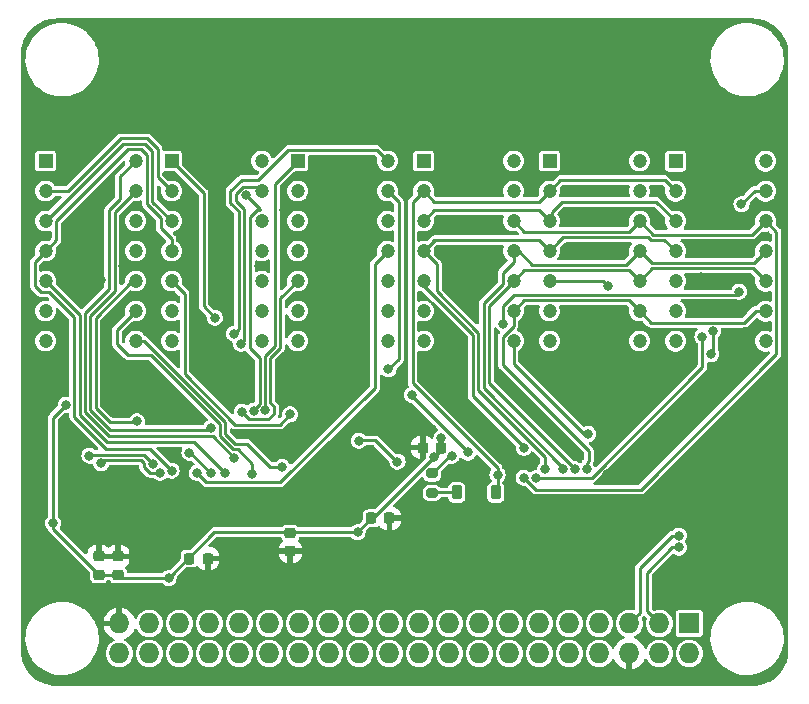
<source format=gbl>
%TF.GenerationSoftware,KiCad,Pcbnew,7.0.5*%
%TF.CreationDate,2023-07-27T22:46:48+03:00*%
%TF.ProjectId,ltp_kikad,6c74705f-6b69-46b6-9164-2e6b69636164,rev?*%
%TF.SameCoordinates,Original*%
%TF.FileFunction,Copper,L2,Bot*%
%TF.FilePolarity,Positive*%
%FSLAX46Y46*%
G04 Gerber Fmt 4.6, Leading zero omitted, Abs format (unit mm)*
G04 Created by KiCad (PCBNEW 7.0.5) date 2023-07-27 22:46:48*
%MOMM*%
%LPD*%
G01*
G04 APERTURE LIST*
G04 Aperture macros list*
%AMRoundRect*
0 Rectangle with rounded corners*
0 $1 Rounding radius*
0 $2 $3 $4 $5 $6 $7 $8 $9 X,Y pos of 4 corners*
0 Add a 4 corners polygon primitive as box body*
4,1,4,$2,$3,$4,$5,$6,$7,$8,$9,$2,$3,0*
0 Add four circle primitives for the rounded corners*
1,1,$1+$1,$2,$3*
1,1,$1+$1,$4,$5*
1,1,$1+$1,$6,$7*
1,1,$1+$1,$8,$9*
0 Add four rect primitives between the rounded corners*
20,1,$1+$1,$2,$3,$4,$5,0*
20,1,$1+$1,$4,$5,$6,$7,0*
20,1,$1+$1,$6,$7,$8,$9,0*
20,1,$1+$1,$8,$9,$2,$3,0*%
G04 Aperture macros list end*
%TA.AperFunction,ComponentPad*%
%ADD10O,1.727200X1.727200*%
%TD*%
%TA.AperFunction,ComponentPad*%
%ADD11R,1.727200X1.727200*%
%TD*%
%TA.AperFunction,ComponentPad*%
%ADD12R,1.200000X1.200000*%
%TD*%
%TA.AperFunction,ComponentPad*%
%ADD13C,1.200000*%
%TD*%
%TA.AperFunction,SMDPad,CuDef*%
%ADD14RoundRect,0.225000X-0.225000X-0.375000X0.225000X-0.375000X0.225000X0.375000X-0.225000X0.375000X0*%
%TD*%
%TA.AperFunction,SMDPad,CuDef*%
%ADD15RoundRect,0.225000X-0.225000X-0.250000X0.225000X-0.250000X0.225000X0.250000X-0.225000X0.250000X0*%
%TD*%
%TA.AperFunction,SMDPad,CuDef*%
%ADD16RoundRect,0.225000X0.225000X0.250000X-0.225000X0.250000X-0.225000X-0.250000X0.225000X-0.250000X0*%
%TD*%
%TA.AperFunction,SMDPad,CuDef*%
%ADD17RoundRect,0.225000X-0.250000X0.225000X-0.250000X-0.225000X0.250000X-0.225000X0.250000X0.225000X0*%
%TD*%
%TA.AperFunction,SMDPad,CuDef*%
%ADD18RoundRect,0.200000X0.275000X-0.200000X0.275000X0.200000X-0.275000X0.200000X-0.275000X-0.200000X0*%
%TD*%
%TA.AperFunction,ViaPad*%
%ADD19C,0.800000*%
%TD*%
%TA.AperFunction,Conductor*%
%ADD20C,0.250000*%
%TD*%
G04 APERTURE END LIST*
D10*
%TO.P,J2,40,BCM21_SCLK_PCM_DO*%
%TO.N,unconnected-(J2-BCM21_SCLK_PCM_DO-Pad40)*%
X127320000Y-106840000D03*
%TO.P,J2,39,GND*%
%TO.N,GND*%
X127320000Y-104300000D03*
%TO.P,J2,38,BCM20_MOSI_PCM_DI*%
%TO.N,unconnected-(J2-BCM20_MOSI_PCM_DI-Pad38)*%
X129860000Y-106840000D03*
%TO.P,J2,37,BCM26*%
%TO.N,unconnected-(J2-BCM26-Pad37)*%
X129860000Y-104300000D03*
%TO.P,J2,36,BCM16*%
%TO.N,unconnected-(J2-BCM16-Pad36)*%
X132400000Y-106840000D03*
%TO.P,J2,35,BCM19_MISO_PCM_FS*%
%TO.N,unconnected-(J2-BCM19_MISO_PCM_FS-Pad35)*%
X132400000Y-104300000D03*
%TO.P,J2,34,GND*%
%TO.N,unconnected-(J2-GND-Pad34)*%
X134940000Y-106840000D03*
%TO.P,J2,33,BCM13_PWM1*%
%TO.N,unconnected-(J2-BCM13_PWM1-Pad33)*%
X134940000Y-104300000D03*
%TO.P,J2,32,BCM12_PWM0*%
%TO.N,unconnected-(J2-BCM12_PWM0-Pad32)*%
X137480000Y-106840000D03*
%TO.P,J2,31,BCM6*%
%TO.N,unconnected-(J2-BCM6-Pad31)*%
X137480000Y-104300000D03*
%TO.P,J2,30,GND*%
%TO.N,unconnected-(J2-GND-Pad30)*%
X140020000Y-106840000D03*
%TO.P,J2,29,BCM5*%
%TO.N,unconnected-(J2-BCM5-Pad29)*%
X140020000Y-104300000D03*
%TO.P,J2,28,BCM1_ID_SC*%
%TO.N,unconnected-(J2-BCM1_ID_SC-Pad28)*%
X142560000Y-106840000D03*
%TO.P,J2,27,BCM0_ID_SD*%
%TO.N,unconnected-(J2-BCM0_ID_SD-Pad27)*%
X142560000Y-104300000D03*
%TO.P,J2,26,BCM7_CE1*%
%TO.N,unconnected-(J2-BCM7_CE1-Pad26)*%
X145100000Y-106840000D03*
%TO.P,J2,25,GND*%
%TO.N,unconnected-(J2-GND-Pad25)*%
X145100000Y-104300000D03*
%TO.P,J2,24,BCM8_CE0*%
%TO.N,unconnected-(J2-BCM8_CE0-Pad24)*%
X147640000Y-106840000D03*
%TO.P,J2,23,BCM11_SCLK*%
%TO.N,unconnected-(J2-BCM11_SCLK-Pad23)*%
X147640000Y-104300000D03*
%TO.P,J2,22,BCM25*%
%TO.N,unconnected-(J2-BCM25-Pad22)*%
X150180000Y-106840000D03*
%TO.P,J2,21,BCM9_MISO*%
%TO.N,unconnected-(J2-BCM9_MISO-Pad21)*%
X150180000Y-104300000D03*
%TO.P,J2,20,GND*%
%TO.N,unconnected-(J2-GND-Pad20)*%
X152720000Y-106840000D03*
%TO.P,J2,19,BCM10_MOSI*%
%TO.N,unconnected-(J2-BCM10_MOSI-Pad19)*%
X152720000Y-104300000D03*
%TO.P,J2,18,BCM24*%
%TO.N,unconnected-(J2-BCM24-Pad18)*%
X155260000Y-106840000D03*
%TO.P,J2,17,3.3V*%
%TO.N,unconnected-(J2-3.3V-Pad17)*%
X155260000Y-104300000D03*
%TO.P,J2,16,BCM23*%
%TO.N,unconnected-(J2-BCM23-Pad16)*%
X157800000Y-106840000D03*
%TO.P,J2,15,BCM22*%
%TO.N,unconnected-(J2-BCM22-Pad15)*%
X157800000Y-104300000D03*
%TO.P,J2,14,GND*%
%TO.N,unconnected-(J2-GND-Pad14)*%
X160340000Y-106840000D03*
%TO.P,J2,13,BCM27*%
%TO.N,unconnected-(J2-BCM27-Pad13)*%
X160340000Y-104300000D03*
%TO.P,J2,12,BCM18_PCM_C*%
%TO.N,unconnected-(J2-BCM18_PCM_C-Pad12)*%
X162880000Y-106840000D03*
%TO.P,J2,11,BCM17*%
%TO.N,unconnected-(J2-BCM17-Pad11)*%
X162880000Y-104300000D03*
%TO.P,J2,10,BCM15_RXD*%
%TO.N,unconnected-(J2-BCM15_RXD-Pad10)*%
X165420000Y-106840000D03*
%TO.P,J2,9,GND*%
%TO.N,unconnected-(J2-GND-Pad9)*%
X165420000Y-104300000D03*
%TO.P,J2,8,BCM14_TXD*%
%TO.N,unconnected-(J2-BCM14_TXD-Pad8)*%
X167960000Y-106840000D03*
%TO.P,J2,7,BCM4_GPCLK0*%
%TO.N,unconnected-(J2-BCM4_GPCLK0-Pad7)*%
X167960000Y-104300000D03*
%TO.P,J2,6,GND*%
%TO.N,GND*%
X170500000Y-106840000D03*
%TO.P,J2,5,BCM3_SCL*%
%TO.N,SCL*%
X170500000Y-104300000D03*
%TO.P,J2,4,5V*%
%TO.N,+5V*%
X173040000Y-106840000D03*
%TO.P,J2,3,BCM2_SDA*%
%TO.N,SDA*%
X173040000Y-104300000D03*
%TO.P,J2,2,5V*%
%TO.N,+5V*%
X175580000Y-106840000D03*
D11*
%TO.P,J2,1,3.3V*%
%TO.N,unconnected-(J2-3.3V-Pad1)*%
X175580000Y-104300000D03*
%TD*%
D12*
%TO.P,DS6,1,ANODE_COLUMN_2*%
%TO.N,2_an3*%
X174407900Y-65151000D03*
D13*
%TO.P,DS6,2,CATHODE_ROW_1*%
%TO.N,2_ca0*%
X174407900Y-67691000D03*
%TO.P,DS6,3,CATHODE_ROW_3*%
%TO.N,2_ca2*%
X174407900Y-70231000D03*
%TO.P,DS6,4,CATHODE_ROW_4*%
%TO.N,2_ca3*%
X174407900Y-72771000D03*
%TO.P,DS6,5,ANODE_COLUMN_1*%
%TO.N,2_an4*%
X174407900Y-75311000D03*
%TO.P,DS6,6,NO_PIN*%
%TO.N,unconnected-(DS6-NO_PIN-Pad6)*%
X174407900Y-77851000D03*
%TO.P,DS6,7,ANODE_DECIMAL_POINT*%
%TO.N,unconnected-(DS6-ANODE_DECIMAL_POINT-Pad7)*%
X174407900Y-80391000D03*
%TO.P,DS6,8,ANODE_COLUMN_3*%
%TO.N,2_an2*%
X182027900Y-80391000D03*
%TO.P,DS6,9,CATHODE_ROW_7*%
%TO.N,2_ca6*%
X182027900Y-77851000D03*
%TO.P,DS6,10,CATHODE_ROW_6*%
%TO.N,2_ca5*%
X182027900Y-75311000D03*
%TO.P,DS6,11,CATHODE__ROW_5*%
%TO.N,2_ca4*%
X182027900Y-72771000D03*
%TO.P,DS6,12,CAATHODE_ROW_2*%
%TO.N,2_ca1*%
X182027900Y-70231000D03*
%TO.P,DS6,13,ANODE_COLUMN_5*%
%TO.N,2_an0*%
X182027900Y-67691000D03*
%TO.P,DS6,14,ANODE_COLUMN_4*%
%TO.N,2_an1*%
X182027900Y-65151000D03*
%TD*%
D12*
%TO.P,DS3,1,ANODE_COLUMN_2*%
%TO.N,an3*%
X142403900Y-65148600D03*
D13*
%TO.P,DS3,2,CATHODE_ROW_1*%
%TO.N,ca0*%
X142403900Y-67688600D03*
%TO.P,DS3,3,CATHODE_ROW_3*%
%TO.N,ca2*%
X142403900Y-70228600D03*
%TO.P,DS3,4,CATHODE_ROW_4*%
%TO.N,ca3*%
X142403900Y-72768600D03*
%TO.P,DS3,5,ANODE_COLUMN_1*%
%TO.N,an4*%
X142403900Y-75308600D03*
%TO.P,DS3,6,NO_PIN*%
%TO.N,unconnected-(DS3-NO_PIN-Pad6)*%
X142403900Y-77848600D03*
%TO.P,DS3,7,ANODE_DECIMAL_POINT*%
%TO.N,unconnected-(DS3-ANODE_DECIMAL_POINT-Pad7)*%
X142403900Y-80388600D03*
%TO.P,DS3,8,ANODE_COLUMN_3*%
%TO.N,an2*%
X150023900Y-80388600D03*
%TO.P,DS3,9,CATHODE_ROW_7*%
%TO.N,ca6*%
X150023900Y-77848600D03*
%TO.P,DS3,10,CATHODE_ROW_6*%
%TO.N,ca5*%
X150023900Y-75308600D03*
%TO.P,DS3,11,CATHODE__ROW_5*%
%TO.N,ca4*%
X150023900Y-72768600D03*
%TO.P,DS3,12,CAATHODE_ROW_2*%
%TO.N,ca1*%
X150023900Y-70228600D03*
%TO.P,DS3,13,ANODE_COLUMN_5*%
%TO.N,an0*%
X150023900Y-67688600D03*
%TO.P,DS3,14,ANODE_COLUMN_4*%
%TO.N,an1*%
X150023900Y-65148600D03*
%TD*%
D12*
%TO.P,DS5,1,ANODE_COLUMN_2*%
%TO.N,2_an8*%
X163739900Y-65148600D03*
D13*
%TO.P,DS5,2,CATHODE_ROW_1*%
%TO.N,2_ca0*%
X163739900Y-67688600D03*
%TO.P,DS5,3,CATHODE_ROW_3*%
%TO.N,2_ca2*%
X163739900Y-70228600D03*
%TO.P,DS5,4,CATHODE_ROW_4*%
%TO.N,2_ca3*%
X163739900Y-72768600D03*
%TO.P,DS5,5,ANODE_COLUMN_1*%
%TO.N,2_an9*%
X163739900Y-75308600D03*
%TO.P,DS5,6,NO_PIN*%
%TO.N,unconnected-(DS5-NO_PIN-Pad6)*%
X163739900Y-77848600D03*
%TO.P,DS5,7,ANODE_DECIMAL_POINT*%
%TO.N,unconnected-(DS5-ANODE_DECIMAL_POINT-Pad7)*%
X163739900Y-80388600D03*
%TO.P,DS5,8,ANODE_COLUMN_3*%
%TO.N,2_an7*%
X171359900Y-80388600D03*
%TO.P,DS5,9,CATHODE_ROW_7*%
%TO.N,2_ca6*%
X171359900Y-77848600D03*
%TO.P,DS5,10,CATHODE_ROW_6*%
%TO.N,2_ca5*%
X171359900Y-75308600D03*
%TO.P,DS5,11,CATHODE__ROW_5*%
%TO.N,2_ca4*%
X171359900Y-72768600D03*
%TO.P,DS5,12,CAATHODE_ROW_2*%
%TO.N,2_ca1*%
X171359900Y-70228600D03*
%TO.P,DS5,13,ANODE_COLUMN_5*%
%TO.N,2_an5*%
X171359900Y-67688600D03*
%TO.P,DS5,14,ANODE_COLUMN_4*%
%TO.N,2_an6*%
X171359900Y-65148600D03*
%TD*%
D12*
%TO.P,DS2,1,ANODE_COLUMN_2*%
%TO.N,an8*%
X131735900Y-65148600D03*
D13*
%TO.P,DS2,2,CATHODE_ROW_1*%
%TO.N,ca0*%
X131735900Y-67688600D03*
%TO.P,DS2,3,CATHODE_ROW_3*%
%TO.N,ca2*%
X131735900Y-70228600D03*
%TO.P,DS2,4,CATHODE_ROW_4*%
%TO.N,ca3*%
X131735900Y-72768600D03*
%TO.P,DS2,5,ANODE_COLUMN_1*%
%TO.N,an9*%
X131735900Y-75308600D03*
%TO.P,DS2,6,NO_PIN*%
%TO.N,unconnected-(DS2-NO_PIN-Pad6)*%
X131735900Y-77848600D03*
%TO.P,DS2,7,ANODE_DECIMAL_POINT*%
%TO.N,unconnected-(DS2-ANODE_DECIMAL_POINT-Pad7)*%
X131735900Y-80388600D03*
%TO.P,DS2,8,ANODE_COLUMN_3*%
%TO.N,an7*%
X139355900Y-80388600D03*
%TO.P,DS2,9,CATHODE_ROW_7*%
%TO.N,ca6*%
X139355900Y-77848600D03*
%TO.P,DS2,10,CATHODE_ROW_6*%
%TO.N,ca5*%
X139355900Y-75308600D03*
%TO.P,DS2,11,CATHODE__ROW_5*%
%TO.N,ca4*%
X139355900Y-72768600D03*
%TO.P,DS2,12,CAATHODE_ROW_2*%
%TO.N,ca1*%
X139355900Y-70228600D03*
%TO.P,DS2,13,ANODE_COLUMN_5*%
%TO.N,an6*%
X139355900Y-67688600D03*
%TO.P,DS2,14,ANODE_COLUMN_4*%
%TO.N,an5*%
X139355900Y-65148600D03*
%TD*%
D12*
%TO.P,DS1,1,ANODE_COLUMN_2*%
%TO.N,an13*%
X121067900Y-65148600D03*
D13*
%TO.P,DS1,2,CATHODE_ROW_1*%
%TO.N,ca0*%
X121067900Y-67688600D03*
%TO.P,DS1,3,CATHODE_ROW_3*%
%TO.N,ca2*%
X121067900Y-70228600D03*
%TO.P,DS1,4,CATHODE_ROW_4*%
%TO.N,ca3*%
X121067900Y-72768600D03*
%TO.P,DS1,5,ANODE_COLUMN_1*%
%TO.N,an14*%
X121067900Y-75308600D03*
%TO.P,DS1,6,NO_PIN*%
%TO.N,unconnected-(DS1-NO_PIN-Pad6)*%
X121067900Y-77848600D03*
%TO.P,DS1,7,ANODE_DECIMAL_POINT*%
%TO.N,unconnected-(DS1-ANODE_DECIMAL_POINT-Pad7)*%
X121067900Y-80388600D03*
%TO.P,DS1,8,ANODE_COLUMN_3*%
%TO.N,an12*%
X128687900Y-80388600D03*
%TO.P,DS1,9,CATHODE_ROW_7*%
%TO.N,ca6*%
X128687900Y-77848600D03*
%TO.P,DS1,10,CATHODE_ROW_6*%
%TO.N,ca5*%
X128687900Y-75308600D03*
%TO.P,DS1,11,CATHODE__ROW_5*%
%TO.N,ca4*%
X128687900Y-72768600D03*
%TO.P,DS1,12,CAATHODE_ROW_2*%
%TO.N,ca1*%
X128687900Y-70228600D03*
%TO.P,DS1,13,ANODE_COLUMN_5*%
%TO.N,an10*%
X128687900Y-67688600D03*
%TO.P,DS1,14,ANODE_COLUMN_4*%
%TO.N,an11*%
X128687900Y-65148600D03*
%TD*%
D12*
%TO.P,DS4,1,ANODE_COLUMN_2*%
%TO.N,2_an13*%
X153071900Y-65148600D03*
D13*
%TO.P,DS4,2,CATHODE_ROW_1*%
%TO.N,2_ca0*%
X153071900Y-67688600D03*
%TO.P,DS4,3,CATHODE_ROW_3*%
%TO.N,2_ca2*%
X153071900Y-70228600D03*
%TO.P,DS4,4,CATHODE_ROW_4*%
%TO.N,2_ca3*%
X153071900Y-72768600D03*
%TO.P,DS4,5,ANODE_COLUMN_1*%
%TO.N,2_an14*%
X153071900Y-75308600D03*
%TO.P,DS4,6,NO_PIN*%
%TO.N,unconnected-(DS4-NO_PIN-Pad6)*%
X153071900Y-77848600D03*
%TO.P,DS4,7,ANODE_DECIMAL_POINT*%
%TO.N,unconnected-(DS4-ANODE_DECIMAL_POINT-Pad7)*%
X153071900Y-80388600D03*
%TO.P,DS4,8,ANODE_COLUMN_3*%
%TO.N,2_an12*%
X160691900Y-80388600D03*
%TO.P,DS4,9,CATHODE_ROW_7*%
%TO.N,2_ca6*%
X160691900Y-77848600D03*
%TO.P,DS4,10,CATHODE_ROW_6*%
%TO.N,2_ca5*%
X160691900Y-75308600D03*
%TO.P,DS4,11,CATHODE__ROW_5*%
%TO.N,2_ca4*%
X160691900Y-72768600D03*
%TO.P,DS4,12,CAATHODE_ROW_2*%
%TO.N,2_ca1*%
X160691900Y-70228600D03*
%TO.P,DS4,13,ANODE_COLUMN_5*%
%TO.N,2_an10*%
X160691900Y-67688600D03*
%TO.P,DS4,14,ANODE_COLUMN_4*%
%TO.N,2_an11*%
X160691900Y-65148600D03*
%TD*%
D14*
%TO.P,D1,1,K*%
%TO.N,Net-(D1-K)*%
X155887000Y-93200000D03*
%TO.P,D1,2,A*%
%TO.N,2_ca0*%
X159187000Y-93200000D03*
%TD*%
D15*
%TO.P,C15,1*%
%TO.N,+5V*%
X148637000Y-95400000D03*
%TO.P,C15,2*%
%TO.N,GND*%
X150187000Y-95400000D03*
%TD*%
D16*
%TO.P,C14,1*%
%TO.N,+5V*%
X154537000Y-89400000D03*
%TO.P,C14,2*%
%TO.N,GND*%
X152987000Y-89400000D03*
%TD*%
D17*
%TO.P,C16,1*%
%TO.N,+5V*%
X141787000Y-96650000D03*
%TO.P,C16,2*%
%TO.N,GND*%
X141787000Y-98200000D03*
%TD*%
%TO.P,C3,1*%
%TO.N,GND*%
X125587000Y-98625000D03*
%TO.P,C3,2*%
%TO.N,+5V*%
X125587000Y-100175000D03*
%TD*%
D15*
%TO.P,C18,1*%
%TO.N,+5V*%
X133237000Y-98800000D03*
%TO.P,C18,2*%
%TO.N,GND*%
X134787000Y-98800000D03*
%TD*%
D17*
%TO.P,C4,1*%
%TO.N,GND*%
X127187000Y-98625000D03*
%TO.P,C4,2*%
%TO.N,+5V*%
X127187000Y-100175000D03*
%TD*%
D18*
%TO.P,R2,1*%
%TO.N,Net-(D1-K)*%
X153787000Y-93250000D03*
%TO.P,R2,2*%
%TO.N,2_an2*%
X153787000Y-91600000D03*
%TD*%
D19*
%TO.N,2_an13*%
X152077000Y-84930000D03*
X156826653Y-89821341D03*
%TO.N,2_ca0*%
X159338900Y-91694000D03*
%TO.N,2_ca2*%
X162614400Y-91988419D03*
X176677143Y-80011063D03*
%TO.N,2_ca3*%
X163338900Y-91261100D03*
%TO.N,2_an14*%
X161556503Y-89430497D03*
%TO.N,2_an12*%
X166987000Y-88255997D03*
%TO.N,2_ca6*%
X166878403Y-91261100D03*
%TO.N,2_ca5*%
X165878900Y-91261100D03*
%TO.N,2_ca4*%
X164879397Y-91261100D03*
%TO.N,2_ca1*%
X161544000Y-91948000D03*
%TO.N,2_an11*%
X177402000Y-81500923D03*
X177575223Y-79571850D03*
%TO.N,2_an9*%
X168683096Y-75727100D03*
%TO.N,2_an2*%
X155452710Y-90100245D03*
%TO.N,2_an0*%
X179987000Y-68800000D03*
X159835982Y-78911772D03*
X179787000Y-76200000D03*
%TO.N,+5V*%
X154583857Y-88603143D03*
X122772000Y-85784328D03*
X153987000Y-90200000D03*
X147479700Y-96570800D03*
X131481900Y-100454600D03*
X121688900Y-95800000D03*
%TO.N,GND*%
X143987000Y-90600000D03*
X158587000Y-102000000D03*
X122587000Y-66400000D03*
X152311500Y-90600000D03*
X131787000Y-89800000D03*
X178187000Y-62000000D03*
X153187000Y-83000000D03*
X168487000Y-72800000D03*
X124987000Y-69400000D03*
X180187000Y-79600000D03*
X127187000Y-97400000D03*
X119587000Y-100200000D03*
X173987000Y-88000000D03*
X129787000Y-97400000D03*
X143499299Y-71712299D03*
X169687000Y-87900000D03*
X155987000Y-94800000D03*
X158187000Y-97800000D03*
X127635000Y-74041000D03*
X133985000Y-79756000D03*
X177187000Y-97600000D03*
X162187000Y-98600000D03*
X133787000Y-96000000D03*
X155587000Y-101800000D03*
X168587000Y-109000000D03*
X155787000Y-83200000D03*
X167787000Y-102000000D03*
X180787000Y-72200000D03*
X166287000Y-70100000D03*
X176987000Y-102200000D03*
X159187000Y-73000000D03*
X160587000Y-90600000D03*
X136387000Y-69600000D03*
X122187000Y-74000000D03*
X170587000Y-100200000D03*
X180187000Y-81600000D03*
X135787000Y-81400000D03*
X182987000Y-85200000D03*
X182987000Y-91000000D03*
X151987000Y-96200000D03*
X154987000Y-79800000D03*
X135487000Y-62000000D03*
X174187000Y-101600000D03*
X125587000Y-97400000D03*
X182987000Y-88000000D03*
X163587000Y-87800000D03*
X125735500Y-75200000D03*
X157187000Y-77800000D03*
X156887000Y-62000000D03*
X127387000Y-102200000D03*
X126365000Y-81407000D03*
X131187000Y-99200000D03*
X155387000Y-73000000D03*
X178587000Y-77400000D03*
X136387000Y-77648100D03*
X170587000Y-109000000D03*
X119387000Y-71200000D03*
X139110499Y-74038600D03*
X141285392Y-69320866D03*
X126387000Y-85800000D03*
X167487000Y-62000000D03*
X182987000Y-100000000D03*
X158187000Y-88600000D03*
X153783857Y-87803143D03*
X146087000Y-62000000D03*
X119587000Y-92800000D03*
X149787000Y-91800000D03*
X155587000Y-85600000D03*
X119587000Y-96000000D03*
X173987000Y-91600000D03*
X133350000Y-67945000D03*
X169587000Y-64200000D03*
X152587000Y-100000000D03*
X130187000Y-79200000D03*
X166878000Y-65405000D03*
X163787000Y-109000000D03*
X119387000Y-76600000D03*
X169187000Y-81600000D03*
X124987000Y-62000000D03*
X119387000Y-81600000D03*
X166187000Y-100000000D03*
X119587000Y-89600000D03*
X164587000Y-98400000D03*
X176987000Y-99800000D03*
X181187000Y-76600000D03*
X122987000Y-91800000D03*
X164987000Y-78800000D03*
X155587000Y-66400000D03*
X150587000Y-98200000D03*
X122187000Y-84600000D03*
X166987000Y-96600000D03*
X178435000Y-69469000D03*
X136387000Y-72200000D03*
X168645299Y-91658299D03*
X143187000Y-87400000D03*
X150387000Y-86200000D03*
X168987000Y-78200000D03*
X176587000Y-75000000D03*
X146587000Y-88000000D03*
X158787000Y-65400000D03*
X166187000Y-109000000D03*
X122187000Y-79000000D03*
X125787000Y-96000000D03*
X155387000Y-70600000D03*
X166287000Y-67700000D03*
X176787000Y-72600000D03*
X126187000Y-92200000D03*
%TO.N,SCL*%
X150862500Y-90600000D03*
X174673426Y-96853449D03*
X147587000Y-88821500D03*
%TO.N,SDA*%
X174687500Y-97863974D03*
%TO.N,ca2*%
X125787000Y-90724500D03*
X130756553Y-91537378D03*
%TO.N,ca3*%
X131740990Y-91364493D03*
%TO.N,ca4*%
X133876150Y-91548850D03*
%TO.N,ca5*%
X133245449Y-89824100D03*
X135040699Y-91526899D03*
X128787000Y-87187100D03*
%TO.N,ca6*%
X138557000Y-91620500D03*
%TO.N,an13*%
X124787000Y-90101483D03*
X130125200Y-90762524D03*
%TO.N,an14*%
X136271000Y-91584366D03*
%TO.N,an12*%
X141101449Y-91054551D03*
%TO.N,an10*%
X135100697Y-87719703D03*
%TO.N,an11*%
X137033000Y-90270500D03*
%TO.N,an9*%
X141787000Y-86600000D03*
%TO.N,an8*%
X135387000Y-78400000D03*
%TO.N,an6*%
X137587000Y-80600000D03*
%TO.N,an5*%
X138049000Y-68034000D03*
X138675693Y-86287100D03*
%TO.N,an4*%
X137676601Y-86373899D03*
%TO.N,an3*%
X139673384Y-86226948D03*
%TO.N,an1*%
X137032165Y-79768638D03*
%TO.N,an0*%
X150101601Y-82791601D03*
%TD*%
D20*
%TO.N,2_an13*%
X156826653Y-89821341D02*
X152077000Y-85071688D01*
X152077000Y-85071688D02*
X152077000Y-84930000D01*
%TO.N,2_ca0*%
X159338900Y-93048100D02*
X159187000Y-93200000D01*
X152146900Y-68613600D02*
X153071900Y-67688600D01*
X159338900Y-91694000D02*
X159338900Y-91139900D01*
X159338900Y-91139900D02*
X152146900Y-83947900D01*
X164664900Y-66763600D02*
X163739900Y-67688600D01*
X173480500Y-66763600D02*
X164664900Y-66763600D01*
X153071900Y-67688600D02*
X153996900Y-68613600D01*
X159338900Y-91694000D02*
X159338900Y-93048100D01*
X152146900Y-83947900D02*
X152146900Y-68613600D01*
X162814900Y-68613600D02*
X163739900Y-67688600D01*
X153996900Y-68613600D02*
X162814900Y-68613600D01*
X174407900Y-67691000D02*
X173480500Y-66763600D01*
%TO.N,2_ca2*%
X167293400Y-91985600D02*
X162617219Y-91985600D01*
X172792900Y-68613600D02*
X164773400Y-68613600D01*
X176677143Y-82601857D02*
X167293400Y-91985600D01*
X162814900Y-69303600D02*
X153996900Y-69303600D01*
X174407900Y-70228600D02*
X172792900Y-68613600D01*
X162617219Y-91985600D02*
X162614400Y-91988419D01*
X164773400Y-68613600D02*
X163946098Y-69440902D01*
X163946098Y-69440902D02*
X163946098Y-70022402D01*
X153996900Y-69303600D02*
X153071900Y-70228600D01*
X163739900Y-70228600D02*
X162814900Y-69303600D01*
X176677143Y-80011063D02*
X176677143Y-82601857D01*
%TO.N,2_ca3*%
X153071900Y-72768600D02*
X153996900Y-71843600D01*
X173463300Y-71824000D02*
X172318904Y-71824000D01*
X157688900Y-79665504D02*
X154187000Y-76163604D01*
X164565400Y-71943100D02*
X163739900Y-72768600D01*
X163338900Y-91261100D02*
X163338900Y-90188296D01*
X172318904Y-71824000D02*
X172098504Y-71603600D01*
X163338900Y-90188296D02*
X157688900Y-84538296D01*
X172098504Y-71603600D02*
X164904900Y-71603600D01*
X153996900Y-71843600D02*
X162814900Y-71843600D01*
X154187000Y-73883700D02*
X153071900Y-72768600D01*
X157688900Y-84538296D02*
X157688900Y-79665504D01*
X154187000Y-76163604D02*
X154187000Y-73883700D01*
X164904900Y-71603600D02*
X164565400Y-71943100D01*
X174407900Y-72768600D02*
X173463300Y-71824000D01*
X162814900Y-71843600D02*
X163739900Y-72768600D01*
X154023900Y-71816600D02*
X153071900Y-72768600D01*
%TO.N,2_an14*%
X157238900Y-85051900D02*
X157238900Y-79851900D01*
X157238900Y-79851900D02*
X153071900Y-75684900D01*
X161556503Y-89369503D02*
X157238900Y-85051900D01*
X161556503Y-89430497D02*
X161556503Y-89369503D01*
X153071900Y-75684900D02*
X153071900Y-75308600D01*
%TO.N,2_an12*%
X160691900Y-82295400D02*
X160691900Y-80388600D01*
X166652497Y-88255997D02*
X160691900Y-82295400D01*
X166987000Y-88255997D02*
X166652497Y-88255997D01*
%TO.N,2_ca6*%
X181179372Y-77851000D02*
X180183022Y-78847350D01*
X172358650Y-78847350D02*
X171359900Y-77848600D01*
X165136900Y-76923600D02*
X161616900Y-76923600D01*
X160691900Y-79080452D02*
X160691900Y-77848600D01*
X159766900Y-82379900D02*
X159766900Y-80005452D01*
X182027900Y-77851000D02*
X181179372Y-77851000D01*
X167062000Y-90500305D02*
X167062000Y-89675000D01*
X180183022Y-78847350D02*
X172358650Y-78847350D01*
X166878403Y-90683902D02*
X167062000Y-90500305D01*
X161616900Y-76923600D02*
X160691900Y-77848600D01*
X166878403Y-91261100D02*
X166878403Y-90683902D01*
X159766900Y-80005452D02*
X160691900Y-79080452D01*
X170434900Y-76923600D02*
X171359900Y-77848600D01*
X165136900Y-76923600D02*
X170434900Y-76923600D01*
X167062000Y-89675000D02*
X159766900Y-82379900D01*
%TO.N,2_ca5*%
X158612949Y-77387551D02*
X160691900Y-75308600D01*
X182027900Y-75308600D02*
X180953900Y-74234600D01*
X172433900Y-74234600D02*
X171359900Y-75308600D01*
X160691900Y-75308600D02*
X161616900Y-74383600D01*
X170434900Y-74383600D02*
X161616900Y-74383600D01*
X158612949Y-77387551D02*
X158612949Y-83922045D01*
X165878900Y-91261100D02*
X165878900Y-91187996D01*
X171359900Y-75308600D02*
X170434900Y-74383600D01*
X180953900Y-74234600D02*
X172433900Y-74234600D01*
X165878900Y-91187996D02*
X158612949Y-83922045D01*
%TO.N,2_ca4*%
X159766900Y-74620100D02*
X160691900Y-73695100D01*
X181519900Y-73276600D02*
X181329400Y-73467100D01*
X158162949Y-84375949D02*
X158162949Y-77201155D01*
X158162949Y-77201155D02*
X159766900Y-75597204D01*
X170194900Y-73933600D02*
X171359900Y-72768600D01*
X164879397Y-91092397D02*
X158162949Y-84375949D01*
X164879397Y-91261100D02*
X164879397Y-91092397D01*
X161121205Y-72768600D02*
X162286205Y-73933600D01*
X159766900Y-75597204D02*
X159766900Y-74620100D01*
X181011900Y-73784600D02*
X181329400Y-73467100D01*
X181329400Y-73467100D02*
X181102900Y-73693600D01*
X160691900Y-73695100D02*
X160691900Y-72768600D01*
X162286205Y-73933600D02*
X170194900Y-73933600D01*
X181519900Y-73276600D02*
X181011900Y-73784600D01*
X172375900Y-73784600D02*
X171359900Y-72768600D01*
X160691900Y-72768600D02*
X161121205Y-72768600D01*
X181011900Y-73784600D02*
X172375900Y-73784600D01*
X182027900Y-72768600D02*
X181519900Y-73276600D01*
%TO.N,2_ca1*%
X180882500Y-71374000D02*
X172505300Y-71374000D01*
X182952900Y-81459405D02*
X182952900Y-71153600D01*
X161544000Y-91948000D02*
X162560000Y-92964000D01*
X171448305Y-92964000D02*
X182952900Y-81459405D01*
X172505300Y-71374000D02*
X171359900Y-70228600D01*
X162560000Y-92964000D02*
X171448305Y-92964000D01*
X161616900Y-71153600D02*
X170434900Y-71153600D01*
X182027900Y-70228600D02*
X180882500Y-71374000D01*
X160691900Y-70228600D02*
X161616900Y-71153600D01*
X170434900Y-71153600D02*
X171359900Y-70228600D01*
X182952900Y-71153600D02*
X182027900Y-70228600D01*
%TO.N,2_an11*%
X177587000Y-79583627D02*
X177575223Y-79571850D01*
X177587000Y-81315923D02*
X177587000Y-79583627D01*
X177402000Y-81500923D02*
X177587000Y-81315923D01*
%TO.N,2_an9*%
X168264596Y-75308600D02*
X163739900Y-75308600D01*
X168683096Y-75727100D02*
X168264596Y-75308600D01*
%TO.N,2_an2*%
X155286755Y-90100245D02*
X153787000Y-91600000D01*
X155452710Y-90100245D02*
X155286755Y-90100245D01*
%TO.N,2_an0*%
X159835982Y-78911772D02*
X159766900Y-78842690D01*
X160735400Y-76451600D02*
X179535400Y-76451600D01*
X179987000Y-68800000D02*
X181096000Y-67691000D01*
X159766900Y-78842690D02*
X159766900Y-77420100D01*
X179535400Y-76451600D02*
X179787000Y-76200000D01*
X181096000Y-67691000D02*
X182027900Y-67691000D01*
X159766900Y-77420100D02*
X160735400Y-76451600D01*
%TO.N,+5V*%
X141787000Y-96650000D02*
X141707800Y-96570800D01*
X121688900Y-95800000D02*
X121688900Y-96276900D01*
X154537000Y-89400000D02*
X154537000Y-89650000D01*
X147479700Y-96570800D02*
X141866200Y-96570800D01*
X127187000Y-100175000D02*
X125587000Y-100175000D01*
X153969538Y-90200000D02*
X148769538Y-95400000D01*
X121688900Y-96276900D02*
X125587000Y-100175000D01*
X127163900Y-100454600D02*
X131481900Y-100454600D01*
X154587000Y-89600000D02*
X154587000Y-88606286D01*
X121688900Y-86867428D02*
X122772000Y-85784328D01*
X153987000Y-90200000D02*
X153969538Y-90200000D01*
X141866200Y-96570800D02*
X141787000Y-96650000D01*
X147479700Y-96557300D02*
X148637000Y-95400000D01*
X147479700Y-96570800D02*
X147479700Y-96557300D01*
X141707800Y-96570800D02*
X135365700Y-96570800D01*
X131481900Y-100454600D02*
X135365700Y-96570800D01*
X154587000Y-88606286D02*
X154583857Y-88603143D01*
X154537000Y-89650000D02*
X153987000Y-90200000D01*
X121688900Y-95800000D02*
X121688900Y-86867428D01*
X148769538Y-95400000D02*
X148637000Y-95400000D01*
%TO.N,SCL*%
X174133551Y-96853449D02*
X171363599Y-99623401D01*
X150787000Y-90600000D02*
X150862500Y-90600000D01*
X148987000Y-88800000D02*
X150787000Y-90600000D01*
X147608500Y-88800000D02*
X148987000Y-88800000D01*
X147587000Y-88821500D02*
X147608500Y-88800000D01*
X171363599Y-103436401D02*
X170500000Y-104300000D01*
X174673426Y-96853449D02*
X174133551Y-96853449D01*
X171363599Y-99623401D02*
X171363599Y-103436401D01*
%TO.N,SDA*%
X171987000Y-103247000D02*
X173040000Y-104300000D01*
X174147624Y-97863974D02*
X171987000Y-100024598D01*
X174687500Y-97863974D02*
X174147624Y-97863974D01*
X171987000Y-100024598D02*
X171987000Y-103247000D01*
%TO.N,ca0*%
X130556000Y-66508700D02*
X130556000Y-64120696D01*
X127428408Y-63231696D02*
X122971504Y-67688600D01*
X129667000Y-63231696D02*
X127428408Y-63231696D01*
X130556000Y-64120696D02*
X129667000Y-63231696D01*
X122971504Y-67688600D02*
X121067900Y-67688600D01*
X131735900Y-67688600D02*
X130556000Y-66508700D01*
%TO.N,ca2*%
X126061500Y-90450000D02*
X129176280Y-90450000D01*
X129874749Y-91537378D02*
X130756553Y-91537378D01*
X130106000Y-68598700D02*
X130106000Y-64307092D01*
X127614804Y-63681696D02*
X121067900Y-70228600D01*
X129400200Y-91062829D02*
X129874749Y-91537378D01*
X129176280Y-90450000D02*
X129400200Y-90673920D01*
X130106000Y-68598700D02*
X131735900Y-70228600D01*
X125787000Y-90724500D02*
X126061500Y-90450000D01*
X129400200Y-90673920D02*
X129400200Y-91062829D01*
X130106000Y-64307092D02*
X129480604Y-63681696D01*
X129480604Y-63681696D02*
X127614804Y-63681696D01*
%TO.N,ca3*%
X121992900Y-70194100D02*
X121992900Y-71843600D01*
X130810900Y-69939996D02*
X129656000Y-68785096D01*
X126223504Y-89532600D02*
X123496500Y-86805596D01*
X123496500Y-86805596D02*
X123496500Y-78345596D01*
X120142900Y-75691748D02*
X120142900Y-73693600D01*
X121992900Y-71843600D02*
X121067900Y-72768600D01*
X129920581Y-89532600D02*
X126223504Y-89532600D01*
X128055304Y-64131696D02*
X121992900Y-70194100D01*
X131740990Y-91364493D02*
X131740990Y-91353009D01*
X131735900Y-72768600D02*
X131735900Y-71748900D01*
X123496500Y-78345596D02*
X121384504Y-76233600D01*
X129656000Y-68785096D02*
X129656000Y-64669000D01*
X131740990Y-91353009D02*
X129920581Y-89532600D01*
X131735900Y-71748900D02*
X130810900Y-70823900D01*
X129118696Y-64131696D02*
X128055304Y-64131696D01*
X120142900Y-73693600D02*
X121067900Y-72768600D01*
X121384504Y-76233600D02*
X120684752Y-76233600D01*
X129656000Y-64669000D02*
X129118696Y-64131696D01*
X120684752Y-76233600D02*
X120142900Y-75691748D01*
X130810900Y-70823900D02*
X130810900Y-69939996D01*
%TO.N,ca4*%
X148971000Y-84328000D02*
X140953500Y-92345500D01*
X140953500Y-92345500D02*
X138430000Y-92345500D01*
X133876150Y-91548850D02*
X134672800Y-92345500D01*
X134672800Y-92345500D02*
X138430000Y-92345500D01*
X148971000Y-73821500D02*
X148971000Y-84328000D01*
X150023900Y-72768600D02*
X148971000Y-73821500D01*
%TO.N,ca5*%
X128698896Y-87275204D02*
X126511692Y-87275204D01*
X125296500Y-78411500D02*
X128426400Y-75281600D01*
X125296500Y-86060012D02*
X125296500Y-78411500D01*
X133337900Y-89824100D02*
X135040699Y-91526899D01*
X128787000Y-87187100D02*
X128698896Y-87275204D01*
X133245449Y-89824100D02*
X133337900Y-89824100D01*
X126511692Y-87275204D02*
X125296500Y-86060012D01*
X128426400Y-75281600D02*
X128688900Y-75281600D01*
%TO.N,ca6*%
X138557000Y-90769195D02*
X138557000Y-91620500D01*
X128082000Y-81600000D02*
X130006299Y-81600000D01*
X136944396Y-89545500D02*
X137333305Y-89545500D01*
X137333305Y-89545500D02*
X138557000Y-90769195D01*
X135825697Y-87419398D02*
X135825697Y-88426801D01*
X128687900Y-77848600D02*
X127127000Y-79409500D01*
X127127000Y-79409500D02*
X127127000Y-80645000D01*
X130006299Y-81600000D02*
X135825697Y-87419398D01*
X127127000Y-80645000D02*
X128082000Y-81600000D01*
X135825697Y-88426801D02*
X136944396Y-89545500D01*
%TO.N,an13*%
X124787000Y-90101483D02*
X124888483Y-90000000D01*
X124888483Y-90000000D02*
X129362676Y-90000000D01*
X129362676Y-90000000D02*
X130125200Y-90762524D01*
%TO.N,an14*%
X136230399Y-91526399D02*
X133615600Y-88911600D01*
X123946500Y-78159200D02*
X121068900Y-75281600D01*
X133615600Y-88911600D02*
X126238900Y-88911600D01*
X136230399Y-91543765D02*
X136230399Y-91526399D01*
X126238900Y-88911600D02*
X123946500Y-86619200D01*
X136271000Y-91584366D02*
X136230399Y-91543765D01*
X123946500Y-86619200D02*
X123946500Y-78159200D01*
%TO.N,an12*%
X136275697Y-88240405D02*
X136275697Y-87233002D01*
X137130792Y-89095500D02*
X136275697Y-88240405D01*
X129431295Y-80388600D02*
X128687900Y-80388600D01*
X138107000Y-89095500D02*
X137130792Y-89095500D01*
X136275697Y-87233002D02*
X129431295Y-80388600D01*
X141101449Y-91054551D02*
X140066051Y-91054551D01*
X140066051Y-91054551D02*
X138107000Y-89095500D01*
%TO.N,an10*%
X126910000Y-76161604D02*
X126910000Y-69466500D01*
X135100697Y-87719703D02*
X134908300Y-87912100D01*
X124846500Y-78225104D02*
X126910000Y-76161604D01*
X124846500Y-86246408D02*
X124846500Y-78225104D01*
X126910000Y-69466500D02*
X128687900Y-67688600D01*
X134908300Y-87912100D02*
X126512192Y-87912100D01*
X126512192Y-87912100D02*
X124846500Y-86246408D01*
%TO.N,an11*%
X127387000Y-68353104D02*
X127387000Y-66449500D01*
X127387000Y-66449500D02*
X128687900Y-65148600D01*
X124396500Y-78038708D02*
X126460000Y-75975208D01*
X124396500Y-86432804D02*
X124396500Y-78038708D01*
X137033000Y-90270500D02*
X135207203Y-88444703D01*
X126460000Y-75975208D02*
X126460000Y-69280104D01*
X135207203Y-88444703D02*
X126408399Y-88444703D01*
X126408399Y-88444703D02*
X124396500Y-86432804D01*
X126460000Y-69280104D02*
X127387000Y-68353104D01*
%TO.N,an9*%
X132842000Y-76414700D02*
X131735900Y-75308600D01*
X140924900Y-87462100D02*
X137141191Y-87462100D01*
X137141191Y-87462100D02*
X132842000Y-83162909D01*
X141787000Y-86600000D02*
X140924900Y-87462100D01*
X132842000Y-83162909D02*
X132842000Y-76414700D01*
%TO.N,an8*%
X134445048Y-77458048D02*
X134445048Y-67857748D01*
X134445048Y-67857748D02*
X131735900Y-65148600D01*
X135387000Y-78400000D02*
X134445048Y-77458048D01*
%TO.N,an6*%
X137324000Y-67733695D02*
X137748195Y-67309500D01*
X137524347Y-68862653D02*
X137160000Y-68498305D01*
X137748695Y-67309000D02*
X137160000Y-67897695D01*
X137888411Y-80298589D02*
X137888411Y-69226717D01*
X138976800Y-67309500D02*
X139355900Y-67688600D01*
X139355900Y-67688600D02*
X138976300Y-67309000D01*
X137748195Y-67309500D02*
X138976800Y-67309500D01*
X138976300Y-67309000D02*
X137748695Y-67309000D01*
X137160000Y-68498306D02*
X137524347Y-68862653D01*
X137888411Y-69226717D02*
X137524347Y-68862653D01*
X137587000Y-80600000D02*
X137888411Y-80298589D01*
X137160000Y-67897695D02*
X137160000Y-68498306D01*
%TO.N,an5*%
X138972752Y-69303600D02*
X138385499Y-69890853D01*
X138675693Y-86199334D02*
X138675693Y-86287100D01*
X138049000Y-68034000D02*
X139187000Y-69172000D01*
X139187000Y-81800000D02*
X139187000Y-85688027D01*
X138385499Y-80998499D02*
X139187000Y-81800000D01*
X139187000Y-69303600D02*
X138972752Y-69303600D01*
X139187000Y-85688027D02*
X138675693Y-86199334D01*
X138385499Y-69890853D02*
X138385499Y-80998499D01*
X139187000Y-69172000D02*
X139187000Y-69303600D01*
%TO.N,an4*%
X140398384Y-86527253D02*
X139913537Y-87012100D01*
X140937000Y-76775500D02*
X140937000Y-80950000D01*
X140937000Y-80950000D02*
X140087000Y-81800000D01*
X140087000Y-85615259D02*
X140398384Y-85926643D01*
X139913537Y-87012100D02*
X138314802Y-87012100D01*
X140087000Y-81800000D02*
X140087000Y-85615259D01*
X138314802Y-87012100D02*
X137676601Y-86373899D01*
X142403900Y-75308600D02*
X140937000Y-76775500D01*
X140398384Y-85926643D02*
X140398384Y-86527253D01*
%TO.N,an3*%
X139637000Y-81613604D02*
X140487000Y-80763604D01*
X140487000Y-67065500D02*
X142403900Y-65148600D01*
X139637000Y-86190564D02*
X139637000Y-81613604D01*
X139673384Y-86226948D02*
X139637000Y-86190564D01*
X140487000Y-80763604D02*
X140487000Y-67065500D01*
%TO.N,an1*%
X136710000Y-68684704D02*
X136710000Y-67711299D01*
X141627952Y-64223600D02*
X149098900Y-64223600D01*
X137438411Y-79362392D02*
X137438411Y-69413115D01*
X139087952Y-66763600D02*
X141627952Y-64223600D01*
X136710000Y-67711299D02*
X137657699Y-66763600D01*
X137438411Y-69413115D02*
X136710000Y-68684704D01*
X137032165Y-79768638D02*
X137438411Y-79362392D01*
X137657699Y-66763600D02*
X139087952Y-66763600D01*
X149098900Y-64223600D02*
X150023900Y-65148600D01*
%TO.N,an0*%
X150987000Y-81906202D02*
X150987000Y-68651700D01*
X150101601Y-82791601D02*
X150987000Y-81906202D01*
X150987000Y-68651700D02*
X150023900Y-67688600D01*
%TO.N,Net-(D1-K)*%
X153837000Y-93200000D02*
X153787000Y-93250000D01*
X155887000Y-93200000D02*
X153837000Y-93200000D01*
%TD*%
%TA.AperFunction,Conductor*%
%TO.N,GND*%
G36*
X181312730Y-78393617D02*
G01*
X181361547Y-78426827D01*
X181435479Y-78508938D01*
X181435482Y-78508940D01*
X181435485Y-78508943D01*
X181585225Y-78617736D01*
X181754312Y-78693018D01*
X181935356Y-78731500D01*
X181935357Y-78731500D01*
X182120442Y-78731500D01*
X182120444Y-78731500D01*
X182301488Y-78693018D01*
X182372966Y-78661193D01*
X182442215Y-78651910D01*
X182505491Y-78681538D01*
X182542704Y-78740673D01*
X182547400Y-78774474D01*
X182547400Y-79467525D01*
X182527715Y-79534564D01*
X182474911Y-79580319D01*
X182405753Y-79590263D01*
X182372966Y-79580805D01*
X182301489Y-79548982D01*
X182301486Y-79548981D01*
X182161087Y-79519139D01*
X182120444Y-79510500D01*
X181935356Y-79510500D01*
X181894713Y-79519139D01*
X181754314Y-79548981D01*
X181585223Y-79624265D01*
X181435482Y-79733059D01*
X181435479Y-79733061D01*
X181311635Y-79870605D01*
X181311633Y-79870608D01*
X181219095Y-80030890D01*
X181219090Y-80030902D01*
X181161898Y-80206920D01*
X181161897Y-80206922D01*
X181142550Y-80390999D01*
X181161897Y-80575077D01*
X181161898Y-80575079D01*
X181219090Y-80751097D01*
X181219095Y-80751109D01*
X181311633Y-80911391D01*
X181311635Y-80911394D01*
X181435479Y-81048938D01*
X181435482Y-81048940D01*
X181435485Y-81048943D01*
X181585225Y-81157736D01*
X181754312Y-81233018D01*
X181935356Y-81271500D01*
X181935357Y-81271500D01*
X182120442Y-81271500D01*
X182120444Y-81271500D01*
X182278505Y-81237903D01*
X182348170Y-81243219D01*
X182403904Y-81285356D01*
X182428009Y-81350936D01*
X182412832Y-81419137D01*
X182391965Y-81446874D01*
X171316660Y-92522181D01*
X171255337Y-92555666D01*
X171228979Y-92558500D01*
X167578708Y-92558500D01*
X167511669Y-92538815D01*
X167465914Y-92486011D01*
X167455970Y-92416853D01*
X167484995Y-92353297D01*
X167522415Y-92324014D01*
X167534718Y-92317746D01*
X167625546Y-92226918D01*
X167625546Y-92226917D01*
X176986443Y-82866021D01*
X176986443Y-82866020D01*
X177009289Y-82843175D01*
X177019528Y-82823077D01*
X177029691Y-82806492D01*
X177042950Y-82788245D01*
X177049919Y-82766794D01*
X177057361Y-82748825D01*
X177067604Y-82728725D01*
X177071132Y-82706447D01*
X177075671Y-82687538D01*
X177082644Y-82666082D01*
X177082644Y-82537632D01*
X177082644Y-82533468D01*
X177082643Y-82533450D01*
X177082643Y-82281349D01*
X177102328Y-82214310D01*
X177155132Y-82168555D01*
X177224290Y-82158611D01*
X177236316Y-82160951D01*
X177319372Y-82181423D01*
X177484628Y-82181423D01*
X177645077Y-82141876D01*
X177645077Y-82141875D01*
X177645081Y-82141875D01*
X177791407Y-82065077D01*
X177915103Y-81955492D01*
X178008978Y-81819490D01*
X178067579Y-81664973D01*
X178087498Y-81500923D01*
X178067579Y-81336873D01*
X178008978Y-81182356D01*
X178008974Y-81182350D01*
X178006703Y-81178022D01*
X177992500Y-81120397D01*
X177992500Y-80167121D01*
X178012185Y-80100082D01*
X178034271Y-80074307D01*
X178088326Y-80026419D01*
X178182201Y-79890417D01*
X178240802Y-79735900D01*
X178260721Y-79571850D01*
X178258856Y-79556494D01*
X178256194Y-79534564D01*
X178240802Y-79407800D01*
X178240801Y-79407797D01*
X178240487Y-79406520D01*
X178240529Y-79405554D01*
X178239898Y-79400354D01*
X178240762Y-79400248D01*
X178243559Y-79336718D01*
X178283881Y-79279658D01*
X178348651Y-79253455D01*
X178360885Y-79252850D01*
X180247245Y-79252850D01*
X180247247Y-79252850D01*
X180268697Y-79245879D01*
X180287609Y-79241339D01*
X180309890Y-79237811D01*
X180329987Y-79227570D01*
X180347957Y-79220126D01*
X180369410Y-79213157D01*
X180387657Y-79199898D01*
X180404245Y-79189734D01*
X180424340Y-79179496D01*
X180515168Y-79088668D01*
X181181718Y-78422116D01*
X181243039Y-78388633D01*
X181312730Y-78393617D01*
G37*
%TD.AperFunction*%
%TA.AperFunction,Conductor*%
G36*
X162879251Y-77348785D02*
G01*
X162925006Y-77401589D01*
X162934950Y-77470747D01*
X162930143Y-77491418D01*
X162873898Y-77664520D01*
X162873897Y-77664522D01*
X162854550Y-77848599D01*
X162873897Y-78032677D01*
X162873898Y-78032679D01*
X162931090Y-78208697D01*
X162931095Y-78208709D01*
X163023633Y-78368991D01*
X163023635Y-78368994D01*
X163147479Y-78506538D01*
X163147482Y-78506540D01*
X163147485Y-78506543D01*
X163297225Y-78615336D01*
X163466312Y-78690618D01*
X163647356Y-78729100D01*
X163647357Y-78729100D01*
X163832442Y-78729100D01*
X163832444Y-78729100D01*
X164013488Y-78690618D01*
X164182575Y-78615336D01*
X164332315Y-78506543D01*
X164456163Y-78368996D01*
X164465501Y-78352823D01*
X164548704Y-78208709D01*
X164548703Y-78208709D01*
X164548707Y-78208704D01*
X164605903Y-78032675D01*
X164625250Y-77848600D01*
X164605903Y-77664525D01*
X164578109Y-77578985D01*
X164549657Y-77491418D01*
X164547662Y-77421577D01*
X164583742Y-77361744D01*
X164646443Y-77330916D01*
X164667588Y-77329100D01*
X165104984Y-77329100D01*
X170215574Y-77329100D01*
X170282613Y-77348785D01*
X170303255Y-77365419D01*
X170466765Y-77528929D01*
X170500250Y-77590252D01*
X170497016Y-77654924D01*
X170493899Y-77664517D01*
X170493897Y-77664523D01*
X170474550Y-77848600D01*
X170493897Y-78032677D01*
X170493898Y-78032679D01*
X170551090Y-78208697D01*
X170551095Y-78208709D01*
X170643633Y-78368991D01*
X170643635Y-78368994D01*
X170767479Y-78506538D01*
X170767482Y-78506540D01*
X170767485Y-78506543D01*
X170917225Y-78615336D01*
X171086312Y-78690618D01*
X171267356Y-78729100D01*
X171267357Y-78729100D01*
X171452444Y-78729100D01*
X171563481Y-78705498D01*
X171633148Y-78710814D01*
X171676943Y-78739106D01*
X172026504Y-79088668D01*
X172117332Y-79179496D01*
X172117333Y-79179496D01*
X172117335Y-79179498D01*
X172137425Y-79189734D01*
X172154017Y-79199901D01*
X172172262Y-79213157D01*
X172188044Y-79218284D01*
X172193711Y-79220126D01*
X172211682Y-79227569D01*
X172231782Y-79237811D01*
X172254063Y-79241339D01*
X172272974Y-79245880D01*
X172294425Y-79252850D01*
X172326734Y-79252850D01*
X176179822Y-79252850D01*
X176246861Y-79272535D01*
X176292616Y-79325339D01*
X176302560Y-79394497D01*
X176273535Y-79458053D01*
X176262049Y-79469665D01*
X176164044Y-79556489D01*
X176164038Y-79556496D01*
X176070166Y-79692493D01*
X176011563Y-79847013D01*
X175991645Y-80011062D01*
X175991645Y-80011063D01*
X176011563Y-80175112D01*
X176070166Y-80329632D01*
X176110868Y-80388599D01*
X176164040Y-80465632D01*
X176229871Y-80523952D01*
X176266996Y-80583140D01*
X176271643Y-80616767D01*
X176271643Y-82382530D01*
X176251958Y-82449569D01*
X176235324Y-82470211D01*
X167697332Y-91008202D01*
X167636009Y-91041687D01*
X167566317Y-91036703D01*
X167510384Y-90994831D01*
X167493709Y-90964493D01*
X167485381Y-90942533D01*
X167416660Y-90842973D01*
X167394778Y-90776621D01*
X167412243Y-90708969D01*
X167418397Y-90699645D01*
X167420358Y-90696946D01*
X167427807Y-90686694D01*
X167434778Y-90665237D01*
X167442216Y-90647278D01*
X167452461Y-90627173D01*
X167455989Y-90604892D01*
X167460529Y-90585980D01*
X167467500Y-90564530D01*
X167467500Y-90436080D01*
X167467500Y-90436079D01*
X167467500Y-89643084D01*
X167467500Y-89610775D01*
X167460530Y-89589324D01*
X167455989Y-89570413D01*
X167452461Y-89548132D01*
X167442221Y-89528036D01*
X167434776Y-89510061D01*
X167433305Y-89505533D01*
X167427807Y-89488611D01*
X167414544Y-89470357D01*
X167404382Y-89453772D01*
X167399927Y-89445029D01*
X167394146Y-89433682D01*
X167303318Y-89342854D01*
X167086565Y-89126101D01*
X167053081Y-89064779D01*
X167058065Y-88995087D01*
X167099937Y-88939154D01*
X167144569Y-88918025D01*
X167230081Y-88896949D01*
X167376407Y-88820151D01*
X167500103Y-88710566D01*
X167593978Y-88574564D01*
X167652579Y-88420047D01*
X167672498Y-88255997D01*
X167652579Y-88091947D01*
X167593978Y-87937430D01*
X167500103Y-87801428D01*
X167500100Y-87801425D01*
X167500098Y-87801423D01*
X167376409Y-87691844D01*
X167230077Y-87615043D01*
X167069628Y-87575497D01*
X166904372Y-87575497D01*
X166743917Y-87615045D01*
X166720491Y-87627340D01*
X166651982Y-87641063D01*
X166586930Y-87615570D01*
X166575187Y-87605223D01*
X161133719Y-82163755D01*
X161100234Y-82102432D01*
X161097400Y-82076074D01*
X161097400Y-81245526D01*
X161117085Y-81178487D01*
X161148511Y-81145210D01*
X161284315Y-81046543D01*
X161285744Y-81044957D01*
X161399545Y-80918567D01*
X161408163Y-80908996D01*
X161500707Y-80748704D01*
X161557903Y-80572675D01*
X161577250Y-80388600D01*
X161577250Y-80388599D01*
X162854550Y-80388599D01*
X162873897Y-80572677D01*
X162873898Y-80572679D01*
X162931090Y-80748697D01*
X162931095Y-80748709D01*
X163023633Y-80908991D01*
X163023635Y-80908994D01*
X163147479Y-81046538D01*
X163147482Y-81046540D01*
X163147485Y-81046543D01*
X163297225Y-81155336D01*
X163466312Y-81230618D01*
X163647356Y-81269100D01*
X163647357Y-81269100D01*
X163832442Y-81269100D01*
X163832444Y-81269100D01*
X164013488Y-81230618D01*
X164182575Y-81155336D01*
X164332315Y-81046543D01*
X164333744Y-81044957D01*
X164447545Y-80918567D01*
X164456163Y-80908996D01*
X164548707Y-80748704D01*
X164605903Y-80572675D01*
X164625250Y-80388600D01*
X164625250Y-80388599D01*
X170474550Y-80388599D01*
X170493897Y-80572677D01*
X170493898Y-80572679D01*
X170551090Y-80748697D01*
X170551095Y-80748709D01*
X170643633Y-80908991D01*
X170643635Y-80908994D01*
X170767479Y-81046538D01*
X170767482Y-81046540D01*
X170767485Y-81046543D01*
X170917225Y-81155336D01*
X171086312Y-81230618D01*
X171267356Y-81269100D01*
X171267357Y-81269100D01*
X171452442Y-81269100D01*
X171452444Y-81269100D01*
X171633488Y-81230618D01*
X171802575Y-81155336D01*
X171952315Y-81046543D01*
X171953744Y-81044957D01*
X172067545Y-80918567D01*
X172076163Y-80908996D01*
X172168707Y-80748704D01*
X172225903Y-80572675D01*
X172244998Y-80391000D01*
X173522550Y-80391000D01*
X173541897Y-80575077D01*
X173541898Y-80575079D01*
X173599090Y-80751097D01*
X173599095Y-80751109D01*
X173691633Y-80911391D01*
X173691635Y-80911394D01*
X173815479Y-81048938D01*
X173815482Y-81048940D01*
X173815485Y-81048943D01*
X173965225Y-81157736D01*
X174134312Y-81233018D01*
X174315356Y-81271500D01*
X174315357Y-81271500D01*
X174500442Y-81271500D01*
X174500444Y-81271500D01*
X174681488Y-81233018D01*
X174850575Y-81157736D01*
X175000315Y-81048943D01*
X175002481Y-81046538D01*
X175110661Y-80926391D01*
X175124163Y-80911396D01*
X175155264Y-80857528D01*
X175216704Y-80751109D01*
X175216703Y-80751109D01*
X175216707Y-80751104D01*
X175273903Y-80575075D01*
X175293250Y-80391000D01*
X175273903Y-80206925D01*
X175216707Y-80030896D01*
X175215325Y-80028502D01*
X175124166Y-79870608D01*
X175124164Y-79870605D01*
X175000320Y-79733061D01*
X175000317Y-79733059D01*
X175000316Y-79733058D01*
X175000315Y-79733057D01*
X174850575Y-79624264D01*
X174681488Y-79548982D01*
X174681486Y-79548981D01*
X174541087Y-79519139D01*
X174500444Y-79510500D01*
X174315356Y-79510500D01*
X174274713Y-79519139D01*
X174134314Y-79548981D01*
X173965223Y-79624265D01*
X173815482Y-79733059D01*
X173815479Y-79733061D01*
X173691635Y-79870605D01*
X173691633Y-79870608D01*
X173599095Y-80030890D01*
X173599090Y-80030902D01*
X173541898Y-80206920D01*
X173541897Y-80206922D01*
X173522550Y-80391000D01*
X172244998Y-80391000D01*
X172245250Y-80388600D01*
X172225903Y-80204525D01*
X172168707Y-80028496D01*
X172167508Y-80026419D01*
X172076166Y-79868208D01*
X172076164Y-79868205D01*
X171952320Y-79730661D01*
X171952317Y-79730659D01*
X171952316Y-79730658D01*
X171952315Y-79730657D01*
X171802575Y-79621864D01*
X171633488Y-79546582D01*
X171633486Y-79546581D01*
X171496376Y-79517438D01*
X171452444Y-79508100D01*
X171267356Y-79508100D01*
X171223424Y-79517438D01*
X171086314Y-79546581D01*
X170917223Y-79621865D01*
X170767482Y-79730659D01*
X170767479Y-79730661D01*
X170643635Y-79868205D01*
X170643633Y-79868208D01*
X170551095Y-80028490D01*
X170551090Y-80028502D01*
X170493898Y-80204520D01*
X170493897Y-80204522D01*
X170474550Y-80388599D01*
X164625250Y-80388599D01*
X164605903Y-80204525D01*
X164548707Y-80028496D01*
X164547508Y-80026419D01*
X164456166Y-79868208D01*
X164456164Y-79868205D01*
X164332320Y-79730661D01*
X164332317Y-79730659D01*
X164332316Y-79730658D01*
X164332315Y-79730657D01*
X164182575Y-79621864D01*
X164013488Y-79546582D01*
X164013486Y-79546581D01*
X163876376Y-79517438D01*
X163832444Y-79508100D01*
X163647356Y-79508100D01*
X163603424Y-79517438D01*
X163466314Y-79546581D01*
X163297223Y-79621865D01*
X163147482Y-79730659D01*
X163147479Y-79730661D01*
X163023635Y-79868205D01*
X163023633Y-79868208D01*
X162931095Y-80028490D01*
X162931090Y-80028502D01*
X162873898Y-80204520D01*
X162873897Y-80204522D01*
X162854550Y-80388599D01*
X161577250Y-80388599D01*
X161557903Y-80204525D01*
X161500707Y-80028496D01*
X161499508Y-80026419D01*
X161408166Y-79868208D01*
X161408164Y-79868205D01*
X161284320Y-79730661D01*
X161284317Y-79730659D01*
X161284316Y-79730658D01*
X161284315Y-79730657D01*
X161144156Y-79628825D01*
X161134574Y-79621863D01*
X161015273Y-79568747D01*
X160962036Y-79523497D01*
X160941715Y-79456648D01*
X160960760Y-79389424D01*
X160978025Y-79367790D01*
X161024046Y-79321770D01*
X161034288Y-79301667D01*
X161044447Y-79285089D01*
X161057707Y-79266840D01*
X161064676Y-79245389D01*
X161072118Y-79227420D01*
X161082361Y-79207320D01*
X161085889Y-79185042D01*
X161090428Y-79166133D01*
X161097401Y-79144677D01*
X161097401Y-79016227D01*
X161097401Y-79012063D01*
X161097400Y-79012045D01*
X161097400Y-78705526D01*
X161117085Y-78638487D01*
X161148511Y-78605210D01*
X161284315Y-78506543D01*
X161408163Y-78368996D01*
X161417501Y-78352823D01*
X161500704Y-78208709D01*
X161500703Y-78208709D01*
X161500707Y-78208704D01*
X161557903Y-78032675D01*
X161577250Y-77848600D01*
X161557903Y-77664525D01*
X161554784Y-77654928D01*
X161552788Y-77585089D01*
X161585031Y-77528931D01*
X161748546Y-77365416D01*
X161809867Y-77331934D01*
X161836225Y-77329100D01*
X162812212Y-77329100D01*
X162879251Y-77348785D01*
G37*
%TD.AperFunction*%
%TA.AperFunction,Conductor*%
G36*
X159223652Y-79229514D02*
G01*
X159244497Y-79252785D01*
X159266787Y-79285077D01*
X159322877Y-79366339D01*
X159322883Y-79366345D01*
X159446573Y-79475925D01*
X159446575Y-79475926D01*
X159478612Y-79492740D01*
X159528825Y-79541324D01*
X159544800Y-79609343D01*
X159521465Y-79675201D01*
X159508751Y-79690135D01*
X159508183Y-79690705D01*
X159434754Y-79764132D01*
X159424514Y-79784230D01*
X159414350Y-79800815D01*
X159401093Y-79819061D01*
X159401091Y-79819066D01*
X159394122Y-79840513D01*
X159386681Y-79858478D01*
X159376440Y-79878579D01*
X159376438Y-79878586D01*
X159372910Y-79900859D01*
X159368370Y-79919770D01*
X159361401Y-79941221D01*
X159361399Y-79941229D01*
X159361399Y-82444122D01*
X159361400Y-82444124D01*
X159368369Y-82465573D01*
X159372910Y-82484492D01*
X159376437Y-82506764D01*
X159386677Y-82526861D01*
X159394121Y-82544833D01*
X159401092Y-82566287D01*
X159414349Y-82584533D01*
X159424515Y-82601123D01*
X159434754Y-82621218D01*
X159457600Y-82644064D01*
X166620182Y-89806646D01*
X166653666Y-89867967D01*
X166656500Y-89894325D01*
X166656500Y-90280977D01*
X166636815Y-90348016D01*
X166635033Y-90350226D01*
X166635138Y-90350296D01*
X166635136Y-90350299D01*
X166625717Y-90361787D01*
X166620181Y-90368658D01*
X166619645Y-90369194D01*
X166619643Y-90369197D01*
X166546257Y-90442582D01*
X166536017Y-90462680D01*
X166525853Y-90479265D01*
X166512596Y-90497511D01*
X166512594Y-90497516D01*
X166505625Y-90518963D01*
X166498184Y-90536928D01*
X166487943Y-90557029D01*
X166487941Y-90557036D01*
X166484413Y-90579309D01*
X166479873Y-90598220D01*
X166472903Y-90619674D01*
X166472380Y-90622977D01*
X166470633Y-90626659D01*
X166469889Y-90628953D01*
X166469592Y-90628856D01*
X166442448Y-90686111D01*
X166383135Y-90723040D01*
X166313273Y-90722040D01*
X166274971Y-90700492D01*
X166274479Y-90701206D01*
X166268312Y-90696949D01*
X166268308Y-90696946D01*
X166268307Y-90696946D01*
X166121981Y-90620148D01*
X166121980Y-90620147D01*
X166121977Y-90620146D01*
X165961528Y-90580600D01*
X165896330Y-90580600D01*
X165829291Y-90560915D01*
X165808649Y-90544281D01*
X159054768Y-83790399D01*
X159021283Y-83729076D01*
X159018449Y-83702718D01*
X159018449Y-79323227D01*
X159038134Y-79256188D01*
X159090938Y-79210433D01*
X159160096Y-79200489D01*
X159223652Y-79229514D01*
G37*
%TD.AperFunction*%
%TA.AperFunction,Conductor*%
G36*
X159831251Y-72268785D02*
G01*
X159877006Y-72321589D01*
X159886950Y-72390747D01*
X159882143Y-72411418D01*
X159825898Y-72584520D01*
X159825897Y-72584522D01*
X159806550Y-72768600D01*
X159825897Y-72952677D01*
X159825898Y-72952679D01*
X159883090Y-73128697D01*
X159883095Y-73128709D01*
X159975633Y-73288991D01*
X159975635Y-73288994D01*
X160099479Y-73426538D01*
X160099488Y-73426545D01*
X160148550Y-73462192D01*
X160191216Y-73517522D01*
X160197194Y-73587135D01*
X160164588Y-73648930D01*
X160163345Y-73650190D01*
X159434754Y-74378780D01*
X159424514Y-74398878D01*
X159414350Y-74415463D01*
X159401093Y-74433709D01*
X159401091Y-74433714D01*
X159394122Y-74455161D01*
X159386681Y-74473126D01*
X159376440Y-74493227D01*
X159376438Y-74493234D01*
X159372910Y-74515507D01*
X159368370Y-74534418D01*
X159361401Y-74555869D01*
X159361400Y-74555877D01*
X159361400Y-75377877D01*
X159341715Y-75444916D01*
X159325081Y-75465558D01*
X157863043Y-76927595D01*
X157830804Y-76959834D01*
X157820563Y-76979933D01*
X157810399Y-76996518D01*
X157797142Y-77014764D01*
X157797140Y-77014769D01*
X157790171Y-77036216D01*
X157782730Y-77054181D01*
X157772489Y-77074282D01*
X157772487Y-77074289D01*
X157768959Y-77096562D01*
X157764419Y-77115473D01*
X157757450Y-77136924D01*
X157757449Y-77136932D01*
X157757449Y-78861227D01*
X157737764Y-78928266D01*
X157684960Y-78974021D01*
X157615802Y-78983965D01*
X157552246Y-78954940D01*
X157545768Y-78948908D01*
X154628819Y-76031959D01*
X154595334Y-75970636D01*
X154592500Y-75944278D01*
X154592500Y-73957927D01*
X154592501Y-73957914D01*
X154592501Y-73819476D01*
X154592500Y-73819472D01*
X154585529Y-73798018D01*
X154580988Y-73779105D01*
X154577461Y-73756832D01*
X154567219Y-73736731D01*
X154559776Y-73718761D01*
X154559174Y-73716907D01*
X154552807Y-73697312D01*
X154539550Y-73679066D01*
X154529385Y-73662477D01*
X154519146Y-73642382D01*
X154428318Y-73551554D01*
X154421253Y-73544489D01*
X154421246Y-73544483D01*
X153965034Y-73088270D01*
X153931549Y-73026947D01*
X153934785Y-72962268D01*
X153937903Y-72952675D01*
X153957250Y-72768600D01*
X153937903Y-72584525D01*
X153934784Y-72574928D01*
X153932788Y-72505089D01*
X153965031Y-72448932D01*
X154128546Y-72285416D01*
X154189869Y-72251934D01*
X154216226Y-72249100D01*
X159764212Y-72249100D01*
X159831251Y-72268785D01*
G37*
%TD.AperFunction*%
%TA.AperFunction,Conductor*%
G36*
X180801613Y-74659785D02*
G01*
X180822255Y-74676419D01*
X181135353Y-74989517D01*
X181168838Y-75050840D01*
X181165605Y-75115510D01*
X181161898Y-75126919D01*
X181142550Y-75311000D01*
X181161897Y-75495077D01*
X181161898Y-75495079D01*
X181219090Y-75671097D01*
X181219095Y-75671109D01*
X181311633Y-75831391D01*
X181311635Y-75831394D01*
X181435479Y-75968938D01*
X181435482Y-75968940D01*
X181435485Y-75968943D01*
X181585225Y-76077736D01*
X181754312Y-76153018D01*
X181935356Y-76191500D01*
X181935357Y-76191500D01*
X182120442Y-76191500D01*
X182120444Y-76191500D01*
X182301488Y-76153018D01*
X182372966Y-76121193D01*
X182442215Y-76111910D01*
X182505491Y-76141538D01*
X182542704Y-76200673D01*
X182547400Y-76234474D01*
X182547400Y-76927525D01*
X182527715Y-76994564D01*
X182474911Y-77040319D01*
X182405753Y-77050263D01*
X182372966Y-77040805D01*
X182301489Y-77008982D01*
X182301486Y-77008981D01*
X182161087Y-76979139D01*
X182120444Y-76970500D01*
X181935356Y-76970500D01*
X181894713Y-76979139D01*
X181754314Y-77008981D01*
X181683928Y-77040319D01*
X181607630Y-77074289D01*
X181585223Y-77084265D01*
X181435482Y-77193059D01*
X181435479Y-77193061D01*
X181311636Y-77330605D01*
X181281098Y-77383499D01*
X181230531Y-77431714D01*
X181173711Y-77445499D01*
X181115144Y-77445499D01*
X181093690Y-77452470D01*
X181074782Y-77457009D01*
X181052504Y-77460538D01*
X181052501Y-77460539D01*
X181032400Y-77470780D01*
X181014441Y-77478219D01*
X180992988Y-77485190D01*
X180992980Y-77485195D01*
X180974734Y-77498451D01*
X180958150Y-77508614D01*
X180938054Y-77518853D01*
X180927981Y-77528927D01*
X180915208Y-77541700D01*
X180424233Y-78032675D01*
X180051377Y-78405531D01*
X179990054Y-78439016D01*
X179963696Y-78441850D01*
X175298260Y-78441850D01*
X175231221Y-78422165D01*
X175185466Y-78369361D01*
X175175522Y-78300203D01*
X175190872Y-78255851D01*
X175216707Y-78211104D01*
X175273903Y-78035075D01*
X175293250Y-77851000D01*
X175273903Y-77666925D01*
X175216707Y-77490896D01*
X175215325Y-77488502D01*
X175124166Y-77330608D01*
X175124164Y-77330605D01*
X175000320Y-77193061D01*
X175000317Y-77193059D01*
X175000316Y-77193058D01*
X175000315Y-77193057D01*
X174855654Y-77087954D01*
X174846658Y-77081418D01*
X174803993Y-77026088D01*
X174798014Y-76956474D01*
X174830620Y-76894679D01*
X174891459Y-76860322D01*
X174919544Y-76857100D01*
X179594377Y-76857100D01*
X179624052Y-76860703D01*
X179704371Y-76880500D01*
X179704372Y-76880500D01*
X179869628Y-76880500D01*
X180030077Y-76840953D01*
X180030077Y-76840952D01*
X180030081Y-76840952D01*
X180176407Y-76764154D01*
X180300103Y-76654569D01*
X180393978Y-76518567D01*
X180452579Y-76364050D01*
X180472498Y-76200000D01*
X180469266Y-76173385D01*
X180452579Y-76035950D01*
X180435849Y-75991837D01*
X180393978Y-75881433D01*
X180300103Y-75745431D01*
X180300100Y-75745428D01*
X180300098Y-75745426D01*
X180176409Y-75635847D01*
X180096644Y-75593983D01*
X180030081Y-75559048D01*
X180030080Y-75559047D01*
X180030077Y-75559046D01*
X179869628Y-75519500D01*
X179704372Y-75519500D01*
X179543922Y-75559046D01*
X179397590Y-75635847D01*
X179273901Y-75745426D01*
X179273895Y-75745433D01*
X179180023Y-75881431D01*
X179180022Y-75881432D01*
X179168060Y-75912974D01*
X179151736Y-75956018D01*
X179147923Y-75966071D01*
X179105745Y-76021774D01*
X179040147Y-76045831D01*
X179031981Y-76046100D01*
X175209351Y-76046100D01*
X175142312Y-76026415D01*
X175096557Y-75973611D01*
X175086613Y-75904453D01*
X175115638Y-75840897D01*
X175117201Y-75839128D01*
X175117578Y-75838709D01*
X175124163Y-75831396D01*
X175128922Y-75823154D01*
X175216704Y-75671109D01*
X175216703Y-75671109D01*
X175216707Y-75671104D01*
X175273903Y-75495075D01*
X175293250Y-75311000D01*
X175273903Y-75126925D01*
X175216707Y-74950896D01*
X175144656Y-74826099D01*
X175128184Y-74758199D01*
X175151037Y-74692172D01*
X175205959Y-74648982D01*
X175252044Y-74640100D01*
X180734574Y-74640100D01*
X180801613Y-74659785D01*
G37*
%TD.AperFunction*%
%TA.AperFunction,Conductor*%
G36*
X127731601Y-65131375D02*
G01*
X127787534Y-65173247D01*
X127811588Y-65234594D01*
X127821897Y-65332675D01*
X127825015Y-65342271D01*
X127827010Y-65412111D01*
X127794765Y-65468269D01*
X127145682Y-66117354D01*
X127054853Y-66208182D01*
X127044614Y-66228278D01*
X127034450Y-66244863D01*
X127021193Y-66263109D01*
X127021191Y-66263114D01*
X127014222Y-66284561D01*
X127006781Y-66302526D01*
X126996540Y-66322627D01*
X126996538Y-66322634D01*
X126993010Y-66344907D01*
X126988470Y-66363818D01*
X126981501Y-66385269D01*
X126981499Y-66385277D01*
X126981500Y-68133777D01*
X126961815Y-68200816D01*
X126945181Y-68221458D01*
X126160094Y-69006544D01*
X126127855Y-69038783D01*
X126117614Y-69058882D01*
X126107450Y-69075467D01*
X126094193Y-69093713D01*
X126094191Y-69093718D01*
X126087222Y-69115165D01*
X126079781Y-69133130D01*
X126069540Y-69153231D01*
X126069538Y-69153238D01*
X126066010Y-69175511D01*
X126061470Y-69194422D01*
X126054501Y-69215873D01*
X126054500Y-69215881D01*
X126054500Y-75755881D01*
X126034815Y-75822920D01*
X126018181Y-75843562D01*
X124198934Y-77662809D01*
X124137611Y-77696294D01*
X124067919Y-77691310D01*
X124023572Y-77662809D01*
X123015329Y-76654566D01*
X121967402Y-75606638D01*
X121933919Y-75545318D01*
X121933812Y-75499199D01*
X121933223Y-75499138D01*
X121933799Y-75493656D01*
X121933798Y-75493164D01*
X121933898Y-75492689D01*
X121933903Y-75492675D01*
X121953250Y-75308600D01*
X121933903Y-75124525D01*
X121877489Y-74950902D01*
X121876709Y-74948502D01*
X121876704Y-74948490D01*
X121784166Y-74788208D01*
X121784164Y-74788205D01*
X121660320Y-74650661D01*
X121660317Y-74650659D01*
X121660316Y-74650658D01*
X121660315Y-74650657D01*
X121510575Y-74541864D01*
X121341488Y-74466582D01*
X121341486Y-74466581D01*
X121209312Y-74438487D01*
X121160444Y-74428100D01*
X120975356Y-74428100D01*
X120959864Y-74431393D01*
X120794313Y-74466581D01*
X120794310Y-74466582D01*
X120722834Y-74498405D01*
X120653584Y-74507689D01*
X120590308Y-74478060D01*
X120553095Y-74418924D01*
X120548400Y-74385125D01*
X120548400Y-74222422D01*
X120548400Y-73912921D01*
X120568083Y-73845886D01*
X120584713Y-73825249D01*
X120750858Y-73659104D01*
X120812179Y-73625621D01*
X120864313Y-73625497D01*
X120975356Y-73649100D01*
X120975357Y-73649100D01*
X121160442Y-73649100D01*
X121160444Y-73649100D01*
X121341488Y-73610618D01*
X121510575Y-73535336D01*
X121660315Y-73426543D01*
X121784163Y-73288996D01*
X121793501Y-73272823D01*
X121849840Y-73175240D01*
X121876707Y-73128704D01*
X121933903Y-72952675D01*
X121953250Y-72768600D01*
X121933903Y-72584525D01*
X121930784Y-72574928D01*
X121928788Y-72505089D01*
X121961032Y-72448929D01*
X122216776Y-72193185D01*
X122216779Y-72193184D01*
X122234217Y-72175746D01*
X122234218Y-72175746D01*
X122325046Y-72084918D01*
X122335288Y-72064815D01*
X122345447Y-72048237D01*
X122358707Y-72029988D01*
X122365676Y-72008537D01*
X122373118Y-71990568D01*
X122383361Y-71970468D01*
X122386889Y-71948190D01*
X122391428Y-71929281D01*
X122398401Y-71907825D01*
X122398401Y-71779375D01*
X122398401Y-71764946D01*
X122398399Y-71764928D01*
X122398399Y-71071500D01*
X122398399Y-70413421D01*
X122418084Y-70346386D01*
X122434713Y-70325749D01*
X127600588Y-65159874D01*
X127661909Y-65126391D01*
X127731601Y-65131375D01*
G37*
%TD.AperFunction*%
%TA.AperFunction,Conductor*%
G36*
X140018474Y-73465169D02*
G01*
X140067169Y-73515275D01*
X140081500Y-73573142D01*
X140081500Y-74504057D01*
X140061815Y-74571096D01*
X140009011Y-74616851D01*
X139939853Y-74626795D01*
X139884615Y-74604375D01*
X139798579Y-74541866D01*
X139798575Y-74541864D01*
X139629488Y-74466582D01*
X139629486Y-74466581D01*
X139497312Y-74438487D01*
X139448444Y-74428100D01*
X139263356Y-74428100D01*
X139214487Y-74438487D01*
X139082314Y-74466581D01*
X138965434Y-74518619D01*
X138896184Y-74527903D01*
X138832907Y-74498274D01*
X138795695Y-74439139D01*
X138790999Y-74405339D01*
X138790999Y-73671860D01*
X138810684Y-73604821D01*
X138863488Y-73559066D01*
X138932646Y-73549122D01*
X138965426Y-73558577D01*
X139082312Y-73610618D01*
X139082315Y-73610618D01*
X139082316Y-73610619D01*
X139111692Y-73616863D01*
X139263356Y-73649100D01*
X139263357Y-73649100D01*
X139448442Y-73649100D01*
X139448444Y-73649100D01*
X139629488Y-73610618D01*
X139798575Y-73535336D01*
X139884615Y-73472823D01*
X139950420Y-73449344D01*
X140018474Y-73465169D01*
G37*
%TD.AperFunction*%
%TA.AperFunction,Conductor*%
G36*
X170647458Y-72028785D02*
G01*
X170693213Y-72081589D01*
X170703157Y-72150747D01*
X170674132Y-72214303D01*
X170672569Y-72216072D01*
X170643635Y-72248205D01*
X170643633Y-72248208D01*
X170551095Y-72408490D01*
X170551090Y-72408502D01*
X170493898Y-72584520D01*
X170493897Y-72584522D01*
X170485077Y-72668440D01*
X170474550Y-72768600D01*
X170493897Y-72952675D01*
X170497015Y-72962271D01*
X170499010Y-73032111D01*
X170466765Y-73088269D01*
X170063255Y-73491781D01*
X170001932Y-73525266D01*
X169975574Y-73528100D01*
X164519381Y-73528100D01*
X164452342Y-73508415D01*
X164406587Y-73455611D01*
X164396643Y-73386453D01*
X164425668Y-73322897D01*
X164427231Y-73321128D01*
X164440302Y-73306611D01*
X164456163Y-73288996D01*
X164465501Y-73272823D01*
X164521840Y-73175240D01*
X164548707Y-73128704D01*
X164605903Y-72952675D01*
X164625250Y-72768600D01*
X164605903Y-72584525D01*
X164602784Y-72574928D01*
X164600788Y-72505089D01*
X164633031Y-72448932D01*
X164874700Y-72207264D01*
X164874700Y-72207263D01*
X165036546Y-72045416D01*
X165097867Y-72011934D01*
X165124225Y-72009100D01*
X170580419Y-72009100D01*
X170647458Y-72028785D01*
G37*
%TD.AperFunction*%
%TA.AperFunction,Conductor*%
G36*
X182303128Y-71092793D02*
G01*
X182346920Y-71121083D01*
X182511083Y-71285246D01*
X182544566Y-71346566D01*
X182547400Y-71372924D01*
X182547400Y-71847525D01*
X182527715Y-71914564D01*
X182474911Y-71960319D01*
X182405753Y-71970263D01*
X182372966Y-71960805D01*
X182301489Y-71928982D01*
X182301486Y-71928981D01*
X182161087Y-71899139D01*
X182120444Y-71890500D01*
X181935356Y-71890500D01*
X181894713Y-71899139D01*
X181754314Y-71928981D01*
X181585223Y-72004265D01*
X181435482Y-72113059D01*
X181435479Y-72113061D01*
X181311635Y-72250605D01*
X181311633Y-72250608D01*
X181219095Y-72410890D01*
X181219090Y-72410902D01*
X181161898Y-72586920D01*
X181161897Y-72586922D01*
X181142550Y-72771000D01*
X181161897Y-72955077D01*
X181161899Y-72955082D01*
X181164426Y-72962860D01*
X181166421Y-73032701D01*
X181134177Y-73088858D01*
X181047795Y-73175240D01*
X181047794Y-73175240D01*
X181047795Y-73175241D01*
X180880253Y-73342782D01*
X180818932Y-73376266D01*
X180792574Y-73379100D01*
X175288301Y-73379100D01*
X175221262Y-73359415D01*
X175175507Y-73306611D01*
X175165563Y-73237453D01*
X175180913Y-73193101D01*
X175216707Y-73131104D01*
X175273903Y-72955075D01*
X175293250Y-72771000D01*
X175273903Y-72586925D01*
X175216707Y-72410896D01*
X175215323Y-72408498D01*
X175124166Y-72250608D01*
X175124164Y-72250605D01*
X175000320Y-72113061D01*
X175000317Y-72113059D01*
X175000316Y-72113058D01*
X175000315Y-72113057D01*
X174850575Y-72004264D01*
X174850574Y-72004263D01*
X174849961Y-72003818D01*
X174807296Y-71948488D01*
X174801317Y-71878874D01*
X174833923Y-71817079D01*
X174894762Y-71782722D01*
X174922847Y-71779500D01*
X180946723Y-71779500D01*
X180946725Y-71779500D01*
X180968175Y-71772529D01*
X180987087Y-71767989D01*
X181009368Y-71764461D01*
X181029465Y-71754220D01*
X181047435Y-71746776D01*
X181068888Y-71739807D01*
X181087135Y-71726548D01*
X181103720Y-71716385D01*
X181123818Y-71706146D01*
X181214646Y-71615318D01*
X181214646Y-71615317D01*
X181708878Y-71121084D01*
X181770199Y-71087601D01*
X181822338Y-71087477D01*
X181847348Y-71092793D01*
X181935356Y-71111500D01*
X182120443Y-71111500D01*
X182120444Y-71111500D01*
X182233461Y-71087477D01*
X182303128Y-71092793D01*
G37*
%TD.AperFunction*%
%TA.AperFunction,Conductor*%
G36*
X159831251Y-69728785D02*
G01*
X159877006Y-69781589D01*
X159886950Y-69850747D01*
X159882143Y-69871418D01*
X159825898Y-70044520D01*
X159825897Y-70044522D01*
X159806550Y-70228600D01*
X159825897Y-70412677D01*
X159825898Y-70412679D01*
X159883090Y-70588697D01*
X159883095Y-70588709D01*
X159975633Y-70748991D01*
X159975635Y-70748994D01*
X160099479Y-70886538D01*
X160099482Y-70886540D01*
X160099485Y-70886543D01*
X160249225Y-70995336D01*
X160418312Y-71070618D01*
X160599356Y-71109100D01*
X160599357Y-71109100D01*
X160784444Y-71109100D01*
X160895481Y-71085498D01*
X160965148Y-71090814D01*
X161008943Y-71119107D01*
X161116255Y-71226419D01*
X161149740Y-71287742D01*
X161144756Y-71357434D01*
X161102884Y-71413367D01*
X161037420Y-71437784D01*
X161028574Y-71438100D01*
X154190863Y-71438100D01*
X154152545Y-71432031D01*
X154088128Y-71411100D01*
X154088125Y-71411100D01*
X153959675Y-71411100D01*
X153959671Y-71411100D01*
X153837510Y-71450793D01*
X153759739Y-71507297D01*
X153759732Y-71507303D01*
X153388942Y-71878092D01*
X153327619Y-71911577D01*
X153275481Y-71911701D01*
X153164444Y-71888100D01*
X152979356Y-71888100D01*
X152940874Y-71896279D01*
X152798313Y-71926581D01*
X152798310Y-71926582D01*
X152726834Y-71958405D01*
X152657584Y-71967689D01*
X152594308Y-71938060D01*
X152557095Y-71878924D01*
X152552400Y-71845125D01*
X152552400Y-71152074D01*
X152572085Y-71085035D01*
X152624889Y-71039280D01*
X152694047Y-71029336D01*
X152726831Y-71038792D01*
X152798312Y-71070618D01*
X152979356Y-71109100D01*
X152979357Y-71109100D01*
X153164442Y-71109100D01*
X153164444Y-71109100D01*
X153345488Y-71070618D01*
X153514575Y-70995336D01*
X153664315Y-70886543D01*
X153788163Y-70748996D01*
X153797501Y-70732823D01*
X153880704Y-70588709D01*
X153880703Y-70588709D01*
X153880707Y-70588704D01*
X153937903Y-70412675D01*
X153957250Y-70228600D01*
X153937903Y-70044525D01*
X153934784Y-70034928D01*
X153932788Y-69965089D01*
X153965031Y-69908931D01*
X154128546Y-69745416D01*
X154189867Y-69711934D01*
X154216225Y-69709100D01*
X159764212Y-69709100D01*
X159831251Y-69728785D01*
G37*
%TD.AperFunction*%
%TA.AperFunction,Conductor*%
G36*
X172640613Y-69038785D02*
G01*
X172661255Y-69055419D01*
X173515353Y-69909517D01*
X173548838Y-69970840D01*
X173545605Y-70035510D01*
X173541898Y-70046919D01*
X173541898Y-70046922D01*
X173541897Y-70046925D01*
X173535482Y-70107960D01*
X173522550Y-70231000D01*
X173541897Y-70415077D01*
X173541898Y-70415079D01*
X173599090Y-70591097D01*
X173599095Y-70591109D01*
X173691633Y-70751391D01*
X173691635Y-70751394D01*
X173700760Y-70761528D01*
X173730990Y-70824519D01*
X173722365Y-70893854D01*
X173677624Y-70947520D01*
X173610971Y-70968478D01*
X173608610Y-70968500D01*
X172724626Y-70968500D01*
X172657587Y-70948815D01*
X172636945Y-70932181D01*
X172253034Y-70548270D01*
X172219549Y-70486947D01*
X172222785Y-70422268D01*
X172225903Y-70412675D01*
X172245250Y-70228600D01*
X172225903Y-70044525D01*
X172168707Y-69868496D01*
X172118532Y-69781589D01*
X172076166Y-69708208D01*
X172076164Y-69708205D01*
X171952320Y-69570661D01*
X171952317Y-69570659D01*
X171952316Y-69570658D01*
X171952315Y-69570657D01*
X171802575Y-69461864D01*
X171633488Y-69386582D01*
X171633486Y-69386581D01*
X171501312Y-69358487D01*
X171452444Y-69348100D01*
X171267356Y-69348100D01*
X171218487Y-69358487D01*
X171086314Y-69386581D01*
X170917223Y-69461865D01*
X170767482Y-69570659D01*
X170767479Y-69570661D01*
X170643635Y-69708205D01*
X170643633Y-69708208D01*
X170551095Y-69868490D01*
X170551090Y-69868502D01*
X170493898Y-70044520D01*
X170493897Y-70044522D01*
X170474550Y-70228599D01*
X170493897Y-70412676D01*
X170497016Y-70422273D01*
X170499010Y-70492114D01*
X170466767Y-70548268D01*
X170303253Y-70711782D01*
X170241932Y-70745266D01*
X170215574Y-70748100D01*
X164667588Y-70748100D01*
X164600549Y-70728415D01*
X164554794Y-70675611D01*
X164544850Y-70606453D01*
X164549657Y-70585782D01*
X164580091Y-70492114D01*
X164605903Y-70412675D01*
X164625250Y-70228600D01*
X164605903Y-70044525D01*
X164548707Y-69868496D01*
X164498532Y-69781589D01*
X164456166Y-69708208D01*
X164456164Y-69708205D01*
X164438291Y-69688355D01*
X164408061Y-69625363D01*
X164416687Y-69556028D01*
X164442757Y-69517705D01*
X164905044Y-69055419D01*
X164966368Y-69021934D01*
X164992726Y-69019100D01*
X172573574Y-69019100D01*
X172640613Y-69038785D01*
G37*
%TD.AperFunction*%
%TA.AperFunction,Conductor*%
G36*
X170499251Y-67188785D02*
G01*
X170545006Y-67241589D01*
X170554950Y-67310747D01*
X170550143Y-67331418D01*
X170493898Y-67504520D01*
X170493897Y-67504522D01*
X170474550Y-67688600D01*
X170493897Y-67872677D01*
X170493898Y-67872679D01*
X170550143Y-68045782D01*
X170552138Y-68115623D01*
X170516058Y-68175456D01*
X170453357Y-68206284D01*
X170432212Y-68208100D01*
X164837625Y-68208100D01*
X164709175Y-68208100D01*
X164709173Y-68208100D01*
X164709168Y-68208101D01*
X164703309Y-68210005D01*
X164633467Y-68211996D01*
X164573636Y-68175913D01*
X164542812Y-68113210D01*
X164547066Y-68053753D01*
X164549656Y-68045782D01*
X164605903Y-67872675D01*
X164625250Y-67688600D01*
X164605903Y-67504525D01*
X164602784Y-67494928D01*
X164600788Y-67425089D01*
X164633031Y-67368931D01*
X164796546Y-67205416D01*
X164857867Y-67171934D01*
X164884225Y-67169100D01*
X170432212Y-67169100D01*
X170499251Y-67188785D01*
G37*
%TD.AperFunction*%
%TA.AperFunction,Conductor*%
G36*
X180968420Y-53072784D02*
G01*
X181100234Y-53079693D01*
X181283827Y-53090003D01*
X181290012Y-53090665D01*
X181442467Y-53114811D01*
X181604978Y-53142423D01*
X181610611Y-53143653D01*
X181763499Y-53184619D01*
X181865447Y-53213990D01*
X181918524Y-53229282D01*
X181923566Y-53230972D01*
X182072267Y-53288052D01*
X182073628Y-53288595D01*
X182220817Y-53349562D01*
X182225212Y-53351588D01*
X182300391Y-53389894D01*
X182367793Y-53424238D01*
X182369635Y-53425216D01*
X182436688Y-53462274D01*
X182508280Y-53501841D01*
X182512015Y-53504082D01*
X182646597Y-53591481D01*
X182648707Y-53592914D01*
X182719535Y-53643169D01*
X182777564Y-53684342D01*
X182780686Y-53686710D01*
X182905548Y-53787821D01*
X182907834Y-53789767D01*
X183025521Y-53894938D01*
X183028048Y-53897328D01*
X183141670Y-54010950D01*
X183144060Y-54013477D01*
X183249231Y-54131164D01*
X183251185Y-54133460D01*
X183352280Y-54258302D01*
X183354662Y-54261443D01*
X183446084Y-54390291D01*
X183447517Y-54392401D01*
X183488360Y-54455293D01*
X183534906Y-54526967D01*
X183537164Y-54530731D01*
X183613782Y-54669363D01*
X183614760Y-54671205D01*
X183687404Y-54813774D01*
X183689443Y-54818197D01*
X183750370Y-54965287D01*
X183750971Y-54966795D01*
X183808021Y-55115417D01*
X183809716Y-55120474D01*
X183854379Y-55275499D01*
X183895341Y-55428370D01*
X183896578Y-55434035D01*
X183924199Y-55596600D01*
X183948330Y-55748958D01*
X183948996Y-55755185D01*
X183959311Y-55938852D01*
X183966215Y-56070577D01*
X183966300Y-56073823D01*
X183966300Y-90572299D01*
X183967340Y-90577554D01*
X183969700Y-90601630D01*
X183969700Y-92917818D01*
X183966811Y-106519852D01*
X183966300Y-106521590D01*
X183966300Y-106570576D01*
X183966215Y-106573822D01*
X183959311Y-106705546D01*
X183948996Y-106889213D01*
X183948330Y-106895440D01*
X183924199Y-107047798D01*
X183896578Y-107210363D01*
X183895341Y-107216028D01*
X183854379Y-107368899D01*
X183809716Y-107523924D01*
X183808021Y-107528981D01*
X183750971Y-107677603D01*
X183750370Y-107679111D01*
X183689443Y-107826201D01*
X183687404Y-107830624D01*
X183614760Y-107973193D01*
X183613782Y-107975035D01*
X183537164Y-108113667D01*
X183534897Y-108117446D01*
X183447517Y-108251997D01*
X183446084Y-108254107D01*
X183354662Y-108382955D01*
X183352280Y-108386096D01*
X183251185Y-108510938D01*
X183249231Y-108513234D01*
X183144060Y-108630921D01*
X183141670Y-108633448D01*
X183028048Y-108747070D01*
X183025521Y-108749460D01*
X182907834Y-108854631D01*
X182905538Y-108856585D01*
X182780696Y-108957680D01*
X182777555Y-108960062D01*
X182648707Y-109051484D01*
X182646597Y-109052917D01*
X182512046Y-109140297D01*
X182508267Y-109142564D01*
X182369635Y-109219182D01*
X182367793Y-109220160D01*
X182225224Y-109292804D01*
X182220801Y-109294843D01*
X182073711Y-109355770D01*
X182072203Y-109356371D01*
X181923581Y-109413421D01*
X181918524Y-109415116D01*
X181763499Y-109459779D01*
X181610628Y-109500741D01*
X181604963Y-109501978D01*
X181442398Y-109529599D01*
X181290040Y-109553730D01*
X181283813Y-109554396D01*
X181100146Y-109564711D01*
X180968422Y-109571615D01*
X180965176Y-109571700D01*
X121968424Y-109571700D01*
X121965178Y-109571615D01*
X121833452Y-109564711D01*
X121649785Y-109554396D01*
X121643558Y-109553730D01*
X121491200Y-109529599D01*
X121328635Y-109501978D01*
X121322970Y-109500741D01*
X121170099Y-109459779D01*
X121015074Y-109415116D01*
X121010017Y-109413421D01*
X120861395Y-109356371D01*
X120859887Y-109355770D01*
X120712797Y-109294843D01*
X120708374Y-109292804D01*
X120565805Y-109220160D01*
X120563963Y-109219182D01*
X120425331Y-109142564D01*
X120421567Y-109140306D01*
X120347313Y-109092085D01*
X120287001Y-109052917D01*
X120284891Y-109051484D01*
X120156043Y-108960062D01*
X120152902Y-108957680D01*
X120028060Y-108856585D01*
X120025764Y-108854631D01*
X119908077Y-108749460D01*
X119905550Y-108747070D01*
X119791928Y-108633448D01*
X119789538Y-108630921D01*
X119684367Y-108513234D01*
X119682413Y-108510938D01*
X119643648Y-108463067D01*
X119581310Y-108386086D01*
X119578936Y-108382955D01*
X119487514Y-108254107D01*
X119486081Y-108251997D01*
X119457919Y-108208632D01*
X119398682Y-108117415D01*
X119396441Y-108113680D01*
X119325583Y-107985470D01*
X119319816Y-107975035D01*
X119318838Y-107973193D01*
X119254371Y-107846672D01*
X119246188Y-107830612D01*
X119244162Y-107826217D01*
X119183195Y-107679028D01*
X119182652Y-107677667D01*
X119125572Y-107528966D01*
X119123882Y-107523924D01*
X119101104Y-107444861D01*
X119079219Y-107368899D01*
X119038253Y-107216011D01*
X119037023Y-107210378D01*
X119009411Y-107047867D01*
X118985265Y-106895412D01*
X118984603Y-106889227D01*
X118974293Y-106705634D01*
X118967384Y-106573821D01*
X118967300Y-106570577D01*
X118967300Y-105660878D01*
X119362500Y-105660878D01*
X119392844Y-106014161D01*
X119392847Y-106014183D01*
X119463259Y-106361679D01*
X119463265Y-106361701D01*
X119572838Y-106698929D01*
X119720133Y-107021461D01*
X119720138Y-107021471D01*
X119903234Y-107325101D01*
X119903238Y-107325106D01*
X119903243Y-107325115D01*
X119937006Y-107368899D01*
X120119763Y-107605904D01*
X120119775Y-107605918D01*
X120353740Y-107846661D01*
X120366895Y-107860197D01*
X120641395Y-108084655D01*
X120641397Y-108084656D01*
X120939675Y-108276350D01*
X120939681Y-108276353D01*
X120939683Y-108276354D01*
X120939691Y-108276359D01*
X121257896Y-108432809D01*
X121591861Y-108551968D01*
X121937232Y-108632280D01*
X122223753Y-108665155D01*
X122289505Y-108672700D01*
X122289507Y-108672700D01*
X122555363Y-108672700D01*
X122555376Y-108672700D01*
X122820808Y-108657522D01*
X123170200Y-108597057D01*
X123510423Y-108497159D01*
X123837041Y-108359129D01*
X124145795Y-108184768D01*
X124432661Y-107976347D01*
X124693899Y-107736585D01*
X124926104Y-107468607D01*
X125126248Y-107175906D01*
X125291721Y-106862298D01*
X125420368Y-106531872D01*
X125448478Y-106424933D01*
X125510509Y-106188939D01*
X125510510Y-106188936D01*
X125560973Y-105837959D01*
X125566457Y-105645969D01*
X125571099Y-105483528D01*
X125571099Y-105483517D01*
X125563510Y-105395159D01*
X125540755Y-105130232D01*
X125529377Y-105074079D01*
X125470340Y-104782720D01*
X125470334Y-104782698D01*
X125415042Y-104612528D01*
X125394725Y-104550000D01*
X125976666Y-104550000D01*
X126025864Y-104744278D01*
X126116639Y-104951225D01*
X126240240Y-105140412D01*
X126393284Y-105306661D01*
X126393296Y-105306672D01*
X126571623Y-105445470D01*
X126770369Y-105553027D01*
X126770375Y-105553029D01*
X126822762Y-105571014D01*
X126879777Y-105611400D01*
X126905908Y-105676199D01*
X126892856Y-105744839D01*
X126844768Y-105795527D01*
X126827294Y-105803921D01*
X126807854Y-105811452D01*
X126807842Y-105811457D01*
X126627573Y-105923075D01*
X126627571Y-105923077D01*
X126470884Y-106065916D01*
X126470880Y-106065920D01*
X126343101Y-106235126D01*
X126343096Y-106235134D01*
X126248588Y-106424931D01*
X126190562Y-106628874D01*
X126170999Y-106839999D01*
X126170999Y-106840000D01*
X126190562Y-107051125D01*
X126248588Y-107255068D01*
X126343096Y-107444865D01*
X126343101Y-107444873D01*
X126470880Y-107614079D01*
X126470884Y-107614083D01*
X126627571Y-107756922D01*
X126627573Y-107756924D01*
X126807842Y-107868542D01*
X126807848Y-107868545D01*
X126849733Y-107884771D01*
X127005561Y-107945139D01*
X127213984Y-107984100D01*
X127213986Y-107984100D01*
X127426014Y-107984100D01*
X127426016Y-107984100D01*
X127634439Y-107945139D01*
X127832154Y-107868544D01*
X128012428Y-107756923D01*
X128169122Y-107614077D01*
X128296900Y-107444871D01*
X128391412Y-107255067D01*
X128449437Y-107051128D01*
X128466529Y-106866676D01*
X128476521Y-106841513D01*
X128474949Y-106838485D01*
X128703478Y-106838485D01*
X128711693Y-106854310D01*
X128713471Y-106866677D01*
X128730562Y-107051125D01*
X128788588Y-107255068D01*
X128883096Y-107444865D01*
X128883101Y-107444873D01*
X129010880Y-107614079D01*
X129010884Y-107614083D01*
X129167571Y-107756922D01*
X129167573Y-107756924D01*
X129347842Y-107868542D01*
X129347848Y-107868545D01*
X129389733Y-107884771D01*
X129545561Y-107945139D01*
X129753984Y-107984100D01*
X129753986Y-107984100D01*
X129966014Y-107984100D01*
X129966016Y-107984100D01*
X130174439Y-107945139D01*
X130372154Y-107868544D01*
X130552428Y-107756923D01*
X130709122Y-107614077D01*
X130836900Y-107444871D01*
X130931412Y-107255067D01*
X130989437Y-107051128D01*
X131006529Y-106866676D01*
X131016521Y-106841513D01*
X131014949Y-106838485D01*
X131243478Y-106838485D01*
X131251693Y-106854310D01*
X131253471Y-106866677D01*
X131270562Y-107051125D01*
X131328588Y-107255068D01*
X131423096Y-107444865D01*
X131423101Y-107444873D01*
X131550880Y-107614079D01*
X131550884Y-107614083D01*
X131707571Y-107756922D01*
X131707573Y-107756924D01*
X131887842Y-107868542D01*
X131887848Y-107868545D01*
X131929733Y-107884771D01*
X132085561Y-107945139D01*
X132293984Y-107984100D01*
X132293986Y-107984100D01*
X132506014Y-107984100D01*
X132506016Y-107984100D01*
X132714439Y-107945139D01*
X132912154Y-107868544D01*
X133092428Y-107756923D01*
X133249122Y-107614077D01*
X133376900Y-107444871D01*
X133471412Y-107255067D01*
X133529437Y-107051128D01*
X133546529Y-106866676D01*
X133556521Y-106841513D01*
X133554949Y-106838485D01*
X133783478Y-106838485D01*
X133791693Y-106854310D01*
X133793471Y-106866677D01*
X133810562Y-107051125D01*
X133868588Y-107255068D01*
X133963096Y-107444865D01*
X133963101Y-107444873D01*
X134090880Y-107614079D01*
X134090884Y-107614083D01*
X134247571Y-107756922D01*
X134247573Y-107756924D01*
X134427842Y-107868542D01*
X134427848Y-107868545D01*
X134469733Y-107884771D01*
X134625561Y-107945139D01*
X134833984Y-107984100D01*
X134833986Y-107984100D01*
X135046014Y-107984100D01*
X135046016Y-107984100D01*
X135254439Y-107945139D01*
X135452154Y-107868544D01*
X135632428Y-107756923D01*
X135789122Y-107614077D01*
X135916900Y-107444871D01*
X136011412Y-107255067D01*
X136069437Y-107051128D01*
X136086529Y-106866673D01*
X136096520Y-106841513D01*
X136094948Y-106838485D01*
X136323477Y-106838485D01*
X136331692Y-106854309D01*
X136333470Y-106866676D01*
X136350562Y-107051125D01*
X136408588Y-107255068D01*
X136503096Y-107444865D01*
X136503101Y-107444873D01*
X136630880Y-107614079D01*
X136630884Y-107614083D01*
X136787571Y-107756922D01*
X136787573Y-107756924D01*
X136967842Y-107868542D01*
X136967848Y-107868545D01*
X137009733Y-107884771D01*
X137165561Y-107945139D01*
X137373984Y-107984100D01*
X137373986Y-107984100D01*
X137586014Y-107984100D01*
X137586016Y-107984100D01*
X137794439Y-107945139D01*
X137992154Y-107868544D01*
X138172428Y-107756923D01*
X138329122Y-107614077D01*
X138456900Y-107444871D01*
X138551412Y-107255067D01*
X138609437Y-107051128D01*
X138626529Y-106866676D01*
X138636521Y-106841513D01*
X138634949Y-106838485D01*
X138863478Y-106838485D01*
X138871693Y-106854310D01*
X138873471Y-106866677D01*
X138890562Y-107051125D01*
X138948588Y-107255068D01*
X139043096Y-107444865D01*
X139043101Y-107444873D01*
X139170880Y-107614079D01*
X139170884Y-107614083D01*
X139327571Y-107756922D01*
X139327573Y-107756924D01*
X139507842Y-107868542D01*
X139507848Y-107868545D01*
X139549733Y-107884771D01*
X139705561Y-107945139D01*
X139913984Y-107984100D01*
X139913986Y-107984100D01*
X140126014Y-107984100D01*
X140126016Y-107984100D01*
X140334439Y-107945139D01*
X140532154Y-107868544D01*
X140712428Y-107756923D01*
X140869122Y-107614077D01*
X140996900Y-107444871D01*
X141091412Y-107255067D01*
X141149437Y-107051128D01*
X141166529Y-106866676D01*
X141176521Y-106841513D01*
X141174949Y-106838485D01*
X141403478Y-106838485D01*
X141411693Y-106854310D01*
X141413471Y-106866677D01*
X141430562Y-107051125D01*
X141488588Y-107255068D01*
X141583096Y-107444865D01*
X141583101Y-107444873D01*
X141710880Y-107614079D01*
X141710884Y-107614083D01*
X141867571Y-107756922D01*
X141867573Y-107756924D01*
X142047842Y-107868542D01*
X142047848Y-107868545D01*
X142089733Y-107884771D01*
X142245561Y-107945139D01*
X142453984Y-107984100D01*
X142453986Y-107984100D01*
X142666014Y-107984100D01*
X142666016Y-107984100D01*
X142874439Y-107945139D01*
X143072154Y-107868544D01*
X143252428Y-107756923D01*
X143409122Y-107614077D01*
X143536900Y-107444871D01*
X143631412Y-107255067D01*
X143689437Y-107051128D01*
X143706529Y-106866676D01*
X143716521Y-106841513D01*
X143714949Y-106838485D01*
X143943478Y-106838485D01*
X143951693Y-106854310D01*
X143953471Y-106866677D01*
X143970562Y-107051125D01*
X144028588Y-107255068D01*
X144123096Y-107444865D01*
X144123101Y-107444873D01*
X144250880Y-107614079D01*
X144250884Y-107614083D01*
X144407571Y-107756922D01*
X144407573Y-107756924D01*
X144587842Y-107868542D01*
X144587848Y-107868545D01*
X144629733Y-107884771D01*
X144785561Y-107945139D01*
X144993984Y-107984100D01*
X144993986Y-107984100D01*
X145206014Y-107984100D01*
X145206016Y-107984100D01*
X145414439Y-107945139D01*
X145612154Y-107868544D01*
X145792428Y-107756923D01*
X145949122Y-107614077D01*
X146076900Y-107444871D01*
X146171412Y-107255067D01*
X146229437Y-107051128D01*
X146246529Y-106866673D01*
X146256520Y-106841513D01*
X146254948Y-106838485D01*
X146483477Y-106838485D01*
X146491692Y-106854309D01*
X146493470Y-106866676D01*
X146510562Y-107051125D01*
X146568588Y-107255068D01*
X146663096Y-107444865D01*
X146663101Y-107444873D01*
X146790880Y-107614079D01*
X146790884Y-107614083D01*
X146947571Y-107756922D01*
X146947573Y-107756924D01*
X147127842Y-107868542D01*
X147127848Y-107868545D01*
X147169733Y-107884771D01*
X147325561Y-107945139D01*
X147533984Y-107984100D01*
X147533986Y-107984100D01*
X147746014Y-107984100D01*
X147746016Y-107984100D01*
X147954439Y-107945139D01*
X148152154Y-107868544D01*
X148332428Y-107756923D01*
X148489122Y-107614077D01*
X148616900Y-107444871D01*
X148711412Y-107255067D01*
X148769437Y-107051128D01*
X148786529Y-106866676D01*
X148796521Y-106841513D01*
X148794949Y-106838485D01*
X149023478Y-106838485D01*
X149031693Y-106854310D01*
X149033471Y-106866677D01*
X149050562Y-107051125D01*
X149108588Y-107255068D01*
X149203096Y-107444865D01*
X149203101Y-107444873D01*
X149330880Y-107614079D01*
X149330884Y-107614083D01*
X149487571Y-107756922D01*
X149487573Y-107756924D01*
X149667842Y-107868542D01*
X149667848Y-107868545D01*
X149709733Y-107884771D01*
X149865561Y-107945139D01*
X150073984Y-107984100D01*
X150073986Y-107984100D01*
X150286014Y-107984100D01*
X150286016Y-107984100D01*
X150494439Y-107945139D01*
X150692154Y-107868544D01*
X150872428Y-107756923D01*
X151029122Y-107614077D01*
X151156900Y-107444871D01*
X151251412Y-107255067D01*
X151309437Y-107051128D01*
X151326529Y-106866676D01*
X151336521Y-106841513D01*
X151334949Y-106838485D01*
X151563478Y-106838485D01*
X151571693Y-106854310D01*
X151573471Y-106866677D01*
X151590562Y-107051125D01*
X151648588Y-107255068D01*
X151743096Y-107444865D01*
X151743101Y-107444873D01*
X151870880Y-107614079D01*
X151870884Y-107614083D01*
X152027571Y-107756922D01*
X152027573Y-107756924D01*
X152207842Y-107868542D01*
X152207848Y-107868545D01*
X152249733Y-107884771D01*
X152405561Y-107945139D01*
X152613984Y-107984100D01*
X152613986Y-107984100D01*
X152826014Y-107984100D01*
X152826016Y-107984100D01*
X153034439Y-107945139D01*
X153232154Y-107868544D01*
X153412428Y-107756923D01*
X153569122Y-107614077D01*
X153696900Y-107444871D01*
X153791412Y-107255067D01*
X153849437Y-107051128D01*
X153866529Y-106866676D01*
X153876521Y-106841513D01*
X153874949Y-106838485D01*
X154103478Y-106838485D01*
X154111693Y-106854310D01*
X154113471Y-106866677D01*
X154130562Y-107051125D01*
X154188588Y-107255068D01*
X154283096Y-107444865D01*
X154283101Y-107444873D01*
X154410880Y-107614079D01*
X154410884Y-107614083D01*
X154567571Y-107756922D01*
X154567573Y-107756924D01*
X154747842Y-107868542D01*
X154747848Y-107868545D01*
X154789733Y-107884771D01*
X154945561Y-107945139D01*
X155153984Y-107984100D01*
X155153986Y-107984100D01*
X155366014Y-107984100D01*
X155366016Y-107984100D01*
X155574439Y-107945139D01*
X155772154Y-107868544D01*
X155952428Y-107756923D01*
X156109122Y-107614077D01*
X156236900Y-107444871D01*
X156331412Y-107255067D01*
X156389437Y-107051128D01*
X156406529Y-106866673D01*
X156416520Y-106841513D01*
X156414948Y-106838485D01*
X156643477Y-106838485D01*
X156651692Y-106854309D01*
X156653470Y-106866676D01*
X156670562Y-107051125D01*
X156728588Y-107255068D01*
X156823096Y-107444865D01*
X156823101Y-107444873D01*
X156950880Y-107614079D01*
X156950884Y-107614083D01*
X157107571Y-107756922D01*
X157107573Y-107756924D01*
X157287842Y-107868542D01*
X157287848Y-107868545D01*
X157329733Y-107884771D01*
X157485561Y-107945139D01*
X157693984Y-107984100D01*
X157693986Y-107984100D01*
X157906014Y-107984100D01*
X157906016Y-107984100D01*
X158114439Y-107945139D01*
X158312154Y-107868544D01*
X158492428Y-107756923D01*
X158649122Y-107614077D01*
X158776900Y-107444871D01*
X158871412Y-107255067D01*
X158929437Y-107051128D01*
X158946529Y-106866676D01*
X158956521Y-106841513D01*
X158954949Y-106838485D01*
X159183478Y-106838485D01*
X159191693Y-106854310D01*
X159193471Y-106866677D01*
X159210562Y-107051125D01*
X159268588Y-107255068D01*
X159363096Y-107444865D01*
X159363101Y-107444873D01*
X159490880Y-107614079D01*
X159490884Y-107614083D01*
X159647571Y-107756922D01*
X159647573Y-107756924D01*
X159827842Y-107868542D01*
X159827848Y-107868545D01*
X159869733Y-107884771D01*
X160025561Y-107945139D01*
X160233984Y-107984100D01*
X160233986Y-107984100D01*
X160446014Y-107984100D01*
X160446016Y-107984100D01*
X160654439Y-107945139D01*
X160852154Y-107868544D01*
X161032428Y-107756923D01*
X161189122Y-107614077D01*
X161316900Y-107444871D01*
X161411412Y-107255067D01*
X161469437Y-107051128D01*
X161486529Y-106866676D01*
X161496521Y-106841513D01*
X161494949Y-106838485D01*
X161723478Y-106838485D01*
X161731693Y-106854310D01*
X161733471Y-106866677D01*
X161750562Y-107051125D01*
X161808588Y-107255068D01*
X161903096Y-107444865D01*
X161903101Y-107444873D01*
X162030880Y-107614079D01*
X162030884Y-107614083D01*
X162187571Y-107756922D01*
X162187573Y-107756924D01*
X162367842Y-107868542D01*
X162367848Y-107868545D01*
X162409733Y-107884771D01*
X162565561Y-107945139D01*
X162773984Y-107984100D01*
X162773986Y-107984100D01*
X162986014Y-107984100D01*
X162986016Y-107984100D01*
X163194439Y-107945139D01*
X163392154Y-107868544D01*
X163572428Y-107756923D01*
X163729122Y-107614077D01*
X163856900Y-107444871D01*
X163951412Y-107255067D01*
X164009437Y-107051128D01*
X164026529Y-106866676D01*
X164036521Y-106841513D01*
X164034949Y-106838485D01*
X164263478Y-106838485D01*
X164271693Y-106854310D01*
X164273471Y-106866677D01*
X164290562Y-107051125D01*
X164348588Y-107255068D01*
X164443096Y-107444865D01*
X164443101Y-107444873D01*
X164570880Y-107614079D01*
X164570884Y-107614083D01*
X164727571Y-107756922D01*
X164727573Y-107756924D01*
X164907842Y-107868542D01*
X164907848Y-107868545D01*
X164949733Y-107884771D01*
X165105561Y-107945139D01*
X165313984Y-107984100D01*
X165313986Y-107984100D01*
X165526014Y-107984100D01*
X165526016Y-107984100D01*
X165734439Y-107945139D01*
X165932154Y-107868544D01*
X166112428Y-107756923D01*
X166269122Y-107614077D01*
X166396900Y-107444871D01*
X166491412Y-107255067D01*
X166549437Y-107051128D01*
X166566529Y-106866673D01*
X166576520Y-106841513D01*
X166574948Y-106838485D01*
X166803477Y-106838485D01*
X166811692Y-106854309D01*
X166813470Y-106866676D01*
X166830562Y-107051125D01*
X166888588Y-107255068D01*
X166983096Y-107444865D01*
X166983101Y-107444873D01*
X167110880Y-107614079D01*
X167110884Y-107614083D01*
X167267571Y-107756922D01*
X167267573Y-107756924D01*
X167447842Y-107868542D01*
X167447848Y-107868545D01*
X167489733Y-107884771D01*
X167645561Y-107945139D01*
X167853984Y-107984100D01*
X167853986Y-107984100D01*
X168066014Y-107984100D01*
X168066016Y-107984100D01*
X168274439Y-107945139D01*
X168472154Y-107868544D01*
X168652428Y-107756923D01*
X168809122Y-107614077D01*
X168936900Y-107444871D01*
X168984214Y-107349852D01*
X168999235Y-107319687D01*
X169046738Y-107268449D01*
X169114400Y-107251028D01*
X169180741Y-107272953D01*
X169223791Y-107325148D01*
X169296639Y-107491225D01*
X169420240Y-107680412D01*
X169573284Y-107846661D01*
X169573296Y-107846672D01*
X169751623Y-107985470D01*
X169950369Y-108093027D01*
X169950375Y-108093029D01*
X170164106Y-108166403D01*
X170250000Y-108180736D01*
X170250000Y-107284297D01*
X170355408Y-107332435D01*
X170463666Y-107348000D01*
X170536334Y-107348000D01*
X170644592Y-107332435D01*
X170750000Y-107284297D01*
X170750000Y-108180735D01*
X170835893Y-108166403D01*
X171049624Y-108093029D01*
X171049630Y-108093027D01*
X171248376Y-107985470D01*
X171426703Y-107846672D01*
X171426715Y-107846661D01*
X171579759Y-107680412D01*
X171703360Y-107491225D01*
X171776208Y-107325148D01*
X171821164Y-107271662D01*
X171887900Y-107250972D01*
X171955227Y-107269646D01*
X172000764Y-107319686D01*
X172063096Y-107444865D01*
X172063101Y-107444873D01*
X172190880Y-107614079D01*
X172190884Y-107614083D01*
X172347571Y-107756922D01*
X172347573Y-107756924D01*
X172527842Y-107868542D01*
X172527848Y-107868545D01*
X172569733Y-107884771D01*
X172725561Y-107945139D01*
X172933984Y-107984100D01*
X172933986Y-107984100D01*
X173146014Y-107984100D01*
X173146016Y-107984100D01*
X173354439Y-107945139D01*
X173552154Y-107868544D01*
X173732428Y-107756923D01*
X173889122Y-107614077D01*
X174016900Y-107444871D01*
X174111412Y-107255067D01*
X174169437Y-107051128D01*
X174186529Y-106866676D01*
X174196521Y-106841513D01*
X174194949Y-106838485D01*
X174423478Y-106838485D01*
X174431693Y-106854310D01*
X174433471Y-106866677D01*
X174450562Y-107051125D01*
X174508588Y-107255068D01*
X174603096Y-107444865D01*
X174603101Y-107444873D01*
X174730880Y-107614079D01*
X174730884Y-107614083D01*
X174887571Y-107756922D01*
X174887573Y-107756924D01*
X175067842Y-107868542D01*
X175067848Y-107868545D01*
X175109733Y-107884771D01*
X175265561Y-107945139D01*
X175473984Y-107984100D01*
X175473986Y-107984100D01*
X175686014Y-107984100D01*
X175686016Y-107984100D01*
X175894439Y-107945139D01*
X176092154Y-107868544D01*
X176272428Y-107756923D01*
X176429122Y-107614077D01*
X176556900Y-107444871D01*
X176651412Y-107255067D01*
X176709437Y-107051128D01*
X176729001Y-106840000D01*
X176709437Y-106628872D01*
X176651412Y-106424933D01*
X176619926Y-106361701D01*
X176556903Y-106235134D01*
X176556898Y-106235126D01*
X176521893Y-106188772D01*
X176429122Y-106065923D01*
X176429119Y-106065920D01*
X176429115Y-106065916D01*
X176272428Y-105923077D01*
X176272426Y-105923075D01*
X176092157Y-105811457D01*
X176092151Y-105811454D01*
X175920195Y-105744839D01*
X175894439Y-105734861D01*
X175686016Y-105695900D01*
X175473984Y-105695900D01*
X175265561Y-105734861D01*
X175265558Y-105734861D01*
X175265558Y-105734862D01*
X175067848Y-105811454D01*
X175067842Y-105811457D01*
X174887573Y-105923075D01*
X174887571Y-105923077D01*
X174730884Y-106065916D01*
X174730880Y-106065920D01*
X174603101Y-106235126D01*
X174603096Y-106235134D01*
X174508588Y-106424931D01*
X174450562Y-106628874D01*
X174433471Y-106813322D01*
X174423478Y-106838485D01*
X174194949Y-106838485D01*
X174188307Y-106825689D01*
X174186529Y-106813322D01*
X174169437Y-106628874D01*
X174169437Y-106628872D01*
X174111412Y-106424933D01*
X174079926Y-106361701D01*
X174016903Y-106235134D01*
X174016898Y-106235126D01*
X173981893Y-106188772D01*
X173889122Y-106065923D01*
X173889119Y-106065920D01*
X173889115Y-106065916D01*
X173732428Y-105923077D01*
X173732426Y-105923075D01*
X173552157Y-105811457D01*
X173552151Y-105811454D01*
X173380195Y-105744839D01*
X173354439Y-105734861D01*
X173146016Y-105695900D01*
X172933984Y-105695900D01*
X172725561Y-105734861D01*
X172725558Y-105734861D01*
X172725558Y-105734862D01*
X172527848Y-105811454D01*
X172527842Y-105811457D01*
X172347573Y-105923075D01*
X172347571Y-105923077D01*
X172190884Y-106065916D01*
X172190880Y-106065920D01*
X172063101Y-106235126D01*
X172063096Y-106235134D01*
X172000764Y-106360313D01*
X171953260Y-106411550D01*
X171885597Y-106428971D01*
X171819257Y-106407045D01*
X171776208Y-106354851D01*
X171703360Y-106188774D01*
X171579759Y-105999587D01*
X171426715Y-105833338D01*
X171426703Y-105833327D01*
X171248376Y-105694529D01*
X171186195Y-105660878D01*
X177362500Y-105660878D01*
X177392844Y-106014161D01*
X177392847Y-106014183D01*
X177463259Y-106361679D01*
X177463265Y-106361701D01*
X177572838Y-106698929D01*
X177720133Y-107021461D01*
X177720138Y-107021471D01*
X177903234Y-107325101D01*
X177903238Y-107325106D01*
X177903243Y-107325115D01*
X177937006Y-107368899D01*
X178119763Y-107605904D01*
X178119775Y-107605918D01*
X178353740Y-107846661D01*
X178366895Y-107860197D01*
X178641395Y-108084655D01*
X178641397Y-108084656D01*
X178939675Y-108276350D01*
X178939681Y-108276353D01*
X178939683Y-108276354D01*
X178939691Y-108276359D01*
X179257896Y-108432809D01*
X179591861Y-108551968D01*
X179937232Y-108632280D01*
X180223753Y-108665155D01*
X180289505Y-108672700D01*
X180289507Y-108672700D01*
X180555363Y-108672700D01*
X180555376Y-108672700D01*
X180820808Y-108657522D01*
X181170200Y-108597057D01*
X181510423Y-108497159D01*
X181837041Y-108359129D01*
X182145795Y-108184768D01*
X182432661Y-107976347D01*
X182693899Y-107736585D01*
X182926104Y-107468607D01*
X183126248Y-107175906D01*
X183291721Y-106862298D01*
X183420368Y-106531872D01*
X183448478Y-106424933D01*
X183510509Y-106188939D01*
X183510510Y-106188936D01*
X183560973Y-105837959D01*
X183566457Y-105645969D01*
X183571099Y-105483528D01*
X183571099Y-105483517D01*
X183563510Y-105395159D01*
X183540755Y-105130232D01*
X183529377Y-105074079D01*
X183470340Y-104782720D01*
X183470334Y-104782698D01*
X183415042Y-104612528D01*
X183360764Y-104445477D01*
X183291498Y-104293806D01*
X183213466Y-104122938D01*
X183213461Y-104122928D01*
X183030365Y-103819298D01*
X183030363Y-103819296D01*
X183030357Y-103819285D01*
X182898873Y-103648774D01*
X182813836Y-103538495D01*
X182813824Y-103538481D01*
X182566713Y-103284211D01*
X182566710Y-103284208D01*
X182566705Y-103284203D01*
X182292205Y-103059745D01*
X182272327Y-103046970D01*
X181993924Y-102868049D01*
X181993918Y-102868046D01*
X181993912Y-102868043D01*
X181993909Y-102868041D01*
X181675704Y-102711591D01*
X181675700Y-102711589D01*
X181675699Y-102711589D01*
X181341740Y-102592432D01*
X181147831Y-102547341D01*
X180996368Y-102512120D01*
X180878943Y-102498646D01*
X180644095Y-102471700D01*
X180644093Y-102471700D01*
X180378224Y-102471700D01*
X180378214Y-102471700D01*
X180112795Y-102486877D01*
X179763408Y-102547341D01*
X179763391Y-102547345D01*
X179423180Y-102647240D01*
X179423177Y-102647241D01*
X179270907Y-102711591D01*
X179096566Y-102785268D01*
X179096561Y-102785270D01*
X178787805Y-102959631D01*
X178787802Y-102959633D01*
X178500938Y-103168053D01*
X178239701Y-103407815D01*
X178239700Y-103407816D01*
X178007495Y-103675793D01*
X177807355Y-103968488D01*
X177807348Y-103968499D01*
X177641885Y-104282089D01*
X177641875Y-104282111D01*
X177513229Y-104612533D01*
X177423090Y-104955460D01*
X177372628Y-105306433D01*
X177372626Y-105306453D01*
X177362500Y-105660871D01*
X177362500Y-105660878D01*
X171186195Y-105660878D01*
X171049630Y-105586972D01*
X171049627Y-105586971D01*
X170997236Y-105568985D01*
X170940221Y-105528598D01*
X170914091Y-105463799D01*
X170927143Y-105395159D01*
X170975232Y-105344472D01*
X170992697Y-105336081D01*
X171012154Y-105328544D01*
X171192428Y-105216923D01*
X171349122Y-105074077D01*
X171476900Y-104904871D01*
X171571412Y-104715067D01*
X171629437Y-104511128D01*
X171646529Y-104326676D01*
X171656521Y-104301513D01*
X171648307Y-104285689D01*
X171646529Y-104273322D01*
X171629437Y-104088872D01*
X171629436Y-104088869D01*
X171595185Y-103968488D01*
X171572995Y-103890496D01*
X171573582Y-103820631D01*
X171604577Y-103768885D01*
X171672899Y-103700565D01*
X171682314Y-103691149D01*
X171743628Y-103657662D01*
X171813320Y-103662639D01*
X171857680Y-103691144D01*
X171935418Y-103768882D01*
X171968903Y-103830205D01*
X171967004Y-103890496D01*
X171910562Y-104088874D01*
X171893471Y-104273322D01*
X171883478Y-104298485D01*
X171891693Y-104314310D01*
X171893471Y-104326677D01*
X171910562Y-104511125D01*
X171968588Y-104715068D01*
X172063096Y-104904865D01*
X172063101Y-104904873D01*
X172190880Y-105074079D01*
X172190884Y-105074083D01*
X172325187Y-105196516D01*
X172335017Y-105205478D01*
X172347571Y-105216922D01*
X172347573Y-105216924D01*
X172527842Y-105328542D01*
X172527848Y-105328545D01*
X172547288Y-105336076D01*
X172725561Y-105405139D01*
X172933984Y-105444100D01*
X172933986Y-105444100D01*
X173146014Y-105444100D01*
X173146016Y-105444100D01*
X173354439Y-105405139D01*
X173552154Y-105328544D01*
X173732428Y-105216923D01*
X173889122Y-105074077D01*
X174016900Y-104904871D01*
X174111412Y-104715067D01*
X174169437Y-104511128D01*
X174188428Y-104306173D01*
X174190022Y-104302158D01*
X174188429Y-104293826D01*
X174188308Y-104292518D01*
X174432924Y-104292518D01*
X174433593Y-104293806D01*
X174435900Y-104317614D01*
X174435900Y-105205481D01*
X174438621Y-105228933D01*
X174438621Y-105228935D01*
X174472844Y-105306441D01*
X174480980Y-105324867D01*
X174555133Y-105399020D01*
X174651067Y-105441379D01*
X174674520Y-105444100D01*
X174674521Y-105444100D01*
X176485479Y-105444100D01*
X176485480Y-105444100D01*
X176508933Y-105441379D01*
X176604867Y-105399020D01*
X176679020Y-105324867D01*
X176721379Y-105228933D01*
X176724100Y-105205480D01*
X176724100Y-103394520D01*
X176721379Y-103371067D01*
X176679020Y-103275133D01*
X176604867Y-103200980D01*
X176569088Y-103185182D01*
X176508934Y-103158621D01*
X176485481Y-103155900D01*
X176485480Y-103155900D01*
X174674520Y-103155900D01*
X174674518Y-103155900D01*
X174651066Y-103158621D01*
X174651064Y-103158621D01*
X174555132Y-103200980D01*
X174480980Y-103275132D01*
X174438621Y-103371064D01*
X174438621Y-103371066D01*
X174435900Y-103394518D01*
X174435900Y-104282385D01*
X174432924Y-104292518D01*
X174188308Y-104292518D01*
X174169437Y-104088874D01*
X174169437Y-104088872D01*
X174111412Y-103884933D01*
X174096866Y-103855721D01*
X174016903Y-103695134D01*
X174016898Y-103695126D01*
X173962272Y-103622790D01*
X173889122Y-103525923D01*
X173889119Y-103525920D01*
X173889115Y-103525916D01*
X173732428Y-103383077D01*
X173732426Y-103383075D01*
X173552157Y-103271457D01*
X173552151Y-103271454D01*
X173366367Y-103199482D01*
X173354439Y-103194861D01*
X173146016Y-103155900D01*
X172933984Y-103155900D01*
X172844346Y-103172656D01*
X172725553Y-103194862D01*
X172644322Y-103226331D01*
X172574699Y-103232192D01*
X172512959Y-103199482D01*
X172511849Y-103198385D01*
X172428818Y-103115354D01*
X172395333Y-103054031D01*
X172392500Y-103027682D01*
X172392500Y-100243923D01*
X172412185Y-100176884D01*
X172428814Y-100156247D01*
X174141507Y-98443553D01*
X174202828Y-98410070D01*
X174272520Y-98415054D01*
X174291335Y-98424863D01*
X174291452Y-98424642D01*
X174298091Y-98428126D01*
X174298093Y-98428128D01*
X174444419Y-98504926D01*
X174444421Y-98504926D01*
X174444422Y-98504927D01*
X174604872Y-98544474D01*
X174770128Y-98544474D01*
X174930577Y-98504927D01*
X174930577Y-98504926D01*
X174930581Y-98504926D01*
X175076907Y-98428128D01*
X175200603Y-98318543D01*
X175294478Y-98182541D01*
X175353079Y-98028024D01*
X175372998Y-97863974D01*
X175369497Y-97835144D01*
X175353079Y-97699924D01*
X175343627Y-97675001D01*
X175294478Y-97545407D01*
X175207194Y-97418954D01*
X175185312Y-97352602D01*
X175202777Y-97284950D01*
X175207167Y-97278118D01*
X175280404Y-97172016D01*
X175339005Y-97017499D01*
X175358924Y-96853449D01*
X175339005Y-96689399D01*
X175280404Y-96534882D01*
X175186529Y-96398880D01*
X175186526Y-96398877D01*
X175186524Y-96398875D01*
X175062835Y-96289296D01*
X174946836Y-96228415D01*
X174916507Y-96212497D01*
X174916506Y-96212496D01*
X174916503Y-96212495D01*
X174756054Y-96172949D01*
X174590798Y-96172949D01*
X174430348Y-96212495D01*
X174284016Y-96289296D01*
X174160327Y-96398875D01*
X174155350Y-96404494D01*
X174153247Y-96402631D01*
X174109155Y-96438372D01*
X174078658Y-96444484D01*
X174078965Y-96446422D01*
X174069323Y-96447948D01*
X174047869Y-96454919D01*
X174028961Y-96459458D01*
X174006683Y-96462987D01*
X174006680Y-96462988D01*
X173986579Y-96473229D01*
X173968620Y-96480668D01*
X173947167Y-96487639D01*
X173947158Y-96487644D01*
X173928913Y-96500900D01*
X173912328Y-96511064D01*
X173892231Y-96521304D01*
X173851949Y-96561584D01*
X173851945Y-96561590D01*
X171031453Y-99382081D01*
X171021213Y-99402179D01*
X171011049Y-99418764D01*
X170997792Y-99437010D01*
X170997790Y-99437015D01*
X170990821Y-99458462D01*
X170983380Y-99476427D01*
X170973139Y-99496528D01*
X170973137Y-99496535D01*
X170969609Y-99518808D01*
X170965069Y-99537719D01*
X170958100Y-99559170D01*
X170958099Y-99559178D01*
X170958099Y-103072388D01*
X170938414Y-103139427D01*
X170885610Y-103185182D01*
X170816452Y-103195126D01*
X170811321Y-103194278D01*
X170606016Y-103155900D01*
X170393984Y-103155900D01*
X170185561Y-103194861D01*
X170185558Y-103194861D01*
X170185558Y-103194862D01*
X169987848Y-103271454D01*
X169987842Y-103271457D01*
X169807573Y-103383075D01*
X169807571Y-103383077D01*
X169650884Y-103525916D01*
X169650880Y-103525920D01*
X169523101Y-103695126D01*
X169523096Y-103695134D01*
X169428588Y-103884931D01*
X169370562Y-104088874D01*
X169353471Y-104273322D01*
X169343478Y-104298485D01*
X169351693Y-104314310D01*
X169353471Y-104326677D01*
X169370562Y-104511125D01*
X169428588Y-104715068D01*
X169523096Y-104904865D01*
X169523101Y-104904873D01*
X169650880Y-105074079D01*
X169650884Y-105074083D01*
X169785187Y-105196516D01*
X169795017Y-105205478D01*
X169807571Y-105216922D01*
X169807573Y-105216924D01*
X169987842Y-105328542D01*
X169987844Y-105328543D01*
X169987846Y-105328544D01*
X170007289Y-105336076D01*
X170062692Y-105378647D01*
X170086284Y-105444413D01*
X170070576Y-105512494D01*
X170020553Y-105561275D01*
X170002764Y-105568985D01*
X169950369Y-105586973D01*
X169751623Y-105694529D01*
X169573296Y-105833327D01*
X169573284Y-105833338D01*
X169420240Y-105999587D01*
X169296640Y-106188772D01*
X169223791Y-106354852D01*
X169178835Y-106408337D01*
X169112098Y-106429027D01*
X169044771Y-106410352D01*
X168999235Y-106360313D01*
X168936903Y-106235134D01*
X168936898Y-106235126D01*
X168901893Y-106188772D01*
X168809122Y-106065923D01*
X168809119Y-106065920D01*
X168809115Y-106065916D01*
X168652428Y-105923077D01*
X168652426Y-105923075D01*
X168472157Y-105811457D01*
X168472151Y-105811454D01*
X168300195Y-105744839D01*
X168274439Y-105734861D01*
X168066016Y-105695900D01*
X167853984Y-105695900D01*
X167645561Y-105734861D01*
X167645558Y-105734861D01*
X167645558Y-105734862D01*
X167447848Y-105811454D01*
X167447842Y-105811457D01*
X167267573Y-105923075D01*
X167267571Y-105923077D01*
X167110884Y-106065916D01*
X167110880Y-106065920D01*
X166983101Y-106235126D01*
X166983096Y-106235134D01*
X166888588Y-106424931D01*
X166830562Y-106628874D01*
X166813470Y-106813323D01*
X166803477Y-106838485D01*
X166574948Y-106838485D01*
X166568306Y-106825688D01*
X166566530Y-106813339D01*
X166549437Y-106628872D01*
X166491412Y-106424933D01*
X166459926Y-106361701D01*
X166396903Y-106235134D01*
X166396898Y-106235126D01*
X166361893Y-106188772D01*
X166269122Y-106065923D01*
X166269119Y-106065920D01*
X166269115Y-106065916D01*
X166112428Y-105923077D01*
X166112426Y-105923075D01*
X165932157Y-105811457D01*
X165932151Y-105811454D01*
X165760195Y-105744839D01*
X165734439Y-105734861D01*
X165526016Y-105695900D01*
X165313984Y-105695900D01*
X165105561Y-105734861D01*
X165105558Y-105734861D01*
X165105558Y-105734862D01*
X164907848Y-105811454D01*
X164907842Y-105811457D01*
X164727573Y-105923075D01*
X164727571Y-105923077D01*
X164570884Y-106065916D01*
X164570880Y-106065920D01*
X164443101Y-106235126D01*
X164443096Y-106235134D01*
X164348588Y-106424931D01*
X164290562Y-106628874D01*
X164273471Y-106813322D01*
X164263478Y-106838485D01*
X164034949Y-106838485D01*
X164028307Y-106825689D01*
X164026529Y-106813322D01*
X164009437Y-106628874D01*
X164009437Y-106628872D01*
X163951412Y-106424933D01*
X163919926Y-106361701D01*
X163856903Y-106235134D01*
X163856898Y-106235126D01*
X163821893Y-106188772D01*
X163729122Y-106065923D01*
X163729119Y-106065920D01*
X163729115Y-106065916D01*
X163572428Y-105923077D01*
X163572426Y-105923075D01*
X163392157Y-105811457D01*
X163392151Y-105811454D01*
X163220195Y-105744839D01*
X163194439Y-105734861D01*
X162986016Y-105695900D01*
X162773984Y-105695900D01*
X162565561Y-105734861D01*
X162565558Y-105734861D01*
X162565558Y-105734862D01*
X162367848Y-105811454D01*
X162367842Y-105811457D01*
X162187573Y-105923075D01*
X162187571Y-105923077D01*
X162030884Y-106065916D01*
X162030880Y-106065920D01*
X161903101Y-106235126D01*
X161903096Y-106235134D01*
X161808588Y-106424931D01*
X161750562Y-106628874D01*
X161733471Y-106813322D01*
X161723478Y-106838485D01*
X161494949Y-106838485D01*
X161488307Y-106825689D01*
X161486529Y-106813322D01*
X161469437Y-106628874D01*
X161469437Y-106628872D01*
X161411412Y-106424933D01*
X161379926Y-106361701D01*
X161316903Y-106235134D01*
X161316898Y-106235126D01*
X161281893Y-106188772D01*
X161189122Y-106065923D01*
X161189119Y-106065920D01*
X161189115Y-106065916D01*
X161032428Y-105923077D01*
X161032426Y-105923075D01*
X160852157Y-105811457D01*
X160852151Y-105811454D01*
X160680195Y-105744839D01*
X160654439Y-105734861D01*
X160446016Y-105695900D01*
X160233984Y-105695900D01*
X160025561Y-105734861D01*
X160025558Y-105734861D01*
X160025558Y-105734862D01*
X159827848Y-105811454D01*
X159827842Y-105811457D01*
X159647573Y-105923075D01*
X159647571Y-105923077D01*
X159490884Y-106065916D01*
X159490880Y-106065920D01*
X159363101Y-106235126D01*
X159363096Y-106235134D01*
X159268588Y-106424931D01*
X159210562Y-106628874D01*
X159193471Y-106813322D01*
X159183478Y-106838485D01*
X158954949Y-106838485D01*
X158948307Y-106825689D01*
X158946529Y-106813322D01*
X158929437Y-106628874D01*
X158929437Y-106628872D01*
X158871412Y-106424933D01*
X158839926Y-106361701D01*
X158776903Y-106235134D01*
X158776898Y-106235126D01*
X158741893Y-106188772D01*
X158649122Y-106065923D01*
X158649119Y-106065920D01*
X158649115Y-106065916D01*
X158492428Y-105923077D01*
X158492426Y-105923075D01*
X158312157Y-105811457D01*
X158312151Y-105811454D01*
X158140195Y-105744839D01*
X158114439Y-105734861D01*
X157906016Y-105695900D01*
X157693984Y-105695900D01*
X157485561Y-105734861D01*
X157485558Y-105734861D01*
X157485558Y-105734862D01*
X157287848Y-105811454D01*
X157287842Y-105811457D01*
X157107573Y-105923075D01*
X157107571Y-105923077D01*
X156950884Y-106065916D01*
X156950880Y-106065920D01*
X156823101Y-106235126D01*
X156823096Y-106235134D01*
X156728588Y-106424931D01*
X156670562Y-106628874D01*
X156653470Y-106813323D01*
X156643477Y-106838485D01*
X156414948Y-106838485D01*
X156408306Y-106825688D01*
X156406530Y-106813339D01*
X156389437Y-106628872D01*
X156331412Y-106424933D01*
X156299926Y-106361701D01*
X156236903Y-106235134D01*
X156236898Y-106235126D01*
X156201893Y-106188772D01*
X156109122Y-106065923D01*
X156109119Y-106065920D01*
X156109115Y-106065916D01*
X155952428Y-105923077D01*
X155952426Y-105923075D01*
X155772157Y-105811457D01*
X155772151Y-105811454D01*
X155600195Y-105744839D01*
X155574439Y-105734861D01*
X155366016Y-105695900D01*
X155153984Y-105695900D01*
X154945561Y-105734861D01*
X154945558Y-105734861D01*
X154945558Y-105734862D01*
X154747848Y-105811454D01*
X154747842Y-105811457D01*
X154567573Y-105923075D01*
X154567571Y-105923077D01*
X154410884Y-106065916D01*
X154410880Y-106065920D01*
X154283101Y-106235126D01*
X154283096Y-106235134D01*
X154188588Y-106424931D01*
X154130562Y-106628874D01*
X154113471Y-106813322D01*
X154103478Y-106838485D01*
X153874949Y-106838485D01*
X153868307Y-106825689D01*
X153866529Y-106813322D01*
X153849437Y-106628874D01*
X153849437Y-106628872D01*
X153791412Y-106424933D01*
X153759926Y-106361701D01*
X153696903Y-106235134D01*
X153696898Y-106235126D01*
X153661893Y-106188772D01*
X153569122Y-106065923D01*
X153569119Y-106065920D01*
X153569115Y-106065916D01*
X153412428Y-105923077D01*
X153412426Y-105923075D01*
X153232157Y-105811457D01*
X153232151Y-105811454D01*
X153060195Y-105744839D01*
X153034439Y-105734861D01*
X152826016Y-105695900D01*
X152613984Y-105695900D01*
X152405561Y-105734861D01*
X152405558Y-105734861D01*
X152405558Y-105734862D01*
X152207848Y-105811454D01*
X152207842Y-105811457D01*
X152027573Y-105923075D01*
X152027571Y-105923077D01*
X151870884Y-106065916D01*
X151870880Y-106065920D01*
X151743101Y-106235126D01*
X151743096Y-106235134D01*
X151648588Y-106424931D01*
X151590562Y-106628874D01*
X151573471Y-106813322D01*
X151563478Y-106838485D01*
X151334949Y-106838485D01*
X151328307Y-106825689D01*
X151326529Y-106813322D01*
X151309437Y-106628874D01*
X151309437Y-106628872D01*
X151251412Y-106424933D01*
X151219926Y-106361701D01*
X151156903Y-106235134D01*
X151156898Y-106235126D01*
X151121893Y-106188772D01*
X151029122Y-106065923D01*
X151029119Y-106065920D01*
X151029115Y-106065916D01*
X150872428Y-105923077D01*
X150872426Y-105923075D01*
X150692157Y-105811457D01*
X150692151Y-105811454D01*
X150520195Y-105744839D01*
X150494439Y-105734861D01*
X150286016Y-105695900D01*
X150073984Y-105695900D01*
X149865561Y-105734861D01*
X149865558Y-105734861D01*
X149865558Y-105734862D01*
X149667848Y-105811454D01*
X149667842Y-105811457D01*
X149487573Y-105923075D01*
X149487571Y-105923077D01*
X149330884Y-106065916D01*
X149330880Y-106065920D01*
X149203101Y-106235126D01*
X149203096Y-106235134D01*
X149108588Y-106424931D01*
X149050562Y-106628874D01*
X149033471Y-106813322D01*
X149023478Y-106838485D01*
X148794949Y-106838485D01*
X148788307Y-106825689D01*
X148786529Y-106813322D01*
X148769437Y-106628874D01*
X148769437Y-106628872D01*
X148711412Y-106424933D01*
X148679926Y-106361701D01*
X148616903Y-106235134D01*
X148616898Y-106235126D01*
X148581893Y-106188772D01*
X148489122Y-106065923D01*
X148489119Y-106065920D01*
X148489115Y-106065916D01*
X148332428Y-105923077D01*
X148332426Y-105923075D01*
X148152157Y-105811457D01*
X148152151Y-105811454D01*
X147980195Y-105744839D01*
X147954439Y-105734861D01*
X147746016Y-105695900D01*
X147533984Y-105695900D01*
X147325561Y-105734861D01*
X147325558Y-105734861D01*
X147325558Y-105734862D01*
X147127848Y-105811454D01*
X147127842Y-105811457D01*
X146947573Y-105923075D01*
X146947571Y-105923077D01*
X146790884Y-106065916D01*
X146790880Y-106065920D01*
X146663101Y-106235126D01*
X146663096Y-106235134D01*
X146568588Y-106424931D01*
X146510562Y-106628874D01*
X146493470Y-106813323D01*
X146483477Y-106838485D01*
X146254948Y-106838485D01*
X146248306Y-106825688D01*
X146246530Y-106813339D01*
X146229437Y-106628872D01*
X146171412Y-106424933D01*
X146139926Y-106361701D01*
X146076903Y-106235134D01*
X146076898Y-106235126D01*
X146041893Y-106188772D01*
X145949122Y-106065923D01*
X145949119Y-106065920D01*
X145949115Y-106065916D01*
X145792428Y-105923077D01*
X145792426Y-105923075D01*
X145612157Y-105811457D01*
X145612151Y-105811454D01*
X145440195Y-105744839D01*
X145414439Y-105734861D01*
X145206016Y-105695900D01*
X144993984Y-105695900D01*
X144785561Y-105734861D01*
X144785558Y-105734861D01*
X144785558Y-105734862D01*
X144587848Y-105811454D01*
X144587842Y-105811457D01*
X144407573Y-105923075D01*
X144407571Y-105923077D01*
X144250884Y-106065916D01*
X144250880Y-106065920D01*
X144123101Y-106235126D01*
X144123096Y-106235134D01*
X144028588Y-106424931D01*
X143970562Y-106628874D01*
X143953471Y-106813322D01*
X143943478Y-106838485D01*
X143714949Y-106838485D01*
X143708307Y-106825689D01*
X143706529Y-106813322D01*
X143689437Y-106628874D01*
X143689437Y-106628872D01*
X143631412Y-106424933D01*
X143599926Y-106361701D01*
X143536903Y-106235134D01*
X143536898Y-106235126D01*
X143501893Y-106188772D01*
X143409122Y-106065923D01*
X143409119Y-106065920D01*
X143409115Y-106065916D01*
X143252428Y-105923077D01*
X143252426Y-105923075D01*
X143072157Y-105811457D01*
X143072151Y-105811454D01*
X142900195Y-105744839D01*
X142874439Y-105734861D01*
X142666016Y-105695900D01*
X142453984Y-105695900D01*
X142245561Y-105734861D01*
X142245558Y-105734861D01*
X142245558Y-105734862D01*
X142047848Y-105811454D01*
X142047842Y-105811457D01*
X141867573Y-105923075D01*
X141867571Y-105923077D01*
X141710884Y-106065916D01*
X141710880Y-106065920D01*
X141583101Y-106235126D01*
X141583096Y-106235134D01*
X141488588Y-106424931D01*
X141430562Y-106628874D01*
X141413471Y-106813322D01*
X141403478Y-106838485D01*
X141174949Y-106838485D01*
X141168307Y-106825689D01*
X141166529Y-106813322D01*
X141149437Y-106628874D01*
X141149437Y-106628872D01*
X141091412Y-106424933D01*
X141059926Y-106361701D01*
X140996903Y-106235134D01*
X140996898Y-106235126D01*
X140961893Y-106188772D01*
X140869122Y-106065923D01*
X140869119Y-106065920D01*
X140869115Y-106065916D01*
X140712428Y-105923077D01*
X140712426Y-105923075D01*
X140532157Y-105811457D01*
X140532151Y-105811454D01*
X140360195Y-105744839D01*
X140334439Y-105734861D01*
X140126016Y-105695900D01*
X139913984Y-105695900D01*
X139705561Y-105734861D01*
X139705558Y-105734861D01*
X139705558Y-105734862D01*
X139507848Y-105811454D01*
X139507842Y-105811457D01*
X139327573Y-105923075D01*
X139327571Y-105923077D01*
X139170884Y-106065916D01*
X139170880Y-106065920D01*
X139043101Y-106235126D01*
X139043096Y-106235134D01*
X138948588Y-106424931D01*
X138890562Y-106628874D01*
X138873471Y-106813322D01*
X138863478Y-106838485D01*
X138634949Y-106838485D01*
X138628307Y-106825689D01*
X138626529Y-106813322D01*
X138609437Y-106628874D01*
X138609437Y-106628872D01*
X138551412Y-106424933D01*
X138519926Y-106361701D01*
X138456903Y-106235134D01*
X138456898Y-106235126D01*
X138421893Y-106188772D01*
X138329122Y-106065923D01*
X138329119Y-106065920D01*
X138329115Y-106065916D01*
X138172428Y-105923077D01*
X138172426Y-105923075D01*
X137992157Y-105811457D01*
X137992151Y-105811454D01*
X137820195Y-105744839D01*
X137794439Y-105734861D01*
X137586016Y-105695900D01*
X137373984Y-105695900D01*
X137165561Y-105734861D01*
X137165558Y-105734861D01*
X137165558Y-105734862D01*
X136967848Y-105811454D01*
X136967842Y-105811457D01*
X136787573Y-105923075D01*
X136787571Y-105923077D01*
X136630884Y-106065916D01*
X136630880Y-106065920D01*
X136503101Y-106235126D01*
X136503096Y-106235134D01*
X136408588Y-106424931D01*
X136350562Y-106628874D01*
X136333470Y-106813323D01*
X136323477Y-106838485D01*
X136094948Y-106838485D01*
X136088306Y-106825688D01*
X136086530Y-106813339D01*
X136069437Y-106628872D01*
X136011412Y-106424933D01*
X135979926Y-106361701D01*
X135916903Y-106235134D01*
X135916898Y-106235126D01*
X135881893Y-106188772D01*
X135789122Y-106065923D01*
X135789119Y-106065920D01*
X135789115Y-106065916D01*
X135632428Y-105923077D01*
X135632426Y-105923075D01*
X135452157Y-105811457D01*
X135452151Y-105811454D01*
X135280195Y-105744839D01*
X135254439Y-105734861D01*
X135046016Y-105695900D01*
X134833984Y-105695900D01*
X134625561Y-105734861D01*
X134625558Y-105734861D01*
X134625558Y-105734862D01*
X134427848Y-105811454D01*
X134427842Y-105811457D01*
X134247573Y-105923075D01*
X134247571Y-105923077D01*
X134090884Y-106065916D01*
X134090880Y-106065920D01*
X133963101Y-106235126D01*
X133963096Y-106235134D01*
X133868588Y-106424931D01*
X133810562Y-106628874D01*
X133793471Y-106813322D01*
X133783478Y-106838485D01*
X133554949Y-106838485D01*
X133548307Y-106825689D01*
X133546529Y-106813322D01*
X133529437Y-106628874D01*
X133529437Y-106628872D01*
X133471412Y-106424933D01*
X133439926Y-106361701D01*
X133376903Y-106235134D01*
X133376898Y-106235126D01*
X133341893Y-106188772D01*
X133249122Y-106065923D01*
X133249119Y-106065920D01*
X133249115Y-106065916D01*
X133092428Y-105923077D01*
X133092426Y-105923075D01*
X132912157Y-105811457D01*
X132912151Y-105811454D01*
X132740195Y-105744839D01*
X132714439Y-105734861D01*
X132506016Y-105695900D01*
X132293984Y-105695900D01*
X132085561Y-105734861D01*
X132085558Y-105734861D01*
X132085558Y-105734862D01*
X131887848Y-105811454D01*
X131887842Y-105811457D01*
X131707573Y-105923075D01*
X131707571Y-105923077D01*
X131550884Y-106065916D01*
X131550880Y-106065920D01*
X131423101Y-106235126D01*
X131423096Y-106235134D01*
X131328588Y-106424931D01*
X131270562Y-106628874D01*
X131253471Y-106813322D01*
X131243478Y-106838485D01*
X131014949Y-106838485D01*
X131008307Y-106825689D01*
X131006529Y-106813322D01*
X130989437Y-106628874D01*
X130989437Y-106628872D01*
X130931412Y-106424933D01*
X130899926Y-106361701D01*
X130836903Y-106235134D01*
X130836898Y-106235126D01*
X130801893Y-106188772D01*
X130709122Y-106065923D01*
X130709119Y-106065920D01*
X130709115Y-106065916D01*
X130552428Y-105923077D01*
X130552426Y-105923075D01*
X130372157Y-105811457D01*
X130372151Y-105811454D01*
X130200195Y-105744839D01*
X130174439Y-105734861D01*
X129966016Y-105695900D01*
X129753984Y-105695900D01*
X129545561Y-105734861D01*
X129545558Y-105734861D01*
X129545558Y-105734862D01*
X129347848Y-105811454D01*
X129347842Y-105811457D01*
X129167573Y-105923075D01*
X129167571Y-105923077D01*
X129010884Y-106065916D01*
X129010880Y-106065920D01*
X128883101Y-106235126D01*
X128883096Y-106235134D01*
X128788588Y-106424931D01*
X128730562Y-106628874D01*
X128713471Y-106813322D01*
X128703478Y-106838485D01*
X128474949Y-106838485D01*
X128468307Y-106825689D01*
X128466529Y-106813322D01*
X128449437Y-106628874D01*
X128449437Y-106628872D01*
X128391412Y-106424933D01*
X128359926Y-106361701D01*
X128296903Y-106235134D01*
X128296898Y-106235126D01*
X128261893Y-106188772D01*
X128169122Y-106065923D01*
X128169119Y-106065920D01*
X128169115Y-106065916D01*
X128012428Y-105923077D01*
X128012426Y-105923075D01*
X127832157Y-105811457D01*
X127832148Y-105811453D01*
X127812707Y-105803922D01*
X127757305Y-105761350D01*
X127733714Y-105695583D01*
X127749425Y-105627503D01*
X127799448Y-105578723D01*
X127817238Y-105571014D01*
X127869621Y-105553030D01*
X127869630Y-105553027D01*
X128068376Y-105445470D01*
X128246703Y-105306672D01*
X128246715Y-105306661D01*
X128399759Y-105140412D01*
X128523360Y-104951225D01*
X128596208Y-104785148D01*
X128641164Y-104731662D01*
X128707900Y-104710972D01*
X128775227Y-104729646D01*
X128820764Y-104779686D01*
X128883096Y-104904865D01*
X128883101Y-104904873D01*
X129010880Y-105074079D01*
X129010884Y-105074083D01*
X129145187Y-105196516D01*
X129155017Y-105205478D01*
X129167571Y-105216922D01*
X129167573Y-105216924D01*
X129347842Y-105328542D01*
X129347848Y-105328545D01*
X129367288Y-105336076D01*
X129545561Y-105405139D01*
X129753984Y-105444100D01*
X129753986Y-105444100D01*
X129966014Y-105444100D01*
X129966016Y-105444100D01*
X130174439Y-105405139D01*
X130372154Y-105328544D01*
X130552428Y-105216923D01*
X130709122Y-105074077D01*
X130836900Y-104904871D01*
X130931412Y-104715067D01*
X130989437Y-104511128D01*
X131006529Y-104326676D01*
X131016521Y-104301513D01*
X131014949Y-104298485D01*
X131243478Y-104298485D01*
X131251693Y-104314310D01*
X131253471Y-104326677D01*
X131270562Y-104511125D01*
X131328588Y-104715068D01*
X131423096Y-104904865D01*
X131423101Y-104904873D01*
X131550880Y-105074079D01*
X131550884Y-105074083D01*
X131685187Y-105196516D01*
X131695017Y-105205478D01*
X131707571Y-105216922D01*
X131707573Y-105216924D01*
X131887842Y-105328542D01*
X131887848Y-105328545D01*
X131907288Y-105336076D01*
X132085561Y-105405139D01*
X132293984Y-105444100D01*
X132293986Y-105444100D01*
X132506014Y-105444100D01*
X132506016Y-105444100D01*
X132714439Y-105405139D01*
X132912154Y-105328544D01*
X133092428Y-105216923D01*
X133249122Y-105074077D01*
X133376900Y-104904871D01*
X133471412Y-104715067D01*
X133529437Y-104511128D01*
X133546529Y-104326676D01*
X133556521Y-104301513D01*
X133554949Y-104298485D01*
X133783478Y-104298485D01*
X133791693Y-104314310D01*
X133793471Y-104326677D01*
X133810562Y-104511125D01*
X133868588Y-104715068D01*
X133963096Y-104904865D01*
X133963101Y-104904873D01*
X134090880Y-105074079D01*
X134090884Y-105074083D01*
X134225187Y-105196516D01*
X134235017Y-105205478D01*
X134247571Y-105216922D01*
X134247573Y-105216924D01*
X134427842Y-105328542D01*
X134427848Y-105328545D01*
X134447288Y-105336076D01*
X134625561Y-105405139D01*
X134833984Y-105444100D01*
X134833986Y-105444100D01*
X135046014Y-105444100D01*
X135046016Y-105444100D01*
X135254439Y-105405139D01*
X135452154Y-105328544D01*
X135632428Y-105216923D01*
X135789122Y-105074077D01*
X135916900Y-104904871D01*
X136011412Y-104715067D01*
X136069437Y-104511128D01*
X136086529Y-104326673D01*
X136096520Y-104301513D01*
X136094948Y-104298485D01*
X136323477Y-104298485D01*
X136331692Y-104314309D01*
X136333470Y-104326676D01*
X136350562Y-104511125D01*
X136408588Y-104715068D01*
X136503096Y-104904865D01*
X136503101Y-104904873D01*
X136630880Y-105074079D01*
X136630884Y-105074083D01*
X136765187Y-105196516D01*
X136775017Y-105205478D01*
X136787571Y-105216922D01*
X136787573Y-105216924D01*
X136967842Y-105328542D01*
X136967848Y-105328545D01*
X136987288Y-105336076D01*
X137165561Y-105405139D01*
X137373984Y-105444100D01*
X137373986Y-105444100D01*
X137586014Y-105444100D01*
X137586016Y-105444100D01*
X137794439Y-105405139D01*
X137992154Y-105328544D01*
X138172428Y-105216923D01*
X138329122Y-105074077D01*
X138456900Y-104904871D01*
X138551412Y-104715067D01*
X138609437Y-104511128D01*
X138626529Y-104326676D01*
X138636521Y-104301513D01*
X138634949Y-104298485D01*
X138863478Y-104298485D01*
X138871693Y-104314310D01*
X138873471Y-104326677D01*
X138890562Y-104511125D01*
X138948588Y-104715068D01*
X139043096Y-104904865D01*
X139043101Y-104904873D01*
X139170880Y-105074079D01*
X139170884Y-105074083D01*
X139305187Y-105196516D01*
X139315017Y-105205478D01*
X139327571Y-105216922D01*
X139327573Y-105216924D01*
X139507842Y-105328542D01*
X139507848Y-105328545D01*
X139527288Y-105336076D01*
X139705561Y-105405139D01*
X139913984Y-105444100D01*
X139913986Y-105444100D01*
X140126014Y-105444100D01*
X140126016Y-105444100D01*
X140334439Y-105405139D01*
X140532154Y-105328544D01*
X140712428Y-105216923D01*
X140869122Y-105074077D01*
X140996900Y-104904871D01*
X141091412Y-104715067D01*
X141149437Y-104511128D01*
X141166529Y-104326676D01*
X141176521Y-104301513D01*
X141174949Y-104298485D01*
X141403478Y-104298485D01*
X141411693Y-104314310D01*
X141413471Y-104326677D01*
X141430562Y-104511125D01*
X141488588Y-104715068D01*
X141583096Y-104904865D01*
X141583101Y-104904873D01*
X141710880Y-105074079D01*
X141710884Y-105074083D01*
X141845187Y-105196516D01*
X141855017Y-105205478D01*
X141867571Y-105216922D01*
X141867573Y-105216924D01*
X142047842Y-105328542D01*
X142047848Y-105328545D01*
X142067288Y-105336076D01*
X142245561Y-105405139D01*
X142453984Y-105444100D01*
X142453986Y-105444100D01*
X142666014Y-105444100D01*
X142666016Y-105444100D01*
X142874439Y-105405139D01*
X143072154Y-105328544D01*
X143252428Y-105216923D01*
X143409122Y-105074077D01*
X143536900Y-104904871D01*
X143631412Y-104715067D01*
X143689437Y-104511128D01*
X143706529Y-104326676D01*
X143716521Y-104301513D01*
X143714949Y-104298485D01*
X143943478Y-104298485D01*
X143951693Y-104314310D01*
X143953471Y-104326677D01*
X143970562Y-104511125D01*
X144028588Y-104715068D01*
X144123096Y-104904865D01*
X144123101Y-104904873D01*
X144250880Y-105074079D01*
X144250884Y-105074083D01*
X144385187Y-105196516D01*
X144395017Y-105205478D01*
X144407571Y-105216922D01*
X144407573Y-105216924D01*
X144587842Y-105328542D01*
X144587848Y-105328545D01*
X144607288Y-105336076D01*
X144785561Y-105405139D01*
X144993984Y-105444100D01*
X144993986Y-105444100D01*
X145206014Y-105444100D01*
X145206016Y-105444100D01*
X145414439Y-105405139D01*
X145612154Y-105328544D01*
X145792428Y-105216923D01*
X145949122Y-105074077D01*
X146076900Y-104904871D01*
X146171412Y-104715067D01*
X146229437Y-104511128D01*
X146246529Y-104326673D01*
X146256520Y-104301513D01*
X146254948Y-104298485D01*
X146483477Y-104298485D01*
X146491692Y-104314309D01*
X146493470Y-104326676D01*
X146510562Y-104511125D01*
X146568588Y-104715068D01*
X146663096Y-104904865D01*
X146663101Y-104904873D01*
X146790880Y-105074079D01*
X146790884Y-105074083D01*
X146925187Y-105196516D01*
X146935017Y-105205478D01*
X146947571Y-105216922D01*
X146947573Y-105216924D01*
X147127842Y-105328542D01*
X147127848Y-105328545D01*
X147147288Y-105336076D01*
X147325561Y-105405139D01*
X147533984Y-105444100D01*
X147533986Y-105444100D01*
X147746014Y-105444100D01*
X147746016Y-105444100D01*
X147954439Y-105405139D01*
X148152154Y-105328544D01*
X148332428Y-105216923D01*
X148489122Y-105074077D01*
X148616900Y-104904871D01*
X148711412Y-104715067D01*
X148769437Y-104511128D01*
X148786529Y-104326676D01*
X148796521Y-104301513D01*
X148794949Y-104298485D01*
X149023478Y-104298485D01*
X149031693Y-104314310D01*
X149033471Y-104326677D01*
X149050562Y-104511125D01*
X149108588Y-104715068D01*
X149203096Y-104904865D01*
X149203101Y-104904873D01*
X149330880Y-105074079D01*
X149330884Y-105074083D01*
X149465187Y-105196516D01*
X149475017Y-105205478D01*
X149487571Y-105216922D01*
X149487573Y-105216924D01*
X149667842Y-105328542D01*
X149667848Y-105328545D01*
X149687288Y-105336076D01*
X149865561Y-105405139D01*
X150073984Y-105444100D01*
X150073986Y-105444100D01*
X150286014Y-105444100D01*
X150286016Y-105444100D01*
X150494439Y-105405139D01*
X150692154Y-105328544D01*
X150872428Y-105216923D01*
X151029122Y-105074077D01*
X151156900Y-104904871D01*
X151251412Y-104715067D01*
X151309437Y-104511128D01*
X151326529Y-104326676D01*
X151336521Y-104301513D01*
X151334949Y-104298485D01*
X151563478Y-104298485D01*
X151571693Y-104314310D01*
X151573471Y-104326677D01*
X151590562Y-104511125D01*
X151648588Y-104715068D01*
X151743096Y-104904865D01*
X151743101Y-104904873D01*
X151870880Y-105074079D01*
X151870884Y-105074083D01*
X152005187Y-105196516D01*
X152015017Y-105205478D01*
X152027571Y-105216922D01*
X152027573Y-105216924D01*
X152207842Y-105328542D01*
X152207848Y-105328545D01*
X152227288Y-105336076D01*
X152405561Y-105405139D01*
X152613984Y-105444100D01*
X152613986Y-105444100D01*
X152826014Y-105444100D01*
X152826016Y-105444100D01*
X153034439Y-105405139D01*
X153232154Y-105328544D01*
X153412428Y-105216923D01*
X153569122Y-105074077D01*
X153696900Y-104904871D01*
X153791412Y-104715067D01*
X153849437Y-104511128D01*
X153866529Y-104326676D01*
X153876521Y-104301513D01*
X153874949Y-104298485D01*
X154103478Y-104298485D01*
X154111693Y-104314310D01*
X154113471Y-104326677D01*
X154130562Y-104511125D01*
X154188588Y-104715068D01*
X154283096Y-104904865D01*
X154283101Y-104904873D01*
X154410880Y-105074079D01*
X154410884Y-105074083D01*
X154545187Y-105196516D01*
X154555017Y-105205478D01*
X154567571Y-105216922D01*
X154567573Y-105216924D01*
X154747842Y-105328542D01*
X154747848Y-105328545D01*
X154767288Y-105336076D01*
X154945561Y-105405139D01*
X155153984Y-105444100D01*
X155153986Y-105444100D01*
X155366014Y-105444100D01*
X155366016Y-105444100D01*
X155574439Y-105405139D01*
X155772154Y-105328544D01*
X155952428Y-105216923D01*
X156109122Y-105074077D01*
X156236900Y-104904871D01*
X156331412Y-104715067D01*
X156389437Y-104511128D01*
X156406529Y-104326673D01*
X156416520Y-104301513D01*
X156414948Y-104298485D01*
X156643477Y-104298485D01*
X156651692Y-104314309D01*
X156653470Y-104326676D01*
X156670562Y-104511125D01*
X156728588Y-104715068D01*
X156823096Y-104904865D01*
X156823101Y-104904873D01*
X156950880Y-105074079D01*
X156950884Y-105074083D01*
X157085187Y-105196516D01*
X157095017Y-105205478D01*
X157107571Y-105216922D01*
X157107573Y-105216924D01*
X157287842Y-105328542D01*
X157287848Y-105328545D01*
X157307288Y-105336076D01*
X157485561Y-105405139D01*
X157693984Y-105444100D01*
X157693986Y-105444100D01*
X157906014Y-105444100D01*
X157906016Y-105444100D01*
X158114439Y-105405139D01*
X158312154Y-105328544D01*
X158492428Y-105216923D01*
X158649122Y-105074077D01*
X158776900Y-104904871D01*
X158871412Y-104715067D01*
X158929437Y-104511128D01*
X158946529Y-104326676D01*
X158956521Y-104301513D01*
X158954949Y-104298485D01*
X159183478Y-104298485D01*
X159191693Y-104314310D01*
X159193471Y-104326677D01*
X159210562Y-104511125D01*
X159268588Y-104715068D01*
X159363096Y-104904865D01*
X159363101Y-104904873D01*
X159490880Y-105074079D01*
X159490884Y-105074083D01*
X159625187Y-105196516D01*
X159635017Y-105205478D01*
X159647571Y-105216922D01*
X159647573Y-105216924D01*
X159827842Y-105328542D01*
X159827848Y-105328545D01*
X159847288Y-105336076D01*
X160025561Y-105405139D01*
X160233984Y-105444100D01*
X160233986Y-105444100D01*
X160446014Y-105444100D01*
X160446016Y-105444100D01*
X160654439Y-105405139D01*
X160852154Y-105328544D01*
X161032428Y-105216923D01*
X161189122Y-105074077D01*
X161316900Y-104904871D01*
X161411412Y-104715067D01*
X161469437Y-104511128D01*
X161486529Y-104326676D01*
X161496521Y-104301513D01*
X161494949Y-104298485D01*
X161723478Y-104298485D01*
X161731693Y-104314310D01*
X161733471Y-104326677D01*
X161750562Y-104511125D01*
X161808588Y-104715068D01*
X161903096Y-104904865D01*
X161903101Y-104904873D01*
X162030880Y-105074079D01*
X162030884Y-105074083D01*
X162165187Y-105196516D01*
X162175017Y-105205478D01*
X162187571Y-105216922D01*
X162187573Y-105216924D01*
X162367842Y-105328542D01*
X162367848Y-105328545D01*
X162387288Y-105336076D01*
X162565561Y-105405139D01*
X162773984Y-105444100D01*
X162773986Y-105444100D01*
X162986014Y-105444100D01*
X162986016Y-105444100D01*
X163194439Y-105405139D01*
X163392154Y-105328544D01*
X163572428Y-105216923D01*
X163729122Y-105074077D01*
X163856900Y-104904871D01*
X163951412Y-104715067D01*
X164009437Y-104511128D01*
X164026529Y-104326676D01*
X164036521Y-104301513D01*
X164034949Y-104298485D01*
X164263478Y-104298485D01*
X164271693Y-104314310D01*
X164273471Y-104326677D01*
X164290562Y-104511125D01*
X164348588Y-104715068D01*
X164443096Y-104904865D01*
X164443101Y-104904873D01*
X164570880Y-105074079D01*
X164570884Y-105074083D01*
X164705187Y-105196516D01*
X164715017Y-105205478D01*
X164727571Y-105216922D01*
X164727573Y-105216924D01*
X164907842Y-105328542D01*
X164907848Y-105328545D01*
X164927288Y-105336076D01*
X165105561Y-105405139D01*
X165313984Y-105444100D01*
X165313986Y-105444100D01*
X165526014Y-105444100D01*
X165526016Y-105444100D01*
X165734439Y-105405139D01*
X165932154Y-105328544D01*
X166112428Y-105216923D01*
X166269122Y-105074077D01*
X166396900Y-104904871D01*
X166491412Y-104715067D01*
X166549437Y-104511128D01*
X166566529Y-104326673D01*
X166576520Y-104301513D01*
X166574948Y-104298485D01*
X166803477Y-104298485D01*
X166811692Y-104314309D01*
X166813470Y-104326676D01*
X166830562Y-104511125D01*
X166888588Y-104715068D01*
X166983096Y-104904865D01*
X166983101Y-104904873D01*
X167110880Y-105074079D01*
X167110884Y-105074083D01*
X167245187Y-105196516D01*
X167255017Y-105205478D01*
X167267571Y-105216922D01*
X167267573Y-105216924D01*
X167447842Y-105328542D01*
X167447848Y-105328545D01*
X167467288Y-105336076D01*
X167645561Y-105405139D01*
X167853984Y-105444100D01*
X167853986Y-105444100D01*
X168066014Y-105444100D01*
X168066016Y-105444100D01*
X168274439Y-105405139D01*
X168472154Y-105328544D01*
X168652428Y-105216923D01*
X168809122Y-105074077D01*
X168936900Y-104904871D01*
X169031412Y-104715067D01*
X169089437Y-104511128D01*
X169106529Y-104326676D01*
X169116521Y-104301513D01*
X169108307Y-104285689D01*
X169106529Y-104273322D01*
X169089437Y-104088874D01*
X169089437Y-104088872D01*
X169031412Y-103884933D01*
X169016866Y-103855721D01*
X168936903Y-103695134D01*
X168936898Y-103695126D01*
X168882272Y-103622790D01*
X168809122Y-103525923D01*
X168809119Y-103525920D01*
X168809115Y-103525916D01*
X168652428Y-103383077D01*
X168652426Y-103383075D01*
X168472157Y-103271457D01*
X168472151Y-103271454D01*
X168286367Y-103199482D01*
X168274439Y-103194861D01*
X168066016Y-103155900D01*
X167853984Y-103155900D01*
X167645561Y-103194861D01*
X167645558Y-103194861D01*
X167645558Y-103194862D01*
X167447848Y-103271454D01*
X167447842Y-103271457D01*
X167267573Y-103383075D01*
X167267571Y-103383077D01*
X167110884Y-103525916D01*
X167110880Y-103525920D01*
X166983101Y-103695126D01*
X166983096Y-103695134D01*
X166888588Y-103884931D01*
X166830562Y-104088874D01*
X166813470Y-104273323D01*
X166803477Y-104298485D01*
X166574948Y-104298485D01*
X166568306Y-104285688D01*
X166566530Y-104273339D01*
X166549437Y-104088872D01*
X166491412Y-103884933D01*
X166476866Y-103855721D01*
X166396903Y-103695134D01*
X166396898Y-103695126D01*
X166342272Y-103622790D01*
X166269122Y-103525923D01*
X166269119Y-103525920D01*
X166269115Y-103525916D01*
X166112428Y-103383077D01*
X166112426Y-103383075D01*
X165932157Y-103271457D01*
X165932151Y-103271454D01*
X165746367Y-103199482D01*
X165734439Y-103194861D01*
X165526016Y-103155900D01*
X165313984Y-103155900D01*
X165105561Y-103194861D01*
X165105558Y-103194861D01*
X165105558Y-103194862D01*
X164907848Y-103271454D01*
X164907842Y-103271457D01*
X164727573Y-103383075D01*
X164727571Y-103383077D01*
X164570884Y-103525916D01*
X164570880Y-103525920D01*
X164443101Y-103695126D01*
X164443096Y-103695134D01*
X164348588Y-103884931D01*
X164290562Y-104088874D01*
X164273471Y-104273322D01*
X164263478Y-104298485D01*
X164034949Y-104298485D01*
X164028307Y-104285689D01*
X164026529Y-104273322D01*
X164009437Y-104088874D01*
X164009437Y-104088872D01*
X163951412Y-103884933D01*
X163936866Y-103855721D01*
X163856903Y-103695134D01*
X163856898Y-103695126D01*
X163802272Y-103622790D01*
X163729122Y-103525923D01*
X163729119Y-103525920D01*
X163729115Y-103525916D01*
X163572428Y-103383077D01*
X163572426Y-103383075D01*
X163392157Y-103271457D01*
X163392151Y-103271454D01*
X163206367Y-103199482D01*
X163194439Y-103194861D01*
X162986016Y-103155900D01*
X162773984Y-103155900D01*
X162565561Y-103194861D01*
X162565558Y-103194861D01*
X162565558Y-103194862D01*
X162367848Y-103271454D01*
X162367842Y-103271457D01*
X162187573Y-103383075D01*
X162187571Y-103383077D01*
X162030884Y-103525916D01*
X162030880Y-103525920D01*
X161903101Y-103695126D01*
X161903096Y-103695134D01*
X161808588Y-103884931D01*
X161750562Y-104088874D01*
X161733471Y-104273322D01*
X161723478Y-104298485D01*
X161494949Y-104298485D01*
X161488307Y-104285689D01*
X161486529Y-104273322D01*
X161469437Y-104088874D01*
X161469437Y-104088872D01*
X161411412Y-103884933D01*
X161396866Y-103855721D01*
X161316903Y-103695134D01*
X161316898Y-103695126D01*
X161262272Y-103622790D01*
X161189122Y-103525923D01*
X161189119Y-103525920D01*
X161189115Y-103525916D01*
X161032428Y-103383077D01*
X161032426Y-103383075D01*
X160852157Y-103271457D01*
X160852151Y-103271454D01*
X160666367Y-103199482D01*
X160654439Y-103194861D01*
X160446016Y-103155900D01*
X160233984Y-103155900D01*
X160025561Y-103194861D01*
X160025558Y-103194861D01*
X160025558Y-103194862D01*
X159827848Y-103271454D01*
X159827842Y-103271457D01*
X159647573Y-103383075D01*
X159647571Y-103383077D01*
X159490884Y-103525916D01*
X159490880Y-103525920D01*
X159363101Y-103695126D01*
X159363096Y-103695134D01*
X159268588Y-103884931D01*
X159210562Y-104088874D01*
X159193471Y-104273322D01*
X159183478Y-104298485D01*
X158954949Y-104298485D01*
X158948307Y-104285689D01*
X158946529Y-104273322D01*
X158929437Y-104088874D01*
X158929437Y-104088872D01*
X158871412Y-103884933D01*
X158856866Y-103855721D01*
X158776903Y-103695134D01*
X158776898Y-103695126D01*
X158722272Y-103622790D01*
X158649122Y-103525923D01*
X158649119Y-103525920D01*
X158649115Y-103525916D01*
X158492428Y-103383077D01*
X158492426Y-103383075D01*
X158312157Y-103271457D01*
X158312151Y-103271454D01*
X158126367Y-103199482D01*
X158114439Y-103194861D01*
X157906016Y-103155900D01*
X157693984Y-103155900D01*
X157485561Y-103194861D01*
X157485558Y-103194861D01*
X157485558Y-103194862D01*
X157287848Y-103271454D01*
X157287842Y-103271457D01*
X157107573Y-103383075D01*
X157107571Y-103383077D01*
X156950884Y-103525916D01*
X156950880Y-103525920D01*
X156823101Y-103695126D01*
X156823096Y-103695134D01*
X156728588Y-103884931D01*
X156670562Y-104088874D01*
X156653470Y-104273323D01*
X156643477Y-104298485D01*
X156414948Y-104298485D01*
X156408306Y-104285688D01*
X156406530Y-104273339D01*
X156389437Y-104088872D01*
X156331412Y-103884933D01*
X156316866Y-103855721D01*
X156236903Y-103695134D01*
X156236898Y-103695126D01*
X156182272Y-103622790D01*
X156109122Y-103525923D01*
X156109119Y-103525920D01*
X156109115Y-103525916D01*
X155952428Y-103383077D01*
X155952426Y-103383075D01*
X155772157Y-103271457D01*
X155772151Y-103271454D01*
X155586367Y-103199482D01*
X155574439Y-103194861D01*
X155366016Y-103155900D01*
X155153984Y-103155900D01*
X154945561Y-103194861D01*
X154945558Y-103194861D01*
X154945558Y-103194862D01*
X154747848Y-103271454D01*
X154747842Y-103271457D01*
X154567573Y-103383075D01*
X154567571Y-103383077D01*
X154410884Y-103525916D01*
X154410880Y-103525920D01*
X154283101Y-103695126D01*
X154283096Y-103695134D01*
X154188588Y-103884931D01*
X154130562Y-104088874D01*
X154113471Y-104273322D01*
X154103478Y-104298485D01*
X153874949Y-104298485D01*
X153868307Y-104285689D01*
X153866529Y-104273322D01*
X153849437Y-104088874D01*
X153849437Y-104088872D01*
X153791412Y-103884933D01*
X153776866Y-103855721D01*
X153696903Y-103695134D01*
X153696898Y-103695126D01*
X153642272Y-103622790D01*
X153569122Y-103525923D01*
X153569119Y-103525920D01*
X153569115Y-103525916D01*
X153412428Y-103383077D01*
X153412426Y-103383075D01*
X153232157Y-103271457D01*
X153232151Y-103271454D01*
X153046367Y-103199482D01*
X153034439Y-103194861D01*
X152826016Y-103155900D01*
X152613984Y-103155900D01*
X152405561Y-103194861D01*
X152405558Y-103194861D01*
X152405558Y-103194862D01*
X152207848Y-103271454D01*
X152207842Y-103271457D01*
X152027573Y-103383075D01*
X152027571Y-103383077D01*
X151870884Y-103525916D01*
X151870880Y-103525920D01*
X151743101Y-103695126D01*
X151743096Y-103695134D01*
X151648588Y-103884931D01*
X151590562Y-104088874D01*
X151573471Y-104273322D01*
X151563478Y-104298485D01*
X151334949Y-104298485D01*
X151328307Y-104285689D01*
X151326529Y-104273322D01*
X151309437Y-104088874D01*
X151309437Y-104088872D01*
X151251412Y-103884933D01*
X151236866Y-103855721D01*
X151156903Y-103695134D01*
X151156898Y-103695126D01*
X151102272Y-103622790D01*
X151029122Y-103525923D01*
X151029119Y-103525920D01*
X151029115Y-103525916D01*
X150872428Y-103383077D01*
X150872426Y-103383075D01*
X150692157Y-103271457D01*
X150692151Y-103271454D01*
X150506367Y-103199482D01*
X150494439Y-103194861D01*
X150286016Y-103155900D01*
X150073984Y-103155900D01*
X149865561Y-103194861D01*
X149865558Y-103194861D01*
X149865558Y-103194862D01*
X149667848Y-103271454D01*
X149667842Y-103271457D01*
X149487573Y-103383075D01*
X149487571Y-103383077D01*
X149330884Y-103525916D01*
X149330880Y-103525920D01*
X149203101Y-103695126D01*
X149203096Y-103695134D01*
X149108588Y-103884931D01*
X149050562Y-104088874D01*
X149033471Y-104273322D01*
X149023478Y-104298485D01*
X148794949Y-104298485D01*
X148788307Y-104285689D01*
X148786529Y-104273322D01*
X148769437Y-104088874D01*
X148769437Y-104088872D01*
X148711412Y-103884933D01*
X148696866Y-103855721D01*
X148616903Y-103695134D01*
X148616898Y-103695126D01*
X148562272Y-103622790D01*
X148489122Y-103525923D01*
X148489119Y-103525920D01*
X148489115Y-103525916D01*
X148332428Y-103383077D01*
X148332426Y-103383075D01*
X148152157Y-103271457D01*
X148152151Y-103271454D01*
X147966367Y-103199482D01*
X147954439Y-103194861D01*
X147746016Y-103155900D01*
X147533984Y-103155900D01*
X147325561Y-103194861D01*
X147325558Y-103194861D01*
X147325558Y-103194862D01*
X147127848Y-103271454D01*
X147127842Y-103271457D01*
X146947573Y-103383075D01*
X146947571Y-103383077D01*
X146790884Y-103525916D01*
X146790880Y-103525920D01*
X146663101Y-103695126D01*
X146663096Y-103695134D01*
X146568588Y-103884931D01*
X146510562Y-104088874D01*
X146493470Y-104273323D01*
X146483477Y-104298485D01*
X146254948Y-104298485D01*
X146248306Y-104285688D01*
X146246530Y-104273339D01*
X146229437Y-104088872D01*
X146171412Y-103884933D01*
X146156866Y-103855721D01*
X146076903Y-103695134D01*
X146076898Y-103695126D01*
X146022272Y-103622790D01*
X145949122Y-103525923D01*
X145949119Y-103525920D01*
X145949115Y-103525916D01*
X145792428Y-103383077D01*
X145792426Y-103383075D01*
X145612157Y-103271457D01*
X145612151Y-103271454D01*
X145426367Y-103199482D01*
X145414439Y-103194861D01*
X145206016Y-103155900D01*
X144993984Y-103155900D01*
X144785561Y-103194861D01*
X144785558Y-103194861D01*
X144785558Y-103194862D01*
X144587848Y-103271454D01*
X144587842Y-103271457D01*
X144407573Y-103383075D01*
X144407571Y-103383077D01*
X144250884Y-103525916D01*
X144250880Y-103525920D01*
X144123101Y-103695126D01*
X144123096Y-103695134D01*
X144028588Y-103884931D01*
X143970562Y-104088874D01*
X143953471Y-104273322D01*
X143943478Y-104298485D01*
X143714949Y-104298485D01*
X143708307Y-104285689D01*
X143706529Y-104273322D01*
X143689437Y-104088874D01*
X143689437Y-104088872D01*
X143631412Y-103884933D01*
X143616866Y-103855721D01*
X143536903Y-103695134D01*
X143536898Y-103695126D01*
X143482272Y-103622790D01*
X143409122Y-103525923D01*
X143409119Y-103525920D01*
X143409115Y-103525916D01*
X143252428Y-103383077D01*
X143252426Y-103383075D01*
X143072157Y-103271457D01*
X143072151Y-103271454D01*
X142886367Y-103199482D01*
X142874439Y-103194861D01*
X142666016Y-103155900D01*
X142453984Y-103155900D01*
X142245561Y-103194861D01*
X142245558Y-103194861D01*
X142245558Y-103194862D01*
X142047848Y-103271454D01*
X142047842Y-103271457D01*
X141867573Y-103383075D01*
X141867571Y-103383077D01*
X141710884Y-103525916D01*
X141710880Y-103525920D01*
X141583101Y-103695126D01*
X141583096Y-103695134D01*
X141488588Y-103884931D01*
X141430562Y-104088874D01*
X141413471Y-104273322D01*
X141403478Y-104298485D01*
X141174949Y-104298485D01*
X141168307Y-104285689D01*
X141166529Y-104273322D01*
X141149437Y-104088874D01*
X141149437Y-104088872D01*
X141091412Y-103884933D01*
X141076866Y-103855721D01*
X140996903Y-103695134D01*
X140996898Y-103695126D01*
X140942272Y-103622790D01*
X140869122Y-103525923D01*
X140869119Y-103525920D01*
X140869115Y-103525916D01*
X140712428Y-103383077D01*
X140712426Y-103383075D01*
X140532157Y-103271457D01*
X140532151Y-103271454D01*
X140346367Y-103199482D01*
X140334439Y-103194861D01*
X140126016Y-103155900D01*
X139913984Y-103155900D01*
X139705561Y-103194861D01*
X139705558Y-103194861D01*
X139705558Y-103194862D01*
X139507848Y-103271454D01*
X139507842Y-103271457D01*
X139327573Y-103383075D01*
X139327571Y-103383077D01*
X139170884Y-103525916D01*
X139170880Y-103525920D01*
X139043101Y-103695126D01*
X139043096Y-103695134D01*
X138948588Y-103884931D01*
X138890562Y-104088874D01*
X138873471Y-104273322D01*
X138863478Y-104298485D01*
X138634949Y-104298485D01*
X138628307Y-104285689D01*
X138626529Y-104273322D01*
X138609437Y-104088874D01*
X138609437Y-104088872D01*
X138551412Y-103884933D01*
X138536866Y-103855721D01*
X138456903Y-103695134D01*
X138456898Y-103695126D01*
X138402272Y-103622790D01*
X138329122Y-103525923D01*
X138329119Y-103525920D01*
X138329115Y-103525916D01*
X138172428Y-103383077D01*
X138172426Y-103383075D01*
X137992157Y-103271457D01*
X137992151Y-103271454D01*
X137806367Y-103199482D01*
X137794439Y-103194861D01*
X137586016Y-103155900D01*
X137373984Y-103155900D01*
X137165561Y-103194861D01*
X137165558Y-103194861D01*
X137165558Y-103194862D01*
X136967848Y-103271454D01*
X136967842Y-103271457D01*
X136787573Y-103383075D01*
X136787571Y-103383077D01*
X136630884Y-103525916D01*
X136630880Y-103525920D01*
X136503101Y-103695126D01*
X136503096Y-103695134D01*
X136408588Y-103884931D01*
X136350562Y-104088874D01*
X136333470Y-104273323D01*
X136323477Y-104298485D01*
X136094948Y-104298485D01*
X136088306Y-104285688D01*
X136086530Y-104273339D01*
X136069437Y-104088872D01*
X136011412Y-103884933D01*
X135996866Y-103855721D01*
X135916903Y-103695134D01*
X135916898Y-103695126D01*
X135862272Y-103622790D01*
X135789122Y-103525923D01*
X135789119Y-103525920D01*
X135789115Y-103525916D01*
X135632428Y-103383077D01*
X135632426Y-103383075D01*
X135452157Y-103271457D01*
X135452151Y-103271454D01*
X135266367Y-103199482D01*
X135254439Y-103194861D01*
X135046016Y-103155900D01*
X134833984Y-103155900D01*
X134625561Y-103194861D01*
X134625558Y-103194861D01*
X134625558Y-103194862D01*
X134427848Y-103271454D01*
X134427842Y-103271457D01*
X134247573Y-103383075D01*
X134247571Y-103383077D01*
X134090884Y-103525916D01*
X134090880Y-103525920D01*
X133963101Y-103695126D01*
X133963096Y-103695134D01*
X133868588Y-103884931D01*
X133810562Y-104088874D01*
X133793471Y-104273322D01*
X133783478Y-104298485D01*
X133554949Y-104298485D01*
X133548307Y-104285689D01*
X133546529Y-104273322D01*
X133529437Y-104088874D01*
X133529437Y-104088872D01*
X133471412Y-103884933D01*
X133456866Y-103855721D01*
X133376903Y-103695134D01*
X133376898Y-103695126D01*
X133322272Y-103622790D01*
X133249122Y-103525923D01*
X133249119Y-103525920D01*
X133249115Y-103525916D01*
X133092428Y-103383077D01*
X133092426Y-103383075D01*
X132912157Y-103271457D01*
X132912151Y-103271454D01*
X132726367Y-103199482D01*
X132714439Y-103194861D01*
X132506016Y-103155900D01*
X132293984Y-103155900D01*
X132085561Y-103194861D01*
X132085558Y-103194861D01*
X132085558Y-103194862D01*
X131887848Y-103271454D01*
X131887842Y-103271457D01*
X131707573Y-103383075D01*
X131707571Y-103383077D01*
X131550884Y-103525916D01*
X131550880Y-103525920D01*
X131423101Y-103695126D01*
X131423096Y-103695134D01*
X131328588Y-103884931D01*
X131270562Y-104088874D01*
X131253471Y-104273322D01*
X131243478Y-104298485D01*
X131014949Y-104298485D01*
X131008307Y-104285689D01*
X131006529Y-104273322D01*
X130989437Y-104088874D01*
X130989437Y-104088872D01*
X130931412Y-103884933D01*
X130916866Y-103855721D01*
X130836903Y-103695134D01*
X130836898Y-103695126D01*
X130782272Y-103622790D01*
X130709122Y-103525923D01*
X130709119Y-103525920D01*
X130709115Y-103525916D01*
X130552428Y-103383077D01*
X130552426Y-103383075D01*
X130372157Y-103271457D01*
X130372151Y-103271454D01*
X130186367Y-103199482D01*
X130174439Y-103194861D01*
X129966016Y-103155900D01*
X129753984Y-103155900D01*
X129545561Y-103194861D01*
X129545558Y-103194861D01*
X129545558Y-103194862D01*
X129347848Y-103271454D01*
X129347842Y-103271457D01*
X129167573Y-103383075D01*
X129167571Y-103383077D01*
X129010884Y-103525916D01*
X129010880Y-103525920D01*
X128883101Y-103695126D01*
X128883096Y-103695134D01*
X128820764Y-103820313D01*
X128773260Y-103871550D01*
X128705597Y-103888971D01*
X128639257Y-103867045D01*
X128596208Y-103814851D01*
X128523360Y-103648774D01*
X128399759Y-103459587D01*
X128246715Y-103293338D01*
X128246703Y-103293327D01*
X128068376Y-103154529D01*
X127869630Y-103046972D01*
X127869624Y-103046970D01*
X127655893Y-102973596D01*
X127570000Y-102959263D01*
X127570000Y-103855702D01*
X127464592Y-103807565D01*
X127356334Y-103792000D01*
X127283666Y-103792000D01*
X127175408Y-103807565D01*
X127070000Y-103855702D01*
X127070000Y-102959263D01*
X127069999Y-102959263D01*
X126984106Y-102973596D01*
X126770375Y-103046970D01*
X126770369Y-103046972D01*
X126571623Y-103154529D01*
X126393296Y-103293327D01*
X126393284Y-103293338D01*
X126240240Y-103459587D01*
X126116639Y-103648774D01*
X126025864Y-103855721D01*
X125976666Y-104050000D01*
X126876804Y-104050000D01*
X126853155Y-104086799D01*
X126812000Y-104226961D01*
X126812000Y-104373039D01*
X126853155Y-104513201D01*
X126876804Y-104550000D01*
X125976666Y-104550000D01*
X125394725Y-104550000D01*
X125360764Y-104445477D01*
X125291498Y-104293806D01*
X125213466Y-104122938D01*
X125213461Y-104122928D01*
X125030365Y-103819298D01*
X125030363Y-103819296D01*
X125030357Y-103819285D01*
X124898873Y-103648774D01*
X124813836Y-103538495D01*
X124813824Y-103538481D01*
X124566713Y-103284211D01*
X124566710Y-103284208D01*
X124566705Y-103284203D01*
X124292205Y-103059745D01*
X124272327Y-103046970D01*
X123993924Y-102868049D01*
X123993918Y-102868046D01*
X123993912Y-102868043D01*
X123993909Y-102868041D01*
X123675704Y-102711591D01*
X123675700Y-102711589D01*
X123675699Y-102711589D01*
X123341740Y-102592432D01*
X123147831Y-102547341D01*
X122996368Y-102512120D01*
X122878942Y-102498646D01*
X122644095Y-102471700D01*
X122644093Y-102471700D01*
X122378224Y-102471700D01*
X122378214Y-102471700D01*
X122112795Y-102486877D01*
X121763408Y-102547341D01*
X121763391Y-102547345D01*
X121423180Y-102647240D01*
X121423177Y-102647241D01*
X121270907Y-102711591D01*
X121096566Y-102785268D01*
X121096561Y-102785270D01*
X120787805Y-102959631D01*
X120787802Y-102959633D01*
X120500938Y-103168053D01*
X120239701Y-103407815D01*
X120239700Y-103407816D01*
X120007495Y-103675793D01*
X119807355Y-103968488D01*
X119807348Y-103968499D01*
X119641885Y-104282089D01*
X119641875Y-104282111D01*
X119513229Y-104612533D01*
X119423090Y-104955460D01*
X119372628Y-105306433D01*
X119372626Y-105306453D01*
X119362500Y-105660871D01*
X119362500Y-105660878D01*
X118967300Y-105660878D01*
X118967300Y-80388599D01*
X120182550Y-80388599D01*
X120201897Y-80572677D01*
X120201898Y-80572679D01*
X120259090Y-80748697D01*
X120259095Y-80748709D01*
X120351633Y-80908991D01*
X120351635Y-80908994D01*
X120475479Y-81046538D01*
X120475482Y-81046540D01*
X120475485Y-81046543D01*
X120625225Y-81155336D01*
X120794312Y-81230618D01*
X120975356Y-81269100D01*
X120975357Y-81269100D01*
X121160442Y-81269100D01*
X121160444Y-81269100D01*
X121341488Y-81230618D01*
X121510575Y-81155336D01*
X121660315Y-81046543D01*
X121661744Y-81044957D01*
X121775545Y-80918567D01*
X121784163Y-80908996D01*
X121876707Y-80748704D01*
X121933903Y-80572675D01*
X121953250Y-80388600D01*
X121933903Y-80204525D01*
X121876707Y-80028496D01*
X121875508Y-80026419D01*
X121784166Y-79868208D01*
X121784164Y-79868205D01*
X121660320Y-79730661D01*
X121660317Y-79730659D01*
X121660316Y-79730658D01*
X121660315Y-79730657D01*
X121510575Y-79621864D01*
X121341488Y-79546582D01*
X121341486Y-79546581D01*
X121204376Y-79517438D01*
X121160444Y-79508100D01*
X120975356Y-79508100D01*
X120931424Y-79517438D01*
X120794314Y-79546581D01*
X120625223Y-79621865D01*
X120475482Y-79730659D01*
X120475479Y-79730661D01*
X120351635Y-79868205D01*
X120351633Y-79868208D01*
X120259095Y-80028490D01*
X120259090Y-80028502D01*
X120201898Y-80204520D01*
X120201897Y-80204522D01*
X120182550Y-80388599D01*
X118967300Y-80388599D01*
X118967300Y-73686340D01*
X119737398Y-73686340D01*
X119737399Y-73686349D01*
X119737399Y-75755969D01*
X119737400Y-75755972D01*
X119744369Y-75777421D01*
X119748910Y-75796340D01*
X119752437Y-75818612D01*
X119762677Y-75838709D01*
X119770121Y-75856681D01*
X119777092Y-75878135D01*
X119790349Y-75896381D01*
X119800515Y-75912971D01*
X119810754Y-75933066D01*
X119833600Y-75955912D01*
X120092798Y-76215110D01*
X120335164Y-76457475D01*
X120335165Y-76457477D01*
X120443434Y-76565746D01*
X120463524Y-76575982D01*
X120480109Y-76586144D01*
X120498363Y-76599407D01*
X120519818Y-76606378D01*
X120537788Y-76613821D01*
X120557882Y-76624060D01*
X120557884Y-76624061D01*
X120580165Y-76627589D01*
X120599076Y-76632130D01*
X120620527Y-76639100D01*
X120652836Y-76639100D01*
X121165178Y-76639100D01*
X121232217Y-76658785D01*
X121252859Y-76675419D01*
X121353483Y-76776043D01*
X121386968Y-76837366D01*
X121381984Y-76907058D01*
X121340112Y-76962991D01*
X121274648Y-76987408D01*
X121240023Y-76985015D01*
X121160444Y-76968100D01*
X120975356Y-76968100D01*
X120926487Y-76978487D01*
X120794314Y-77006581D01*
X120727753Y-77036216D01*
X120642244Y-77074287D01*
X120625223Y-77081865D01*
X120475482Y-77190659D01*
X120475479Y-77190661D01*
X120351635Y-77328205D01*
X120351633Y-77328208D01*
X120259095Y-77488490D01*
X120259090Y-77488502D01*
X120201898Y-77664520D01*
X120201897Y-77664522D01*
X120182550Y-77848600D01*
X120201897Y-78032677D01*
X120201898Y-78032679D01*
X120259090Y-78208697D01*
X120259095Y-78208709D01*
X120351633Y-78368991D01*
X120351635Y-78368994D01*
X120475479Y-78506538D01*
X120475482Y-78506540D01*
X120475485Y-78506543D01*
X120625225Y-78615336D01*
X120794312Y-78690618D01*
X120975356Y-78729100D01*
X120975357Y-78729100D01*
X121160442Y-78729100D01*
X121160444Y-78729100D01*
X121341488Y-78690618D01*
X121510575Y-78615336D01*
X121660315Y-78506543D01*
X121784163Y-78368996D01*
X121793501Y-78352823D01*
X121876704Y-78208709D01*
X121876703Y-78208709D01*
X121876707Y-78208704D01*
X121933903Y-78032675D01*
X121953250Y-77848600D01*
X121934323Y-77668525D01*
X121946892Y-77599798D01*
X121994624Y-77548774D01*
X122062365Y-77531656D01*
X122128606Y-77553878D01*
X122145325Y-77567885D01*
X123054681Y-78477241D01*
X123088166Y-78538564D01*
X123091000Y-78564922D01*
X123091000Y-85003813D01*
X123071315Y-85070852D01*
X123018511Y-85116607D01*
X122949353Y-85126551D01*
X122937326Y-85124210D01*
X122854629Y-85103828D01*
X122854628Y-85103828D01*
X122689372Y-85103828D01*
X122528922Y-85143374D01*
X122382590Y-85220175D01*
X122258901Y-85329754D01*
X122258895Y-85329761D01*
X122165023Y-85465758D01*
X122106420Y-85620278D01*
X122086502Y-85784327D01*
X122086502Y-85784330D01*
X122091354Y-85824298D01*
X122079892Y-85893221D01*
X122055939Y-85926923D01*
X121447582Y-86535282D01*
X121356753Y-86626110D01*
X121346514Y-86646206D01*
X121336350Y-86662791D01*
X121323093Y-86681037D01*
X121323091Y-86681042D01*
X121316122Y-86702489D01*
X121308681Y-86720454D01*
X121298440Y-86740555D01*
X121298438Y-86740562D01*
X121294910Y-86762835D01*
X121290370Y-86781746D01*
X121283401Y-86803197D01*
X121283400Y-86803205D01*
X121283400Y-95194295D01*
X121263715Y-95261334D01*
X121241627Y-95287110D01*
X121175801Y-95345426D01*
X121175795Y-95345433D01*
X121081923Y-95481430D01*
X121023320Y-95635950D01*
X121003402Y-95799999D01*
X121003402Y-95800000D01*
X121023320Y-95964049D01*
X121081923Y-96118569D01*
X121108782Y-96157481D01*
X121175797Y-96254569D01*
X121257680Y-96327110D01*
X121294806Y-96386299D01*
X121297925Y-96400527D01*
X121298437Y-96403764D01*
X121298438Y-96403767D01*
X121298439Y-96403768D01*
X121304755Y-96416165D01*
X121308677Y-96423861D01*
X121316121Y-96441833D01*
X121323092Y-96463287D01*
X121323093Y-96463288D01*
X121335720Y-96480668D01*
X121336349Y-96481533D01*
X121346517Y-96498126D01*
X121356753Y-96518217D01*
X124795181Y-99956645D01*
X124828666Y-100017968D01*
X124831500Y-100044326D01*
X124831500Y-100448344D01*
X124831501Y-100448352D01*
X124837972Y-100508555D01*
X124837973Y-100508557D01*
X124888771Y-100644751D01*
X124975882Y-100761118D01*
X125092249Y-100848229D01*
X125092248Y-100848229D01*
X125228434Y-100899024D01*
X125228437Y-100899024D01*
X125228443Y-100899027D01*
X125288651Y-100905500D01*
X125885348Y-100905499D01*
X125945557Y-100899027D01*
X126081751Y-100848229D01*
X126198118Y-100761118D01*
X126285229Y-100644751D01*
X126285229Y-100644750D01*
X126287733Y-100641406D01*
X126343667Y-100599535D01*
X126413358Y-100594551D01*
X126474681Y-100628036D01*
X126486267Y-100641406D01*
X126488770Y-100644750D01*
X126488771Y-100644751D01*
X126575882Y-100761118D01*
X126692249Y-100848229D01*
X126692248Y-100848229D01*
X126828434Y-100899024D01*
X126828437Y-100899024D01*
X126828443Y-100899027D01*
X126888651Y-100905500D01*
X127485348Y-100905499D01*
X127545557Y-100899027D01*
X127628963Y-100867917D01*
X127672297Y-100860100D01*
X130869847Y-100860100D01*
X130936886Y-100879785D01*
X130962585Y-100904650D01*
X130963823Y-100903555D01*
X130968797Y-100909169D01*
X131092490Y-101018752D01*
X131092491Y-101018752D01*
X131092493Y-101018754D01*
X131238819Y-101095552D01*
X131238821Y-101095552D01*
X131238822Y-101095553D01*
X131399272Y-101135100D01*
X131564528Y-101135100D01*
X131724977Y-101095553D01*
X131724977Y-101095552D01*
X131724981Y-101095552D01*
X131871307Y-101018754D01*
X131995003Y-100909169D01*
X132088878Y-100773167D01*
X132147479Y-100618650D01*
X132167398Y-100454600D01*
X132162544Y-100414629D01*
X132174004Y-100345709D01*
X132197956Y-100312006D01*
X132918146Y-99591816D01*
X132979467Y-99558333D01*
X133005816Y-99555499D01*
X133510348Y-99555499D01*
X133570557Y-99549027D01*
X133706751Y-99498229D01*
X133789616Y-99436196D01*
X133855078Y-99411780D01*
X133923351Y-99426631D01*
X133969463Y-99470366D01*
X133989426Y-99502731D01*
X134109267Y-99622572D01*
X134109271Y-99622575D01*
X134253507Y-99711542D01*
X134253518Y-99711547D01*
X134414393Y-99764855D01*
X134513683Y-99774999D01*
X134537000Y-99774998D01*
X134537000Y-99050000D01*
X135037000Y-99050000D01*
X135037000Y-99774999D01*
X135060308Y-99774999D01*
X135060322Y-99774998D01*
X135159607Y-99764855D01*
X135320481Y-99711547D01*
X135320492Y-99711542D01*
X135464728Y-99622575D01*
X135464732Y-99622572D01*
X135584572Y-99502732D01*
X135584575Y-99502728D01*
X135673542Y-99358492D01*
X135673547Y-99358481D01*
X135726855Y-99197606D01*
X135736999Y-99098322D01*
X135737000Y-99098309D01*
X135737000Y-99050000D01*
X135037000Y-99050000D01*
X134537000Y-99050000D01*
X134537000Y-98674000D01*
X134556685Y-98606961D01*
X134609489Y-98561206D01*
X134661000Y-98550000D01*
X135736999Y-98550000D01*
X135736999Y-98501692D01*
X135736998Y-98501677D01*
X135731719Y-98450000D01*
X140812001Y-98450000D01*
X140812001Y-98473322D01*
X140822144Y-98572607D01*
X140875452Y-98733481D01*
X140875457Y-98733492D01*
X140964424Y-98877728D01*
X140964427Y-98877732D01*
X141084267Y-98997572D01*
X141084271Y-98997575D01*
X141228507Y-99086542D01*
X141228518Y-99086547D01*
X141389393Y-99139855D01*
X141488683Y-99149999D01*
X141536999Y-99149998D01*
X141537000Y-99149998D01*
X141537000Y-98450000D01*
X142037000Y-98450000D01*
X142037000Y-99149999D01*
X142085308Y-99149999D01*
X142085322Y-99149998D01*
X142184607Y-99139855D01*
X142345481Y-99086547D01*
X142345492Y-99086542D01*
X142489728Y-98997575D01*
X142489732Y-98997572D01*
X142609572Y-98877732D01*
X142609575Y-98877728D01*
X142698542Y-98733492D01*
X142698547Y-98733481D01*
X142751855Y-98572606D01*
X142761999Y-98473322D01*
X142762000Y-98473309D01*
X142762000Y-98450000D01*
X142037000Y-98450000D01*
X141537000Y-98450000D01*
X140812001Y-98450000D01*
X135731719Y-98450000D01*
X135726855Y-98402392D01*
X135673547Y-98241518D01*
X135673542Y-98241507D01*
X135584575Y-98097271D01*
X135584572Y-98097267D01*
X135464732Y-97977427D01*
X135464728Y-97977424D01*
X135320492Y-97888457D01*
X135320481Y-97888452D01*
X135159606Y-97835144D01*
X135060322Y-97825000D01*
X134984324Y-97825000D01*
X134917285Y-97805315D01*
X134871530Y-97752511D01*
X134861586Y-97683353D01*
X134890611Y-97619797D01*
X134896621Y-97613342D01*
X135497344Y-97012619D01*
X135558668Y-96979134D01*
X135585026Y-96976300D01*
X140949172Y-96976300D01*
X141016211Y-96995985D01*
X141061966Y-97048789D01*
X141065346Y-97056948D01*
X141088771Y-97119751D01*
X141150802Y-97202615D01*
X141175219Y-97268078D01*
X141160367Y-97336351D01*
X141116634Y-97382462D01*
X141084271Y-97402424D01*
X141084267Y-97402427D01*
X140964427Y-97522267D01*
X140964424Y-97522271D01*
X140875457Y-97666507D01*
X140875452Y-97666518D01*
X140822144Y-97827393D01*
X140812000Y-97926677D01*
X140812000Y-97950000D01*
X142761999Y-97950000D01*
X142761999Y-97926692D01*
X142761998Y-97926677D01*
X142751855Y-97827392D01*
X142698547Y-97666518D01*
X142698542Y-97666507D01*
X142609575Y-97522271D01*
X142609572Y-97522267D01*
X142489731Y-97402426D01*
X142457366Y-97382463D01*
X142410642Y-97330515D01*
X142399421Y-97261552D01*
X142423196Y-97202617D01*
X142485229Y-97119751D01*
X142508647Y-97056964D01*
X142550518Y-97001033D01*
X142615982Y-96976616D01*
X142624828Y-96976300D01*
X146867647Y-96976300D01*
X146934686Y-96995985D01*
X146960385Y-97020850D01*
X146961623Y-97019755D01*
X146966597Y-97025369D01*
X147090290Y-97134952D01*
X147090291Y-97134952D01*
X147090293Y-97134954D01*
X147236619Y-97211752D01*
X147236621Y-97211752D01*
X147236622Y-97211753D01*
X147397072Y-97251300D01*
X147562328Y-97251300D01*
X147722777Y-97211753D01*
X147722777Y-97211752D01*
X147722781Y-97211752D01*
X147869107Y-97134954D01*
X147992803Y-97025369D01*
X148086678Y-96889367D01*
X148145279Y-96734850D01*
X148165198Y-96570800D01*
X148158882Y-96518791D01*
X148170341Y-96449871D01*
X148194294Y-96416168D01*
X148418644Y-96191818D01*
X148479968Y-96158333D01*
X148506326Y-96155499D01*
X148910345Y-96155499D01*
X148910348Y-96155499D01*
X148970557Y-96149027D01*
X149106751Y-96098229D01*
X149189616Y-96036196D01*
X149255078Y-96011780D01*
X149323351Y-96026631D01*
X149369463Y-96070366D01*
X149389426Y-96102731D01*
X149509267Y-96222572D01*
X149509271Y-96222575D01*
X149653507Y-96311542D01*
X149653518Y-96311547D01*
X149814393Y-96364855D01*
X149913683Y-96374999D01*
X149937000Y-96374998D01*
X149937000Y-95650000D01*
X150437000Y-95650000D01*
X150437000Y-96374999D01*
X150460308Y-96374999D01*
X150460322Y-96374998D01*
X150559607Y-96364855D01*
X150720481Y-96311547D01*
X150720492Y-96311542D01*
X150864728Y-96222575D01*
X150864732Y-96222572D01*
X150984572Y-96102732D01*
X150984575Y-96102728D01*
X151073542Y-95958492D01*
X151073547Y-95958481D01*
X151126855Y-95797606D01*
X151136999Y-95698322D01*
X151137000Y-95698309D01*
X151137000Y-95650000D01*
X150437000Y-95650000D01*
X149937000Y-95650000D01*
X149937000Y-95274000D01*
X149956685Y-95206961D01*
X150009489Y-95161206D01*
X150061000Y-95150000D01*
X151136999Y-95150000D01*
X151136999Y-95101692D01*
X151136998Y-95101677D01*
X151126855Y-95002392D01*
X151073547Y-94841518D01*
X151073542Y-94841507D01*
X150984575Y-94697271D01*
X150984572Y-94697267D01*
X150864732Y-94577427D01*
X150864728Y-94577424D01*
X150720492Y-94488457D01*
X150720481Y-94488452D01*
X150561344Y-94435719D01*
X150503899Y-94395946D01*
X150477076Y-94331430D01*
X150489391Y-94262654D01*
X150512662Y-94230338D01*
X151247047Y-93495953D01*
X153031500Y-93495953D01*
X153031501Y-93495959D01*
X153037652Y-93553186D01*
X153037653Y-93553188D01*
X153085939Y-93682647D01*
X153113644Y-93719658D01*
X153168740Y-93793259D01*
X153204133Y-93819753D01*
X153279353Y-93876061D01*
X153408812Y-93924347D01*
X153466043Y-93930500D01*
X154107956Y-93930499D01*
X154165188Y-93924347D01*
X154294647Y-93876061D01*
X154405259Y-93793259D01*
X154488061Y-93682647D01*
X154488065Y-93682635D01*
X154492310Y-93674864D01*
X154494366Y-93675986D01*
X154528627Y-93630227D01*
X154594094Y-93605815D01*
X154602930Y-93605500D01*
X155047764Y-93605500D01*
X155114803Y-93625185D01*
X155160558Y-93677989D01*
X155163945Y-93686166D01*
X155213770Y-93819750D01*
X155213771Y-93819751D01*
X155300882Y-93936118D01*
X155417249Y-94023229D01*
X155417248Y-94023229D01*
X155553434Y-94074024D01*
X155553437Y-94074024D01*
X155553443Y-94074027D01*
X155613651Y-94080500D01*
X156160348Y-94080499D01*
X156220557Y-94074027D01*
X156356751Y-94023229D01*
X156473118Y-93936118D01*
X156560229Y-93819751D01*
X156611027Y-93683557D01*
X156617303Y-93625185D01*
X156617499Y-93623365D01*
X156617499Y-93623358D01*
X156617500Y-93623349D01*
X156617499Y-92776652D01*
X156611027Y-92716443D01*
X156560229Y-92580249D01*
X156560225Y-92580244D01*
X156516760Y-92522181D01*
X156473118Y-92463882D01*
X156356751Y-92376771D01*
X156356749Y-92376770D01*
X156356751Y-92376770D01*
X156220565Y-92325975D01*
X156220554Y-92325972D01*
X156160357Y-92319500D01*
X155613654Y-92319500D01*
X155613648Y-92319501D01*
X155553444Y-92325972D01*
X155417246Y-92376772D01*
X155300882Y-92463882D01*
X155213770Y-92580249D01*
X155163945Y-92713834D01*
X155122074Y-92769768D01*
X155056609Y-92794184D01*
X155047764Y-92794500D01*
X154533024Y-92794500D01*
X154465985Y-92774815D01*
X154433757Y-92744810D01*
X154405260Y-92706742D01*
X154405254Y-92706737D01*
X154327036Y-92648185D01*
X154294647Y-92623939D01*
X154165188Y-92575653D01*
X154165184Y-92575652D01*
X154107964Y-92569500D01*
X153466046Y-92569500D01*
X153466040Y-92569501D01*
X153408813Y-92575652D01*
X153344082Y-92599795D01*
X153279353Y-92623939D01*
X153279351Y-92623940D01*
X153279352Y-92623940D01*
X153279350Y-92623941D01*
X153168740Y-92706740D01*
X153103046Y-92794500D01*
X153085939Y-92817353D01*
X153037653Y-92946812D01*
X153037652Y-92946815D01*
X153031500Y-93004026D01*
X153031500Y-93495953D01*
X151247047Y-93495953D01*
X152847475Y-91895524D01*
X152908796Y-91862041D01*
X152978488Y-91867025D01*
X153034421Y-91908897D01*
X153051335Y-91939872D01*
X153068665Y-91986333D01*
X153085939Y-92032647D01*
X153095181Y-92044993D01*
X153168740Y-92143259D01*
X153183335Y-92154184D01*
X153279353Y-92226061D01*
X153408812Y-92274347D01*
X153466043Y-92280500D01*
X154107956Y-92280499D01*
X154165188Y-92274347D01*
X154294647Y-92226061D01*
X154405259Y-92143259D01*
X154488061Y-92032647D01*
X154536347Y-91903188D01*
X154539966Y-91869526D01*
X154542499Y-91845973D01*
X154542499Y-91845966D01*
X154542500Y-91845957D01*
X154542499Y-91469324D01*
X154562183Y-91402286D01*
X154578813Y-91381649D01*
X155167909Y-90792553D01*
X155229230Y-90759070D01*
X155285263Y-90759839D01*
X155370081Y-90780745D01*
X155370082Y-90780745D01*
X155535338Y-90780745D01*
X155695787Y-90741198D01*
X155695787Y-90741197D01*
X155695791Y-90741197D01*
X155842117Y-90664399D01*
X155965813Y-90554814D01*
X156059688Y-90418812D01*
X156100999Y-90309883D01*
X156143177Y-90254181D01*
X156208775Y-90230124D01*
X156276965Y-90245351D01*
X156309757Y-90271628D01*
X156313554Y-90275914D01*
X156437243Y-90385493D01*
X156437244Y-90385493D01*
X156437246Y-90385495D01*
X156583572Y-90462293D01*
X156583574Y-90462293D01*
X156583575Y-90462294D01*
X156744025Y-90501841D01*
X156909281Y-90501841D01*
X157069730Y-90462294D01*
X157069730Y-90462293D01*
X157069734Y-90462293D01*
X157216060Y-90385495D01*
X157339756Y-90275910D01*
X157433631Y-90139908D01*
X157456861Y-90078655D01*
X157499038Y-90022954D01*
X157564635Y-89998897D01*
X157632826Y-90014124D01*
X157660483Y-90034947D01*
X158768719Y-91143183D01*
X158802204Y-91204506D01*
X158797220Y-91274198D01*
X158783089Y-91301303D01*
X158731924Y-91375430D01*
X158731922Y-91375433D01*
X158728731Y-91383847D01*
X158673320Y-91529950D01*
X158653402Y-91693999D01*
X158653402Y-91694000D01*
X158673320Y-91858049D01*
X158707434Y-91947999D01*
X158729221Y-92005446D01*
X158731923Y-92012569D01*
X158825798Y-92148571D01*
X158830771Y-92154184D01*
X158828280Y-92156390D01*
X158857498Y-92202836D01*
X158856821Y-92272702D01*
X158818479Y-92331112D01*
X158781523Y-92352797D01*
X158717248Y-92376771D01*
X158600882Y-92463882D01*
X158513770Y-92580249D01*
X158462975Y-92716434D01*
X158462972Y-92716445D01*
X158456500Y-92776634D01*
X158456500Y-93623345D01*
X158456501Y-93623351D01*
X158462972Y-93683555D01*
X158462973Y-93683557D01*
X158513771Y-93819751D01*
X158600882Y-93936118D01*
X158717249Y-94023229D01*
X158717248Y-94023229D01*
X158853434Y-94074024D01*
X158853437Y-94074024D01*
X158853443Y-94074027D01*
X158913651Y-94080500D01*
X159460348Y-94080499D01*
X159520557Y-94074027D01*
X159656751Y-94023229D01*
X159773118Y-93936118D01*
X159860229Y-93819751D01*
X159911027Y-93683557D01*
X159917303Y-93625185D01*
X159917499Y-93623365D01*
X159917499Y-93623358D01*
X159917500Y-93623349D01*
X159917499Y-92776652D01*
X159911027Y-92716443D01*
X159860229Y-92580249D01*
X159860226Y-92580245D01*
X159860226Y-92580244D01*
X159769133Y-92458558D01*
X159744716Y-92393094D01*
X159744400Y-92384248D01*
X159744400Y-92299704D01*
X159764085Y-92232665D01*
X159786170Y-92206890D01*
X159852003Y-92148569D01*
X159945878Y-92012567D01*
X160004479Y-91858050D01*
X160024398Y-91694000D01*
X160022245Y-91676272D01*
X160004479Y-91529950D01*
X159985435Y-91479736D01*
X159945878Y-91375433D01*
X159852003Y-91239431D01*
X159852000Y-91239428D01*
X159851998Y-91239426D01*
X159786173Y-91181110D01*
X159749046Y-91121921D01*
X159744400Y-91088295D01*
X159744400Y-91075678D01*
X159744400Y-91075675D01*
X159737430Y-91054224D01*
X159732889Y-91035313D01*
X159729361Y-91013032D01*
X159719119Y-90992932D01*
X159711676Y-90974961D01*
X159704707Y-90953513D01*
X159704707Y-90953512D01*
X159691451Y-90935267D01*
X159681284Y-90918675D01*
X159671048Y-90898585D01*
X159671043Y-90898579D01*
X159580218Y-90807754D01*
X152588719Y-83816254D01*
X152555234Y-83754931D01*
X152552400Y-83728573D01*
X152552400Y-81312074D01*
X152572085Y-81245035D01*
X152624889Y-81199280D01*
X152694047Y-81189336D01*
X152726831Y-81198792D01*
X152798312Y-81230618D01*
X152979356Y-81269100D01*
X152979357Y-81269100D01*
X153164442Y-81269100D01*
X153164444Y-81269100D01*
X153345488Y-81230618D01*
X153514575Y-81155336D01*
X153664315Y-81046543D01*
X153665744Y-81044957D01*
X153779545Y-80918567D01*
X153788163Y-80908996D01*
X153880707Y-80748704D01*
X153937903Y-80572675D01*
X153957250Y-80388600D01*
X153937903Y-80204525D01*
X153880707Y-80028496D01*
X153879508Y-80026419D01*
X153788166Y-79868208D01*
X153788164Y-79868205D01*
X153664320Y-79730661D01*
X153664317Y-79730659D01*
X153664316Y-79730658D01*
X153664315Y-79730657D01*
X153514575Y-79621864D01*
X153345488Y-79546582D01*
X153345486Y-79546581D01*
X153208376Y-79517438D01*
X153164444Y-79508100D01*
X152979356Y-79508100D01*
X152940874Y-79516279D01*
X152798313Y-79546581D01*
X152798310Y-79546582D01*
X152726834Y-79578405D01*
X152657584Y-79587689D01*
X152594308Y-79558060D01*
X152557095Y-79498924D01*
X152552400Y-79465125D01*
X152552400Y-78772074D01*
X152572085Y-78705035D01*
X152624889Y-78659280D01*
X152694047Y-78649336D01*
X152726831Y-78658792D01*
X152798312Y-78690618D01*
X152979356Y-78729100D01*
X152979357Y-78729100D01*
X153164442Y-78729100D01*
X153164444Y-78729100D01*
X153345488Y-78690618D01*
X153514575Y-78615336D01*
X153664315Y-78506543D01*
X153788163Y-78368996D01*
X153797501Y-78352823D01*
X153880704Y-78208709D01*
X153880703Y-78208709D01*
X153880707Y-78208704D01*
X153937903Y-78032675D01*
X153957250Y-77848600D01*
X153937903Y-77664525D01*
X153880707Y-77488496D01*
X153880704Y-77488490D01*
X153788166Y-77328208D01*
X153788164Y-77328205D01*
X153760202Y-77297150D01*
X153729972Y-77234158D01*
X153736374Y-77182699D01*
X153714277Y-77190941D01*
X153646004Y-77176089D01*
X153632548Y-77167577D01*
X153514575Y-77081864D01*
X153345488Y-77006582D01*
X153345486Y-77006581D01*
X153213312Y-76978487D01*
X153164444Y-76968100D01*
X152979356Y-76968100D01*
X152940874Y-76976279D01*
X152798313Y-77006581D01*
X152798310Y-77006582D01*
X152726834Y-77038405D01*
X152657584Y-77047689D01*
X152594308Y-77018060D01*
X152557095Y-76958924D01*
X152552400Y-76925125D01*
X152552400Y-76232074D01*
X152572085Y-76165035D01*
X152624889Y-76119280D01*
X152694047Y-76109336D01*
X152726831Y-76118792D01*
X152798312Y-76150618D01*
X152972992Y-76187747D01*
X153034474Y-76220939D01*
X153034892Y-76221356D01*
X153793112Y-76979576D01*
X153826597Y-77040899D01*
X153822451Y-77098859D01*
X153849992Y-77090200D01*
X153917394Y-77108605D01*
X153940033Y-77126497D01*
X156797081Y-79983545D01*
X156830566Y-80044868D01*
X156833400Y-80071226D01*
X156833400Y-85116124D01*
X156840369Y-85137573D01*
X156844910Y-85156492D01*
X156848437Y-85178764D01*
X156858677Y-85198861D01*
X156866121Y-85216833D01*
X156873092Y-85238287D01*
X156886349Y-85256533D01*
X156896517Y-85273126D01*
X156906753Y-85293217D01*
X160847046Y-89233510D01*
X160880531Y-89294833D01*
X160882461Y-89336136D01*
X160871005Y-89430495D01*
X160871005Y-89430497D01*
X160890923Y-89594546D01*
X160949526Y-89749066D01*
X160989269Y-89806644D01*
X161043400Y-89885066D01*
X161043402Y-89885068D01*
X161043404Y-89885070D01*
X161167093Y-89994649D01*
X161167094Y-89994649D01*
X161167096Y-89994651D01*
X161313422Y-90071449D01*
X161313424Y-90071449D01*
X161313425Y-90071450D01*
X161473875Y-90110997D01*
X161639131Y-90110997D01*
X161799580Y-90071450D01*
X161799580Y-90071449D01*
X161799584Y-90071449D01*
X161945910Y-89994651D01*
X162069606Y-89885066D01*
X162145411Y-89775242D01*
X162199694Y-89731253D01*
X162269142Y-89723593D01*
X162331707Y-89754696D01*
X162335142Y-89758002D01*
X162897082Y-90319942D01*
X162930566Y-90381263D01*
X162933400Y-90407621D01*
X162933400Y-90655395D01*
X162913715Y-90722434D01*
X162891627Y-90748210D01*
X162825801Y-90806526D01*
X162825795Y-90806533D01*
X162731923Y-90942530D01*
X162673320Y-91097050D01*
X162666337Y-91154569D01*
X162662073Y-91189693D01*
X162660959Y-91198865D01*
X162633338Y-91263043D01*
X162575404Y-91302100D01*
X162537863Y-91307919D01*
X162531772Y-91307919D01*
X162371322Y-91347465D01*
X162224992Y-91424265D01*
X162184237Y-91460371D01*
X162121003Y-91490091D01*
X162051740Y-91480907D01*
X162019784Y-91460369D01*
X161933409Y-91383847D01*
X161825083Y-91326993D01*
X161787081Y-91307048D01*
X161787080Y-91307047D01*
X161787077Y-91307046D01*
X161626628Y-91267500D01*
X161461372Y-91267500D01*
X161300922Y-91307046D01*
X161154590Y-91383847D01*
X161030901Y-91493426D01*
X161030895Y-91493433D01*
X160937023Y-91629430D01*
X160878420Y-91783950D01*
X160858502Y-91947999D01*
X160858502Y-91948000D01*
X160878420Y-92112049D01*
X160915370Y-92209475D01*
X160936681Y-92265669D01*
X160937023Y-92266569D01*
X160996542Y-92352797D01*
X161030897Y-92402569D01*
X161030899Y-92402571D01*
X161030901Y-92402573D01*
X161154590Y-92512152D01*
X161154591Y-92512152D01*
X161154593Y-92512154D01*
X161300919Y-92588952D01*
X161300921Y-92588952D01*
X161300922Y-92588953D01*
X161461372Y-92628500D01*
X161599674Y-92628500D01*
X161666713Y-92648185D01*
X161687355Y-92664818D01*
X162227854Y-93205318D01*
X162318682Y-93296146D01*
X162318683Y-93296146D01*
X162318685Y-93296148D01*
X162338775Y-93306384D01*
X162355367Y-93316551D01*
X162373612Y-93329807D01*
X162389394Y-93334934D01*
X162395061Y-93336776D01*
X162413032Y-93344219D01*
X162433132Y-93354461D01*
X162455413Y-93357989D01*
X162474324Y-93362530D01*
X162495775Y-93369500D01*
X162495778Y-93369500D01*
X171512528Y-93369500D01*
X171512530Y-93369500D01*
X171533980Y-93362529D01*
X171552892Y-93357989D01*
X171575173Y-93354461D01*
X171595270Y-93344220D01*
X171613240Y-93336776D01*
X171634693Y-93329807D01*
X171652940Y-93316548D01*
X171669528Y-93306384D01*
X171689623Y-93296146D01*
X171780451Y-93205318D01*
X171839010Y-93146759D01*
X171839023Y-93146744D01*
X183262200Y-81723569D01*
X183289198Y-81696571D01*
X183293169Y-81684778D01*
X183295285Y-81680625D01*
X183305445Y-81664045D01*
X183318707Y-81645794D01*
X183325678Y-81624337D01*
X183333116Y-81606378D01*
X183343361Y-81586273D01*
X183346889Y-81563992D01*
X183351429Y-81545080D01*
X183358400Y-81523630D01*
X183358400Y-81395180D01*
X183358400Y-71227820D01*
X183358401Y-71227814D01*
X183358401Y-71089376D01*
X183358400Y-71089372D01*
X183352593Y-71071500D01*
X183351429Y-71067918D01*
X183346888Y-71049005D01*
X183343361Y-71026732D01*
X183333119Y-71006631D01*
X183325676Y-70988661D01*
X183318707Y-70967212D01*
X183305450Y-70948966D01*
X183295285Y-70932377D01*
X183285046Y-70912282D01*
X183194218Y-70821454D01*
X183187153Y-70814389D01*
X183187146Y-70814383D01*
X182921623Y-70548860D01*
X182888138Y-70487537D01*
X182891374Y-70422857D01*
X182893901Y-70415082D01*
X182893903Y-70415075D01*
X182913250Y-70231000D01*
X182893903Y-70046925D01*
X182836707Y-69870896D01*
X182835325Y-69868502D01*
X182744166Y-69710608D01*
X182744164Y-69710605D01*
X182620320Y-69573061D01*
X182620317Y-69573059D01*
X182620316Y-69573058D01*
X182620315Y-69573057D01*
X182470575Y-69464264D01*
X182301488Y-69388982D01*
X182301486Y-69388981D01*
X182169312Y-69360887D01*
X182120444Y-69350500D01*
X181935356Y-69350500D01*
X181886487Y-69360887D01*
X181754314Y-69388981D01*
X181585223Y-69464265D01*
X181435482Y-69573059D01*
X181435479Y-69573061D01*
X181311635Y-69710605D01*
X181311633Y-69710608D01*
X181219095Y-69870890D01*
X181219090Y-69870902D01*
X181161898Y-70046920D01*
X181161897Y-70046922D01*
X181142550Y-70230999D01*
X181161897Y-70415077D01*
X181161899Y-70415082D01*
X181164426Y-70422860D01*
X181166421Y-70492701D01*
X181134176Y-70548858D01*
X180750855Y-70932181D01*
X180689532Y-70965666D01*
X180663174Y-70968500D01*
X175207190Y-70968500D01*
X175140151Y-70948815D01*
X175094396Y-70896011D01*
X175084452Y-70826853D01*
X175113477Y-70763297D01*
X175115040Y-70761528D01*
X175124163Y-70751396D01*
X175127115Y-70746284D01*
X175216704Y-70591109D01*
X175216703Y-70591109D01*
X175216707Y-70591104D01*
X175273903Y-70415075D01*
X175293250Y-70231000D01*
X175273903Y-70046925D01*
X175216707Y-69870896D01*
X175215325Y-69868502D01*
X175124166Y-69710608D01*
X175124164Y-69710605D01*
X175000320Y-69573061D01*
X175000317Y-69573059D01*
X175000316Y-69573058D01*
X175000315Y-69573057D01*
X174850575Y-69464264D01*
X174681488Y-69388982D01*
X174681486Y-69388981D01*
X174549312Y-69360887D01*
X174500444Y-69350500D01*
X174315356Y-69350500D01*
X174315352Y-69350500D01*
X174206297Y-69373680D01*
X174136629Y-69368364D01*
X174092835Y-69340071D01*
X173552764Y-68800000D01*
X179301502Y-68800000D01*
X179321420Y-68964049D01*
X179380023Y-69118569D01*
X179410341Y-69162492D01*
X179473897Y-69254569D01*
X179473899Y-69254571D01*
X179473901Y-69254573D01*
X179597590Y-69364152D01*
X179597591Y-69364152D01*
X179597593Y-69364154D01*
X179743919Y-69440952D01*
X179743921Y-69440952D01*
X179743922Y-69440953D01*
X179904372Y-69480500D01*
X180069628Y-69480500D01*
X180230077Y-69440953D01*
X180230077Y-69440952D01*
X180230081Y-69440952D01*
X180376407Y-69364154D01*
X180500103Y-69254569D01*
X180593978Y-69118567D01*
X180652579Y-68964050D01*
X180672498Y-68800000D01*
X180667644Y-68760029D01*
X180679104Y-68691109D01*
X180703056Y-68657406D01*
X181142217Y-68218245D01*
X181203538Y-68184762D01*
X181273230Y-68189746D01*
X181322045Y-68222955D01*
X181338131Y-68240821D01*
X181435479Y-68348938D01*
X181435482Y-68348940D01*
X181435485Y-68348943D01*
X181585225Y-68457736D01*
X181754312Y-68533018D01*
X181935356Y-68571500D01*
X181935357Y-68571500D01*
X182120442Y-68571500D01*
X182120444Y-68571500D01*
X182301488Y-68533018D01*
X182470575Y-68457736D01*
X182620315Y-68348943D01*
X182622481Y-68346538D01*
X182711391Y-68247793D01*
X182744163Y-68211396D01*
X182747115Y-68206284D01*
X182836704Y-68051109D01*
X182836703Y-68051109D01*
X182836707Y-68051104D01*
X182893903Y-67875075D01*
X182913250Y-67691000D01*
X182893903Y-67506925D01*
X182841025Y-67344185D01*
X182836709Y-67330902D01*
X182836704Y-67330890D01*
X182744166Y-67170608D01*
X182744164Y-67170605D01*
X182620320Y-67033061D01*
X182620317Y-67033059D01*
X182620316Y-67033058D01*
X182620315Y-67033057D01*
X182470575Y-66924264D01*
X182301488Y-66848982D01*
X182301486Y-66848981D01*
X182169312Y-66820887D01*
X182120444Y-66810500D01*
X181935356Y-66810500D01*
X181886487Y-66820887D01*
X181754314Y-66848981D01*
X181731845Y-66858985D01*
X181646217Y-66897109D01*
X181585223Y-66924265D01*
X181435482Y-67033059D01*
X181435479Y-67033061D01*
X181311636Y-67170605D01*
X181281097Y-67223500D01*
X181230530Y-67271716D01*
X181173710Y-67285500D01*
X181160225Y-67285500D01*
X181031775Y-67285500D01*
X181031773Y-67285500D01*
X181031769Y-67285501D01*
X181010318Y-67292470D01*
X180991407Y-67297010D01*
X180969134Y-67300538D01*
X180969127Y-67300540D01*
X180949026Y-67310781D01*
X180931061Y-67318222D01*
X180909614Y-67325191D01*
X180909609Y-67325193D01*
X180891363Y-67338450D01*
X180874778Y-67348614D01*
X180854682Y-67358853D01*
X180844609Y-67368927D01*
X180831836Y-67381700D01*
X180266588Y-67946947D01*
X180130354Y-68083181D01*
X180069031Y-68116666D01*
X180042673Y-68119500D01*
X179904372Y-68119500D01*
X179743922Y-68159046D01*
X179597590Y-68235847D01*
X179473901Y-68345426D01*
X179473895Y-68345433D01*
X179380023Y-68481430D01*
X179321420Y-68635950D01*
X179301502Y-68799999D01*
X179301502Y-68800000D01*
X173552764Y-68800000D01*
X173034217Y-68281453D01*
X173014126Y-68271217D01*
X172997533Y-68261049D01*
X172979287Y-68247792D01*
X172957833Y-68240821D01*
X172939863Y-68233378D01*
X172919768Y-68223139D01*
X172919767Y-68223138D01*
X172919764Y-68223137D01*
X172897492Y-68219610D01*
X172878575Y-68215069D01*
X172857125Y-68208100D01*
X172857124Y-68208100D01*
X172287588Y-68208100D01*
X172220549Y-68188415D01*
X172174794Y-68135611D01*
X172164850Y-68066453D01*
X172169657Y-68045782D01*
X172222784Y-67882273D01*
X172225903Y-67872675D01*
X172245250Y-67688600D01*
X172225903Y-67504525D01*
X172199303Y-67422660D01*
X172169657Y-67331418D01*
X172167662Y-67261577D01*
X172203742Y-67201744D01*
X172266443Y-67170916D01*
X172287588Y-67169100D01*
X173261174Y-67169100D01*
X173328213Y-67188785D01*
X173348855Y-67205419D01*
X173514765Y-67371329D01*
X173548250Y-67432652D01*
X173545016Y-67497324D01*
X173541899Y-67506917D01*
X173541897Y-67506923D01*
X173522550Y-67691000D01*
X173541897Y-67875077D01*
X173541898Y-67875079D01*
X173599090Y-68051097D01*
X173599095Y-68051109D01*
X173691633Y-68211391D01*
X173691635Y-68211394D01*
X173815479Y-68348938D01*
X173815482Y-68348940D01*
X173815485Y-68348943D01*
X173965225Y-68457736D01*
X174134312Y-68533018D01*
X174315356Y-68571500D01*
X174315357Y-68571500D01*
X174500442Y-68571500D01*
X174500444Y-68571500D01*
X174681488Y-68533018D01*
X174850575Y-68457736D01*
X175000315Y-68348943D01*
X175002481Y-68346538D01*
X175091391Y-68247793D01*
X175124163Y-68211396D01*
X175127115Y-68206284D01*
X175216704Y-68051109D01*
X175216703Y-68051109D01*
X175216707Y-68051104D01*
X175273903Y-67875075D01*
X175293250Y-67691000D01*
X175273903Y-67506925D01*
X175221025Y-67344185D01*
X175216709Y-67330902D01*
X175216704Y-67330890D01*
X175124166Y-67170608D01*
X175124164Y-67170605D01*
X175000320Y-67033061D01*
X175000317Y-67033059D01*
X175000316Y-67033058D01*
X175000315Y-67033057D01*
X174850575Y-66924264D01*
X174681488Y-66848982D01*
X174681486Y-66848981D01*
X174549312Y-66820887D01*
X174500444Y-66810500D01*
X174315356Y-66810500D01*
X174204315Y-66834101D01*
X174134650Y-66828785D01*
X174090856Y-66800492D01*
X173721817Y-66431453D01*
X173701726Y-66421217D01*
X173685133Y-66411049D01*
X173666887Y-66397792D01*
X173645433Y-66390821D01*
X173627463Y-66383378D01*
X173607368Y-66373139D01*
X173607367Y-66373138D01*
X173607364Y-66373137D01*
X173585092Y-66369610D01*
X173566175Y-66365069D01*
X173544725Y-66358100D01*
X173544724Y-66358100D01*
X164739127Y-66358100D01*
X164739115Y-66358099D01*
X164729125Y-66358099D01*
X164600675Y-66358099D01*
X164600672Y-66358099D01*
X164579218Y-66365070D01*
X164560310Y-66369609D01*
X164538032Y-66373138D01*
X164538029Y-66373139D01*
X164517928Y-66383380D01*
X164499969Y-66390819D01*
X164478512Y-66397792D01*
X164478510Y-66397793D01*
X164460263Y-66411050D01*
X164443682Y-66421211D01*
X164423583Y-66431452D01*
X164423581Y-66431454D01*
X164332753Y-66522283D01*
X164056942Y-66798093D01*
X163995619Y-66831577D01*
X163943481Y-66831701D01*
X163832444Y-66808100D01*
X163647356Y-66808100D01*
X163598487Y-66818487D01*
X163466314Y-66846581D01*
X163466311Y-66846582D01*
X163466312Y-66846582D01*
X163304723Y-66918526D01*
X163297223Y-66921865D01*
X163147482Y-67030659D01*
X163147479Y-67030661D01*
X163023635Y-67168205D01*
X163023633Y-67168208D01*
X162931095Y-67328490D01*
X162931090Y-67328502D01*
X162873898Y-67504520D01*
X162873897Y-67504522D01*
X162854550Y-67688599D01*
X162873897Y-67872676D01*
X162873898Y-67872679D01*
X162877014Y-67882269D01*
X162877016Y-67882273D01*
X162879010Y-67952114D01*
X162846767Y-68008268D01*
X162683253Y-68171782D01*
X162621932Y-68205266D01*
X162595574Y-68208100D01*
X161619588Y-68208100D01*
X161552549Y-68188415D01*
X161506794Y-68135611D01*
X161496850Y-68066453D01*
X161501657Y-68045782D01*
X161554784Y-67882273D01*
X161557903Y-67872675D01*
X161577250Y-67688600D01*
X161557903Y-67504525D01*
X161500707Y-67328496D01*
X161498799Y-67325191D01*
X161408166Y-67168208D01*
X161408164Y-67168205D01*
X161284320Y-67030661D01*
X161284317Y-67030659D01*
X161284316Y-67030658D01*
X161284315Y-67030657D01*
X161134575Y-66921864D01*
X160965488Y-66846582D01*
X160965486Y-66846581D01*
X160833312Y-66818487D01*
X160784444Y-66808100D01*
X160599356Y-66808100D01*
X160550487Y-66818487D01*
X160418314Y-66846581D01*
X160418311Y-66846582D01*
X160418312Y-66846582D01*
X160256723Y-66918526D01*
X160249223Y-66921865D01*
X160099482Y-67030659D01*
X160099479Y-67030661D01*
X159975635Y-67168205D01*
X159975633Y-67168208D01*
X159883095Y-67328490D01*
X159883090Y-67328502D01*
X159825898Y-67504520D01*
X159825897Y-67504522D01*
X159806550Y-67688600D01*
X159825897Y-67872677D01*
X159825898Y-67872679D01*
X159882143Y-68045782D01*
X159884138Y-68115623D01*
X159848058Y-68175456D01*
X159785357Y-68206284D01*
X159764212Y-68208100D01*
X154216225Y-68208100D01*
X154149186Y-68188415D01*
X154128548Y-68171785D01*
X153965032Y-68008268D01*
X153931549Y-67946947D01*
X153934785Y-67882268D01*
X153937903Y-67872675D01*
X153957250Y-67688600D01*
X153937903Y-67504525D01*
X153880707Y-67328496D01*
X153878799Y-67325191D01*
X153788166Y-67168208D01*
X153788164Y-67168205D01*
X153664320Y-67030661D01*
X153664317Y-67030659D01*
X153664316Y-67030658D01*
X153664315Y-67030657D01*
X153514575Y-66921864D01*
X153345488Y-66846582D01*
X153345486Y-66846581D01*
X153213312Y-66818487D01*
X153164444Y-66808100D01*
X152979356Y-66808100D01*
X152930487Y-66818487D01*
X152798314Y-66846581D01*
X152798311Y-66846582D01*
X152798312Y-66846582D01*
X152636723Y-66918526D01*
X152629223Y-66921865D01*
X152479482Y-67030659D01*
X152479479Y-67030661D01*
X152355635Y-67168205D01*
X152355633Y-67168208D01*
X152263095Y-67328490D01*
X152263090Y-67328502D01*
X152205898Y-67504520D01*
X152205897Y-67504522D01*
X152188362Y-67671360D01*
X152186550Y-67688600D01*
X152205897Y-67872675D01*
X152209015Y-67882271D01*
X152211010Y-67952111D01*
X152178765Y-68008269D01*
X151888141Y-68298894D01*
X151814754Y-68372280D01*
X151804514Y-68392378D01*
X151794350Y-68408963D01*
X151781093Y-68427209D01*
X151781091Y-68427214D01*
X151774122Y-68448661D01*
X151766681Y-68466626D01*
X151756440Y-68486727D01*
X151756438Y-68486734D01*
X151752910Y-68509007D01*
X151748370Y-68527918D01*
X151741401Y-68549369D01*
X151741400Y-68549377D01*
X151741400Y-84012124D01*
X151748369Y-84033573D01*
X151752910Y-84052492D01*
X151756437Y-84074764D01*
X151766677Y-84094861D01*
X151774121Y-84112833D01*
X151781092Y-84134288D01*
X151781093Y-84134289D01*
X151792775Y-84150368D01*
X151816254Y-84216174D01*
X151800428Y-84284228D01*
X151750322Y-84332922D01*
X151750083Y-84333048D01*
X151687591Y-84365846D01*
X151563901Y-84475426D01*
X151563895Y-84475433D01*
X151470023Y-84611430D01*
X151411420Y-84765950D01*
X151391502Y-84929999D01*
X151391502Y-84930000D01*
X151411420Y-85094049D01*
X151470023Y-85248569D01*
X151526066Y-85329761D01*
X151563897Y-85384569D01*
X151563899Y-85384571D01*
X151563901Y-85384573D01*
X151687590Y-85494152D01*
X151687591Y-85494152D01*
X151687593Y-85494154D01*
X151833919Y-85570952D01*
X151833921Y-85570952D01*
X151833922Y-85570953D01*
X151916377Y-85591276D01*
X151994372Y-85610500D01*
X151994373Y-85610500D01*
X152001817Y-85611404D01*
X152001550Y-85613601D01*
X152058025Y-85630185D01*
X152078667Y-85646819D01*
X154256544Y-87824696D01*
X154290029Y-87886019D01*
X154285045Y-87955711D01*
X154243173Y-88011644D01*
X154226489Y-88022173D01*
X154194451Y-88038987D01*
X154194449Y-88038989D01*
X154070758Y-88148569D01*
X154070752Y-88148576D01*
X153976880Y-88284573D01*
X153918277Y-88439093D01*
X153906544Y-88535728D01*
X153878922Y-88599906D01*
X153820988Y-88638962D01*
X153751135Y-88640497D01*
X153695767Y-88608462D01*
X153664732Y-88577427D01*
X153664728Y-88577424D01*
X153520492Y-88488457D01*
X153520481Y-88488452D01*
X153359606Y-88435144D01*
X153260322Y-88425000D01*
X153237000Y-88425000D01*
X153237000Y-90307711D01*
X153217315Y-90374750D01*
X153200681Y-90395392D01*
X148987891Y-94608181D01*
X148926568Y-94641666D01*
X148900210Y-94644500D01*
X148363654Y-94644500D01*
X148363648Y-94644501D01*
X148303444Y-94650972D01*
X148167246Y-94701772D01*
X148050882Y-94788882D01*
X147963770Y-94905249D01*
X147912975Y-95041434D01*
X147912972Y-95041445D01*
X147906500Y-95101634D01*
X147906500Y-95505673D01*
X147886815Y-95572712D01*
X147870181Y-95593354D01*
X147609554Y-95853981D01*
X147548231Y-95887466D01*
X147521873Y-95890300D01*
X147397072Y-95890300D01*
X147236622Y-95929846D01*
X147090290Y-96006647D01*
X146966597Y-96116230D01*
X146961623Y-96121845D01*
X146959523Y-96119984D01*
X146915414Y-96155730D01*
X146867647Y-96165300D01*
X142536108Y-96165300D01*
X142469069Y-96145615D01*
X142436840Y-96115609D01*
X142427200Y-96102732D01*
X142398118Y-96063882D01*
X142281751Y-95976771D01*
X142281749Y-95976770D01*
X142281751Y-95976770D01*
X142145565Y-95925975D01*
X142145554Y-95925972D01*
X142085357Y-95919500D01*
X141488654Y-95919500D01*
X141488648Y-95919501D01*
X141428444Y-95925972D01*
X141292246Y-95976772D01*
X141175881Y-96063883D01*
X141175878Y-96063886D01*
X141137160Y-96115609D01*
X141081227Y-96157481D01*
X141037892Y-96165300D01*
X135439927Y-96165300D01*
X135439915Y-96165299D01*
X135429925Y-96165299D01*
X135301475Y-96165299D01*
X135301472Y-96165299D01*
X135280018Y-96172270D01*
X135261110Y-96176809D01*
X135238832Y-96180338D01*
X135238829Y-96180339D01*
X135218728Y-96190580D01*
X135200769Y-96198019D01*
X135179316Y-96204990D01*
X135179307Y-96204995D01*
X135161062Y-96218251D01*
X135144477Y-96228415D01*
X135124380Y-96238655D01*
X135084098Y-96278935D01*
X135084094Y-96278941D01*
X133354853Y-98008181D01*
X133293530Y-98041666D01*
X133267172Y-98044500D01*
X132963655Y-98044500D01*
X132963647Y-98044501D01*
X132903444Y-98050972D01*
X132767246Y-98101772D01*
X132650882Y-98188882D01*
X132563770Y-98305249D01*
X132512975Y-98441434D01*
X132512972Y-98441445D01*
X132506500Y-98501634D01*
X132506499Y-98501651D01*
X132506499Y-98805173D01*
X132486814Y-98872213D01*
X132470180Y-98892854D01*
X131625254Y-99737781D01*
X131563931Y-99771266D01*
X131537573Y-99774100D01*
X131399272Y-99774100D01*
X131238822Y-99813646D01*
X131092490Y-99890447D01*
X130968797Y-100000030D01*
X130963823Y-100005645D01*
X130961723Y-100003784D01*
X130917614Y-100039530D01*
X130869847Y-100049100D01*
X128066499Y-100049100D01*
X127999460Y-100029415D01*
X127953705Y-99976611D01*
X127942499Y-99925100D01*
X127942499Y-99901654D01*
X127942499Y-99901652D01*
X127936027Y-99841443D01*
X127885229Y-99705249D01*
X127823196Y-99622382D01*
X127798780Y-99556921D01*
X127813631Y-99488648D01*
X127857368Y-99442535D01*
X127889731Y-99422573D01*
X128009572Y-99302732D01*
X128009575Y-99302728D01*
X128098542Y-99158492D01*
X128098547Y-99158481D01*
X128151855Y-98997606D01*
X128161999Y-98898322D01*
X128162000Y-98898309D01*
X128162000Y-98875000D01*
X125461000Y-98875000D01*
X125393961Y-98855315D01*
X125348206Y-98802511D01*
X125337000Y-98751000D01*
X125337000Y-98375000D01*
X125837000Y-98375000D01*
X126937000Y-98375000D01*
X126937000Y-97675000D01*
X127437000Y-97675000D01*
X127437000Y-98375000D01*
X128161999Y-98375000D01*
X128161999Y-98351692D01*
X128161998Y-98351677D01*
X128151855Y-98252392D01*
X128098547Y-98091518D01*
X128098542Y-98091507D01*
X128009575Y-97947271D01*
X128009572Y-97947267D01*
X127889732Y-97827427D01*
X127889728Y-97827424D01*
X127745492Y-97738457D01*
X127745481Y-97738452D01*
X127584606Y-97685144D01*
X127485322Y-97675000D01*
X127437000Y-97675000D01*
X126937000Y-97675000D01*
X126936999Y-97674999D01*
X126888693Y-97675000D01*
X126888675Y-97675001D01*
X126789392Y-97685144D01*
X126628518Y-97738452D01*
X126628507Y-97738457D01*
X126484271Y-97827424D01*
X126484267Y-97827427D01*
X126474681Y-97837014D01*
X126413358Y-97870499D01*
X126343666Y-97865515D01*
X126299319Y-97837014D01*
X126289732Y-97827427D01*
X126289728Y-97827424D01*
X126145492Y-97738457D01*
X126145481Y-97738452D01*
X125984606Y-97685144D01*
X125885322Y-97675000D01*
X125837000Y-97675000D01*
X125837000Y-98375000D01*
X125337000Y-98375000D01*
X125336999Y-97675000D01*
X125336999Y-97674999D01*
X125288693Y-97675000D01*
X125288675Y-97675001D01*
X125189392Y-97685144D01*
X125028518Y-97738452D01*
X125028507Y-97738457D01*
X124884271Y-97827424D01*
X124884267Y-97827427D01*
X124764427Y-97947267D01*
X124764424Y-97947271D01*
X124675457Y-98091507D01*
X124675452Y-98091518D01*
X124622143Y-98252393D01*
X124613044Y-98341463D01*
X124586647Y-98406155D01*
X124529467Y-98446306D01*
X124459656Y-98449169D01*
X124402005Y-98416541D01*
X122290606Y-96305142D01*
X122257121Y-96243819D01*
X122262105Y-96174127D01*
X122276238Y-96147020D01*
X122293615Y-96121845D01*
X122295878Y-96118567D01*
X122354479Y-95964050D01*
X122374398Y-95800000D01*
X122354479Y-95635950D01*
X122295878Y-95481433D01*
X122202003Y-95345431D01*
X122202000Y-95345428D01*
X122201998Y-95345426D01*
X122136173Y-95287110D01*
X122099046Y-95227921D01*
X122094400Y-95194295D01*
X122094400Y-87086753D01*
X122114085Y-87019714D01*
X122130715Y-86999076D01*
X122628644Y-86501146D01*
X122689967Y-86467662D01*
X122716325Y-86464828D01*
X122854628Y-86464828D01*
X122937325Y-86444445D01*
X123007127Y-86447514D01*
X123064189Y-86487834D01*
X123090395Y-86552603D01*
X123091000Y-86564842D01*
X123091000Y-86741370D01*
X123091000Y-86741371D01*
X123091000Y-86869821D01*
X123094043Y-86879186D01*
X123097969Y-86891269D01*
X123102510Y-86910188D01*
X123106037Y-86932460D01*
X123116277Y-86952557D01*
X123123721Y-86970529D01*
X123130692Y-86991983D01*
X123143949Y-87010229D01*
X123154117Y-87026822D01*
X123164353Y-87046913D01*
X125500259Y-89382819D01*
X125533744Y-89444142D01*
X125528760Y-89513834D01*
X125486888Y-89569767D01*
X125421424Y-89594184D01*
X125412578Y-89594500D01*
X125287967Y-89594500D01*
X125220928Y-89574815D01*
X125205740Y-89563316D01*
X125200922Y-89559048D01*
X125176407Y-89537329D01*
X125030081Y-89460531D01*
X125030080Y-89460530D01*
X125030077Y-89460529D01*
X124869628Y-89420983D01*
X124704372Y-89420983D01*
X124543922Y-89460529D01*
X124397590Y-89537330D01*
X124273901Y-89646909D01*
X124273895Y-89646916D01*
X124180023Y-89782913D01*
X124121420Y-89937433D01*
X124101501Y-90101482D01*
X124101501Y-90101483D01*
X124121420Y-90265532D01*
X124153569Y-90350299D01*
X124179552Y-90418812D01*
X124180023Y-90420052D01*
X124233489Y-90497511D01*
X124273897Y-90556052D01*
X124273899Y-90556054D01*
X124273901Y-90556056D01*
X124397590Y-90665635D01*
X124397591Y-90665635D01*
X124397593Y-90665637D01*
X124543919Y-90742435D01*
X124543921Y-90742435D01*
X124543922Y-90742436D01*
X124704372Y-90781983D01*
X124869628Y-90781983D01*
X124965641Y-90758318D01*
X125035443Y-90761387D01*
X125092505Y-90801707D01*
X125118412Y-90863769D01*
X125121420Y-90888549D01*
X125155914Y-90979500D01*
X125177608Y-91036703D01*
X125180023Y-91043069D01*
X125224831Y-91107984D01*
X125273897Y-91179069D01*
X125273899Y-91179071D01*
X125273901Y-91179073D01*
X125397590Y-91288652D01*
X125397591Y-91288652D01*
X125397593Y-91288654D01*
X125543919Y-91365452D01*
X125543921Y-91365452D01*
X125543922Y-91365453D01*
X125704372Y-91405000D01*
X125869628Y-91405000D01*
X126030077Y-91365453D01*
X126030077Y-91365452D01*
X126030081Y-91365452D01*
X126176407Y-91288654D01*
X126300103Y-91179069D01*
X126393978Y-91043067D01*
X126434762Y-90935528D01*
X126476940Y-90879826D01*
X126542538Y-90855769D01*
X126550704Y-90855500D01*
X128870699Y-90855500D01*
X128937738Y-90875185D01*
X128983493Y-90927989D01*
X128994699Y-90979500D01*
X128994699Y-91049957D01*
X128994700Y-91049967D01*
X128994700Y-91127054D01*
X129001669Y-91148502D01*
X129006210Y-91167421D01*
X129009737Y-91189693D01*
X129009738Y-91189696D01*
X129009739Y-91189697D01*
X129017284Y-91204506D01*
X129019977Y-91209790D01*
X129027421Y-91227762D01*
X129034392Y-91249216D01*
X129034393Y-91249217D01*
X129046438Y-91265796D01*
X129047649Y-91267462D01*
X129057815Y-91284052D01*
X129068054Y-91304147D01*
X129090900Y-91326993D01*
X129542602Y-91778695D01*
X129542603Y-91778696D01*
X129633431Y-91869524D01*
X129633432Y-91869524D01*
X129633434Y-91869526D01*
X129653524Y-91879762D01*
X129670116Y-91889929D01*
X129688361Y-91903185D01*
X129709813Y-91910155D01*
X129727780Y-91917597D01*
X129747881Y-91927839D01*
X129770154Y-91931366D01*
X129789067Y-91935907D01*
X129810524Y-91942879D01*
X129810525Y-91942879D01*
X129948964Y-91942879D01*
X129948976Y-91942878D01*
X130144500Y-91942878D01*
X130211539Y-91962563D01*
X130237238Y-91987428D01*
X130238476Y-91986333D01*
X130243450Y-91991947D01*
X130367143Y-92101530D01*
X130367144Y-92101530D01*
X130367146Y-92101532D01*
X130513472Y-92178330D01*
X130513474Y-92178330D01*
X130513475Y-92178331D01*
X130673925Y-92217878D01*
X130839181Y-92217878D01*
X130999630Y-92178331D01*
X130999630Y-92178330D01*
X130999634Y-92178330D01*
X131145960Y-92101532D01*
X131189358Y-92063084D01*
X131275271Y-91986973D01*
X131276137Y-91987951D01*
X131328703Y-91954978D01*
X131398568Y-91955742D01*
X131419957Y-91964532D01*
X131497909Y-92005445D01*
X131658362Y-92044993D01*
X131823618Y-92044993D01*
X131984067Y-92005446D01*
X131984067Y-92005445D01*
X131984071Y-92005445D01*
X132130397Y-91928647D01*
X132254093Y-91819062D01*
X132347968Y-91683060D01*
X132406569Y-91528543D01*
X132426488Y-91364493D01*
X132424420Y-91347465D01*
X132406569Y-91200443D01*
X132405971Y-91198865D01*
X132347968Y-91045926D01*
X132254093Y-90909924D01*
X132254090Y-90909921D01*
X132254088Y-90909919D01*
X132130399Y-90800340D01*
X132018523Y-90741623D01*
X131984071Y-90723541D01*
X131984070Y-90723540D01*
X131984067Y-90723539D01*
X131823618Y-90683993D01*
X131696800Y-90683993D01*
X131629761Y-90664308D01*
X131609119Y-90647674D01*
X130490226Y-89528781D01*
X130456741Y-89467458D01*
X130461725Y-89397766D01*
X130503597Y-89341833D01*
X130569061Y-89317416D01*
X130577907Y-89317100D01*
X132532275Y-89317100D01*
X132599314Y-89336785D01*
X132645069Y-89389589D01*
X132655013Y-89458747D01*
X132639707Y-89497707D01*
X132641958Y-89498889D01*
X132638472Y-89505529D01*
X132579869Y-89660050D01*
X132559951Y-89824099D01*
X132559951Y-89824100D01*
X132579869Y-89988149D01*
X132638472Y-90142669D01*
X132640380Y-90145433D01*
X132732346Y-90278669D01*
X132732348Y-90278671D01*
X132732350Y-90278673D01*
X132856039Y-90388252D01*
X132856040Y-90388252D01*
X132856042Y-90388254D01*
X133002368Y-90465052D01*
X133002370Y-90465052D01*
X133002371Y-90465053D01*
X133162821Y-90504600D01*
X133328076Y-90504600D01*
X133328077Y-90504600D01*
X133353924Y-90498229D01*
X133423726Y-90501298D01*
X133471281Y-90530945D01*
X133655013Y-90714677D01*
X133688498Y-90776000D01*
X133683514Y-90845692D01*
X133641642Y-90901625D01*
X133624958Y-90912154D01*
X133486744Y-90984694D01*
X133486742Y-90984696D01*
X133363051Y-91094276D01*
X133363045Y-91094283D01*
X133269173Y-91230280D01*
X133210570Y-91384800D01*
X133190652Y-91548849D01*
X133190652Y-91548850D01*
X133210570Y-91712899D01*
X133232996Y-91772029D01*
X133269023Y-91867025D01*
X133269173Y-91867419D01*
X133324794Y-91948000D01*
X133363047Y-92003419D01*
X133363049Y-92003421D01*
X133363051Y-92003423D01*
X133486740Y-92113002D01*
X133486741Y-92113002D01*
X133486743Y-92113004D01*
X133633069Y-92189802D01*
X133633071Y-92189802D01*
X133633072Y-92189803D01*
X133793522Y-92229350D01*
X133931824Y-92229350D01*
X133998863Y-92249035D01*
X134019505Y-92265669D01*
X134431482Y-92677646D01*
X134451572Y-92687882D01*
X134468157Y-92698044D01*
X134486411Y-92711307D01*
X134507866Y-92718278D01*
X134525836Y-92725721D01*
X134545930Y-92735960D01*
X134545932Y-92735961D01*
X134568213Y-92739489D01*
X134587124Y-92744030D01*
X134608575Y-92751000D01*
X134608578Y-92751000D01*
X141017723Y-92751000D01*
X141017725Y-92751000D01*
X141039175Y-92744029D01*
X141058087Y-92739489D01*
X141080368Y-92735961D01*
X141100465Y-92725720D01*
X141118435Y-92718276D01*
X141139888Y-92711307D01*
X141158135Y-92698048D01*
X141174720Y-92687885D01*
X141194818Y-92677646D01*
X141285646Y-92586818D01*
X145050964Y-88821500D01*
X146901502Y-88821500D01*
X146921420Y-88985549D01*
X146963609Y-89096791D01*
X146965462Y-89101677D01*
X146980023Y-89140069D01*
X147038774Y-89225185D01*
X147073897Y-89276069D01*
X147073899Y-89276071D01*
X147073901Y-89276073D01*
X147197590Y-89385652D01*
X147197591Y-89385652D01*
X147197593Y-89385654D01*
X147343919Y-89462452D01*
X147343921Y-89462452D01*
X147343922Y-89462453D01*
X147504372Y-89502000D01*
X147669628Y-89502000D01*
X147830077Y-89462453D01*
X147830077Y-89462452D01*
X147830081Y-89462452D01*
X147976407Y-89385654D01*
X148100103Y-89276069D01*
X148111843Y-89259059D01*
X148166125Y-89215070D01*
X148213893Y-89205500D01*
X148767674Y-89205500D01*
X148834713Y-89225185D01*
X148855355Y-89241819D01*
X150141695Y-90528159D01*
X150175180Y-90589482D01*
X150177110Y-90600893D01*
X150196920Y-90764049D01*
X150236477Y-90868350D01*
X150252901Y-90911657D01*
X150255523Y-90918569D01*
X150306860Y-90992943D01*
X150349397Y-91054569D01*
X150349399Y-91054571D01*
X150349401Y-91054573D01*
X150473090Y-91164152D01*
X150473091Y-91164152D01*
X150473093Y-91164154D01*
X150619419Y-91240952D01*
X150619421Y-91240952D01*
X150619422Y-91240953D01*
X150779872Y-91280500D01*
X150945128Y-91280500D01*
X151105577Y-91240953D01*
X151105577Y-91240952D01*
X151105581Y-91240952D01*
X151251907Y-91164154D01*
X151375603Y-91054569D01*
X151469478Y-90918567D01*
X151528079Y-90764050D01*
X151547998Y-90600000D01*
X151547303Y-90594280D01*
X151528079Y-90435950D01*
X151519602Y-90413599D01*
X151469478Y-90281433D01*
X151375603Y-90145431D01*
X151375600Y-90145428D01*
X151375598Y-90145426D01*
X151251909Y-90035847D01*
X151105577Y-89959046D01*
X150945128Y-89919500D01*
X150779872Y-89919500D01*
X150779868Y-89919500D01*
X150767621Y-89922519D01*
X150697818Y-89919449D01*
X150650267Y-89889803D01*
X150410464Y-89650000D01*
X152037001Y-89650000D01*
X152037001Y-89698322D01*
X152047144Y-89797607D01*
X152100452Y-89958481D01*
X152100457Y-89958492D01*
X152189424Y-90102728D01*
X152189427Y-90102732D01*
X152309267Y-90222572D01*
X152309271Y-90222575D01*
X152453507Y-90311542D01*
X152453518Y-90311547D01*
X152614393Y-90364855D01*
X152713683Y-90374999D01*
X152737000Y-90374998D01*
X152737000Y-89650000D01*
X152037001Y-89650000D01*
X150410464Y-89650000D01*
X149910464Y-89150000D01*
X152037000Y-89150000D01*
X152737000Y-89150000D01*
X152737000Y-88424999D01*
X152713693Y-88425000D01*
X152713674Y-88425001D01*
X152614392Y-88435144D01*
X152453518Y-88488452D01*
X152453507Y-88488457D01*
X152309271Y-88577424D01*
X152309267Y-88577427D01*
X152189427Y-88697267D01*
X152189424Y-88697271D01*
X152100457Y-88841507D01*
X152100452Y-88841518D01*
X152047144Y-89002393D01*
X152037000Y-89101677D01*
X152037000Y-89150000D01*
X149910464Y-89150000D01*
X149268605Y-88508141D01*
X149268601Y-88508135D01*
X149228317Y-88467853D01*
X149208224Y-88457615D01*
X149191636Y-88447450D01*
X149173389Y-88434193D01*
X149173388Y-88434192D01*
X149151933Y-88427221D01*
X149133963Y-88419778D01*
X149113868Y-88409539D01*
X149113867Y-88409538D01*
X149113864Y-88409537D01*
X149091592Y-88406010D01*
X149072675Y-88401469D01*
X149051225Y-88394500D01*
X149051224Y-88394500D01*
X148178249Y-88394500D01*
X148111210Y-88374815D01*
X148096022Y-88363315D01*
X147976409Y-88257347D01*
X147830077Y-88180546D01*
X147669628Y-88141000D01*
X147504372Y-88141000D01*
X147343922Y-88180546D01*
X147197590Y-88257347D01*
X147073901Y-88366926D01*
X147073895Y-88366933D01*
X146980023Y-88502930D01*
X146921420Y-88657450D01*
X146901502Y-88821499D01*
X146901502Y-88821500D01*
X145050964Y-88821500D01*
X149280300Y-84592164D01*
X149307298Y-84565166D01*
X149311269Y-84553373D01*
X149313385Y-84549220D01*
X149323545Y-84532640D01*
X149336807Y-84514389D01*
X149343778Y-84492932D01*
X149351216Y-84474973D01*
X149361461Y-84454868D01*
X149364989Y-84432587D01*
X149369529Y-84413675D01*
X149376500Y-84392225D01*
X149376500Y-84263775D01*
X149376500Y-83333834D01*
X149396185Y-83266795D01*
X149448989Y-83221040D01*
X149518147Y-83211096D01*
X149581703Y-83240121D01*
X149582838Y-83241246D01*
X149582883Y-83241196D01*
X149712191Y-83355753D01*
X149712192Y-83355753D01*
X149712194Y-83355755D01*
X149858520Y-83432553D01*
X149858522Y-83432553D01*
X149858523Y-83432554D01*
X150018973Y-83472101D01*
X150184229Y-83472101D01*
X150344678Y-83432554D01*
X150344678Y-83432553D01*
X150344682Y-83432553D01*
X150491008Y-83355755D01*
X150614704Y-83246170D01*
X150708579Y-83110168D01*
X150767180Y-82955651D01*
X150787099Y-82791601D01*
X150782245Y-82751630D01*
X150793705Y-82682710D01*
X150817657Y-82649007D01*
X151296300Y-82170366D01*
X151296299Y-82170365D01*
X151319145Y-82147521D01*
X151322022Y-82141876D01*
X151329383Y-82127427D01*
X151339552Y-82110834D01*
X151341417Y-82108267D01*
X151352807Y-82092591D01*
X151359778Y-82071134D01*
X151367216Y-82053175D01*
X151377461Y-82033070D01*
X151380989Y-82010789D01*
X151385529Y-81991877D01*
X151392500Y-81970427D01*
X151392500Y-81841977D01*
X151392500Y-81841976D01*
X151392500Y-68619784D01*
X151392500Y-68587475D01*
X151385530Y-68566024D01*
X151380989Y-68547113D01*
X151377461Y-68524832D01*
X151367219Y
... [64824 chars truncated]
</source>
